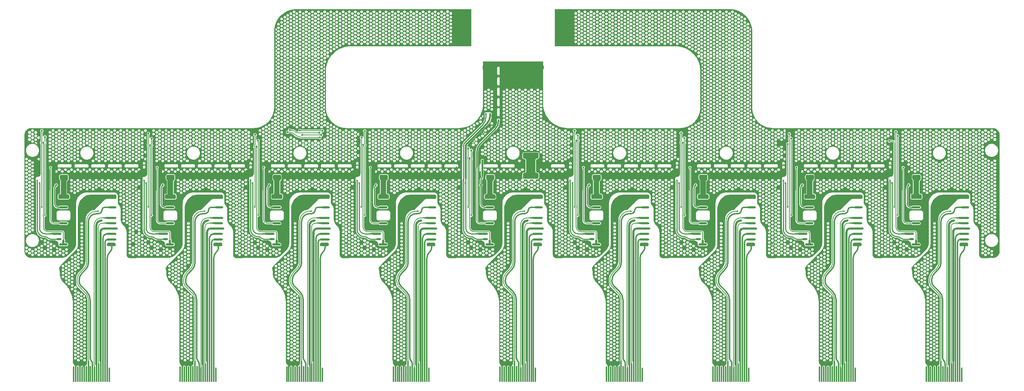
<source format=gbl>
G04*
G04 #@! TF.GenerationSoftware,Altium Limited,Altium Designer,25.0.2 (28)*
G04*
G04 Layer_Physical_Order=2*
G04 Layer_Color=16711680*
%FSLAX44Y44*%
%MOMM*%
G71*
G04*
G04 #@! TF.SameCoordinates,F5B53509-386E-4AF8-9846-D30C52800222*
G04*
G04*
G04 #@! TF.FilePolarity,Positive*
G04*
G01*
G75*
%ADD13C,0.2000*%
%ADD14C,0.2500*%
%ADD15C,0.4000*%
%ADD18C,0.3500*%
%ADD19C,0.3000*%
%ADD23C,0.4000*%
%ADD24C,0.4500*%
%ADD25C,0.3500*%
%ADD26C,0.5000*%
%ADD27C,0.6000*%
%ADD28C,0.5000*%
%ADD29R,0.3500X3.4000*%
G36*
X1815000Y971941D02*
X1898357D01*
X1898358Y971941D01*
X1901870Y971941D01*
X1908834Y971024D01*
X1915618Y969206D01*
X1922108Y966518D01*
X1928191Y963007D01*
X1933763Y958731D01*
X1938730Y953764D01*
X1943006Y948191D01*
X1946518Y942108D01*
X1949206Y935619D01*
X1951024Y928834D01*
X1951941Y921870D01*
X1951941Y918358D01*
X1951941Y736482D01*
X1951951Y736432D01*
X1951942Y736382D01*
X1952042Y733342D01*
X1952076Y733194D01*
X1952066Y733043D01*
X1952860Y727015D01*
X1952925Y726824D01*
X1952938Y726622D01*
X1954512Y720749D01*
X1954601Y720568D01*
X1954640Y720370D01*
X1956967Y714753D01*
X1957079Y714585D01*
X1957144Y714394D01*
X1960184Y709129D01*
X1960317Y708977D01*
X1960406Y708796D01*
X1964108Y703972D01*
X1964259Y703839D01*
X1964372Y703671D01*
X1968671Y699372D01*
X1968839Y699260D01*
X1968972Y699108D01*
X1973795Y695407D01*
X1973976Y695318D01*
X1974128Y695185D01*
X1979394Y692145D01*
X1979585Y692080D01*
X1979753Y691968D01*
X1985370Y689641D01*
X1985568Y689602D01*
X1985749Y689512D01*
X1991622Y687939D01*
X1991823Y687925D01*
X1992014Y687861D01*
X1998042Y687067D01*
X1998194Y687077D01*
X1998342Y687042D01*
X2001382Y686943D01*
X2001432Y686951D01*
X2001482Y686941D01*
X2527498D01*
X2527498Y686941D01*
X2529167Y686941D01*
X2532440Y686290D01*
X2535523Y685013D01*
X2538298Y683159D01*
X2540658Y680800D01*
X2542512Y678025D01*
X2543789Y674942D01*
X2544440Y671669D01*
X2544440Y670000D01*
X2544440Y392500D01*
Y390831D01*
X2543789Y387558D01*
X2542511Y384475D01*
X2540658Y381700D01*
X2538298Y379341D01*
X2535523Y377486D01*
X2532440Y376209D01*
X2529167Y375558D01*
X2527630D01*
X2527625Y375559D01*
X2527619Y375558D01*
X2527516D01*
X2527498Y375562D01*
X2522498D01*
X2522448Y375552D01*
X2522398Y375560D01*
X2520272Y375491D01*
X2520125Y375456D01*
X2519973Y375466D01*
X2516432Y375000D01*
X2504000Y375000D01*
X2503646Y375000D01*
X2502941Y375056D01*
X2502243Y375166D01*
X2501555Y375331D01*
X2500883Y375550D01*
X2500229Y375820D01*
X2499599Y376141D01*
X2498996Y376511D01*
X2498424Y376927D01*
X2497886Y377386D01*
X2497386Y377886D01*
X2496927Y378424D01*
X2496511Y378996D01*
X2496142Y379599D01*
X2495820Y380229D01*
X2495550Y380882D01*
X2495331Y381555D01*
X2495166Y382243D01*
X2495056Y382941D01*
X2495000Y383646D01*
X2495000Y384000D01*
Y390000D01*
X2495000Y437308D01*
X2494993Y437852D01*
X2494940Y438940D01*
X2494833Y440024D01*
X2494673Y441102D01*
X2494461Y442170D01*
X2494196Y443227D01*
X2493880Y444269D01*
X2493513Y445294D01*
X2493096Y446301D01*
X2492630Y447285D01*
X2492117Y448246D01*
X2491557Y449180D01*
X2490952Y450086D01*
X2490303Y450961D01*
X2489612Y451803D01*
X2488880Y452610D01*
X2488500Y453000D01*
X2488500Y453000D01*
X2486599Y454901D01*
X2485929Y455640D01*
X2485296Y456411D01*
X2484702Y457212D01*
X2484147Y458042D01*
X2483634Y458898D01*
X2483164Y459777D01*
X2482738Y460679D01*
X2482356Y461601D01*
X2482020Y462541D01*
X2481730Y463495D01*
X2481488Y464463D01*
X2481293Y465441D01*
X2481147Y466428D01*
X2481049Y467421D01*
X2481000Y468418D01*
X2481000Y468916D01*
X2481000Y492343D01*
X2480992Y492790D01*
X2480934Y493682D01*
X2480818Y494568D01*
X2480643Y495444D01*
X2480412Y496307D01*
X2480125Y497154D01*
X2479783Y497979D01*
X2479387Y498781D01*
X2478940Y499555D01*
X2478444Y500298D01*
X2477900Y501007D01*
X2477311Y501679D01*
X2477000Y502000D01*
X2477000Y502000D01*
X2476763Y502237D01*
X2476321Y502741D01*
X2475912Y503273D01*
X2475540Y503831D01*
X2475204Y504412D01*
X2474908Y505013D01*
X2474651Y505633D01*
X2474436Y506268D01*
X2474262Y506916D01*
X2474131Y507573D01*
X2474044Y508238D01*
X2474000Y508907D01*
X2474000Y509243D01*
X2474000Y524000D01*
X2473993Y524334D01*
X2473941Y524999D01*
X2473837Y525658D01*
X2473681Y526307D01*
X2473474Y526942D01*
X2473219Y527559D01*
X2472916Y528153D01*
X2472567Y528722D01*
X2472175Y529262D01*
X2471742Y529770D01*
X2471270Y530242D01*
X2470762Y530675D01*
X2470222Y531067D01*
X2469653Y531416D01*
X2469059Y531719D01*
X2468442Y531974D01*
X2467807Y532180D01*
X2467158Y532336D01*
X2466499Y532441D01*
X2465834Y532493D01*
X2465500Y532500D01*
Y532500D01*
X2463000Y532500D01*
X2399900Y532500D01*
X2399187Y532490D01*
X2397765Y532410D01*
X2396349Y532251D01*
X2394945Y532012D01*
X2393555Y531695D01*
X2392186Y531300D01*
X2390842Y530830D01*
X2389525Y530285D01*
X2388242Y529666D01*
X2386995Y528977D01*
X2385788Y528219D01*
X2384626Y527395D01*
X2383512Y526507D01*
X2382450Y525557D01*
X2381443Y524550D01*
X2380493Y523487D01*
X2379605Y522373D01*
X2378781Y521211D01*
X2378022Y520005D01*
X2377333Y518758D01*
X2376715Y517474D01*
X2376170Y516158D01*
X2375699Y514813D01*
X2375305Y513444D01*
X2374988Y512055D01*
X2374749Y510650D01*
X2374590Y509235D01*
X2374510Y507812D01*
X2374500Y507100D01*
X2374500D01*
X2374500Y507100D01*
X2374500Y411900D01*
X2374500Y411298D01*
X2374441Y410097D01*
X2374323Y408899D01*
X2374146Y407709D01*
X2373912Y406529D01*
X2373619Y405362D01*
X2373270Y404211D01*
X2372865Y403078D01*
X2372404Y401967D01*
X2371890Y400879D01*
X2371323Y399818D01*
X2370704Y398786D01*
X2370036Y397786D01*
X2369319Y396819D01*
X2368556Y395890D01*
X2368340Y395651D01*
X2367323Y394573D01*
X2367323D01*
X2367323Y394573D01*
X2355689Y382939D01*
X2355249Y382499D01*
X2354324Y381661D01*
X2353360Y380870D01*
X2352359Y380127D01*
X2351322Y379434D01*
X2350252Y378793D01*
X2349152Y378205D01*
X2348025Y377672D01*
X2346873Y377195D01*
X2345699Y376775D01*
X2344505Y376413D01*
X2343296Y376110D01*
X2342073Y375866D01*
X2340839Y375683D01*
X2339598Y375561D01*
X2338352Y375500D01*
X2337729Y375500D01*
X2301429D01*
X2299598Y375560D01*
X2299548Y375552D01*
X2299498Y375562D01*
X2267498Y375562D01*
X2267448Y375552D01*
X2267398Y375560D01*
X2265273Y375490D01*
X2265125Y375456D01*
X2264973Y375466D01*
X2261435Y375000D01*
X2249000D01*
X2248646Y375000D01*
X2247941Y375056D01*
X2247243Y375166D01*
X2246555Y375331D01*
X2245883Y375550D01*
X2245229Y375820D01*
X2244599Y376141D01*
X2243996Y376511D01*
X2243424Y376927D01*
X2242886Y377386D01*
X2242386Y377886D01*
X2241927Y378424D01*
X2241511Y378996D01*
X2241142Y379599D01*
X2240820Y380229D01*
X2240550Y380882D01*
X2240331Y381555D01*
X2240166Y382243D01*
X2240056Y382941D01*
X2240000Y383646D01*
X2240000Y384000D01*
Y390000D01*
X2240000Y437308D01*
X2239993Y437852D01*
X2239940Y438940D01*
X2239833Y440024D01*
X2239673Y441102D01*
X2239461Y442170D01*
X2239196Y443227D01*
X2238880Y444269D01*
X2238513Y445294D01*
X2238096Y446301D01*
X2237630Y447285D01*
X2237117Y448246D01*
X2236557Y449180D01*
X2235952Y450086D01*
X2235303Y450961D01*
X2234612Y451803D01*
X2233880Y452610D01*
X2233500Y453000D01*
X2233500Y453000D01*
X2231599Y454901D01*
X2230929Y455640D01*
X2230296Y456411D01*
X2229702Y457212D01*
X2229147Y458042D01*
X2228634Y458898D01*
X2228164Y459777D01*
X2227738Y460679D01*
X2227356Y461601D01*
X2227020Y462541D01*
X2226730Y463495D01*
X2226488Y464463D01*
X2226293Y465441D01*
X2226147Y466428D01*
X2226049Y467421D01*
X2226000Y468418D01*
X2226000Y468916D01*
X2226000Y492343D01*
X2225992Y492790D01*
X2225934Y493682D01*
X2225818Y494568D01*
X2225643Y495444D01*
X2225412Y496307D01*
X2225125Y497154D01*
X2224783Y497979D01*
X2224387Y498781D01*
X2223940Y499555D01*
X2223444Y500298D01*
X2222900Y501007D01*
X2222311Y501679D01*
X2222000Y502000D01*
X2222000Y502000D01*
X2221763Y502237D01*
X2221321Y502741D01*
X2220912Y503273D01*
X2220540Y503831D01*
X2220204Y504412D01*
X2219908Y505013D01*
X2219651Y505633D01*
X2219436Y506268D01*
X2219262Y506916D01*
X2219131Y507573D01*
X2219044Y508238D01*
X2219000Y508907D01*
X2219000Y509243D01*
X2219000Y524000D01*
X2218993Y524334D01*
X2218941Y524999D01*
X2218837Y525658D01*
X2218681Y526307D01*
X2218474Y526942D01*
X2218219Y527559D01*
X2217916Y528153D01*
X2217567Y528722D01*
X2217175Y529262D01*
X2216742Y529770D01*
X2216270Y530242D01*
X2215762Y530675D01*
X2215222Y531067D01*
X2214653Y531416D01*
X2214059Y531719D01*
X2213442Y531974D01*
X2212807Y532180D01*
X2212158Y532336D01*
X2211499Y532441D01*
X2210834Y532493D01*
X2210500Y532500D01*
Y532500D01*
X2208000Y532500D01*
X2144900Y532500D01*
X2144187Y532490D01*
X2142765Y532410D01*
X2141349Y532251D01*
X2139945Y532012D01*
X2138555Y531695D01*
X2137186Y531300D01*
X2135842Y530830D01*
X2134525Y530285D01*
X2133242Y529666D01*
X2131995Y528977D01*
X2130788Y528219D01*
X2129626Y527395D01*
X2128512Y526507D01*
X2127450Y525557D01*
X2126443Y524550D01*
X2125493Y523487D01*
X2124605Y522373D01*
X2123781Y521211D01*
X2123022Y520005D01*
X2122333Y518758D01*
X2121715Y517474D01*
X2121170Y516158D01*
X2120699Y514813D01*
X2120305Y513444D01*
X2119988Y512055D01*
X2119749Y510650D01*
X2119590Y509235D01*
X2119510Y507812D01*
X2119500Y507100D01*
X2119500D01*
X2119500Y507100D01*
X2119500Y411900D01*
X2119500Y411298D01*
X2119441Y410097D01*
X2119323Y408899D01*
X2119146Y407709D01*
X2118912Y406529D01*
X2118619Y405362D01*
X2118270Y404211D01*
X2117865Y403078D01*
X2117404Y401967D01*
X2116890Y400879D01*
X2116323Y399818D01*
X2115704Y398786D01*
X2115036Y397786D01*
X2114319Y396819D01*
X2113556Y395890D01*
X2113340Y395651D01*
X2112323Y394573D01*
X2112323D01*
X2112323Y394573D01*
X2100689Y382939D01*
X2100249Y382499D01*
X2099324Y381661D01*
X2098360Y380870D01*
X2097359Y380127D01*
X2096322Y379434D01*
X2095252Y378793D01*
X2094152Y378205D01*
X2093025Y377672D01*
X2091873Y377195D01*
X2090699Y376775D01*
X2089505Y376413D01*
X2088296Y376110D01*
X2087073Y375866D01*
X2085839Y375683D01*
X2084598Y375561D01*
X2083352Y375500D01*
X2082729Y375500D01*
X2046417D01*
X2044598Y375560D01*
X2044548Y375551D01*
X2044498Y375561D01*
X2012499Y375561D01*
X2012449Y375551D01*
X2012399Y375560D01*
X2010273Y375490D01*
X2010125Y375456D01*
X2009974Y375465D01*
X2006439Y375000D01*
X1994000D01*
X1993646Y375000D01*
X1992941Y375056D01*
X1992243Y375166D01*
X1991555Y375331D01*
X1990883Y375550D01*
X1990229Y375820D01*
X1989599Y376141D01*
X1988996Y376511D01*
X1988424Y376927D01*
X1987886Y377386D01*
X1987386Y377886D01*
X1986927Y378424D01*
X1986511Y378996D01*
X1986142Y379599D01*
X1985820Y380229D01*
X1985550Y380882D01*
X1985331Y381555D01*
X1985166Y382243D01*
X1985056Y382941D01*
X1985000Y383646D01*
X1985000Y384000D01*
Y390000D01*
X1985000Y437308D01*
X1984993Y437852D01*
X1984940Y438940D01*
X1984833Y440024D01*
X1984673Y441102D01*
X1984461Y442170D01*
X1984196Y443227D01*
X1983880Y444269D01*
X1983513Y445294D01*
X1983096Y446301D01*
X1982630Y447285D01*
X1982117Y448246D01*
X1981557Y449180D01*
X1980952Y450086D01*
X1980303Y450961D01*
X1979612Y451803D01*
X1978880Y452610D01*
X1978500Y453000D01*
X1978500Y453000D01*
X1976599Y454901D01*
X1975929Y455640D01*
X1975296Y456411D01*
X1974702Y457212D01*
X1974147Y458042D01*
X1973634Y458898D01*
X1973164Y459777D01*
X1972738Y460679D01*
X1972356Y461601D01*
X1972020Y462541D01*
X1971730Y463495D01*
X1971488Y464463D01*
X1971293Y465441D01*
X1971147Y466428D01*
X1971049Y467421D01*
X1971000Y468418D01*
X1971000Y468916D01*
X1971000Y492343D01*
X1970992Y492790D01*
X1970934Y493682D01*
X1970818Y494568D01*
X1970643Y495444D01*
X1970412Y496307D01*
X1970125Y497154D01*
X1969783Y497979D01*
X1969387Y498781D01*
X1968940Y499555D01*
X1968444Y500298D01*
X1967900Y501007D01*
X1967311Y501679D01*
X1967000Y502000D01*
X1967000Y502000D01*
X1966763Y502237D01*
X1966321Y502741D01*
X1965912Y503273D01*
X1965540Y503831D01*
X1965204Y504412D01*
X1964908Y505013D01*
X1964651Y505633D01*
X1964436Y506268D01*
X1964262Y506916D01*
X1964131Y507573D01*
X1964044Y508238D01*
X1964000Y508907D01*
X1964000Y509243D01*
X1964000Y524000D01*
X1963993Y524334D01*
X1963941Y524999D01*
X1963837Y525658D01*
X1963681Y526307D01*
X1963474Y526942D01*
X1963219Y527559D01*
X1962916Y528153D01*
X1962567Y528722D01*
X1962175Y529262D01*
X1961742Y529770D01*
X1961270Y530242D01*
X1960762Y530675D01*
X1960222Y531067D01*
X1959653Y531416D01*
X1959059Y531719D01*
X1958442Y531974D01*
X1957807Y532180D01*
X1957158Y532336D01*
X1956499Y532441D01*
X1955834Y532493D01*
X1955500Y532500D01*
Y532500D01*
X1953000Y532500D01*
X1889900Y532500D01*
X1889187Y532490D01*
X1887765Y532410D01*
X1886349Y532251D01*
X1884945Y532012D01*
X1883555Y531695D01*
X1882186Y531300D01*
X1880842Y530830D01*
X1879525Y530285D01*
X1878242Y529666D01*
X1876995Y528977D01*
X1875788Y528219D01*
X1874626Y527395D01*
X1873512Y526507D01*
X1872450Y525557D01*
X1871443Y524550D01*
X1870493Y523487D01*
X1869605Y522373D01*
X1868781Y521211D01*
X1868022Y520005D01*
X1867333Y518758D01*
X1866715Y517474D01*
X1866170Y516158D01*
X1865699Y514813D01*
X1865305Y513444D01*
X1864988Y512055D01*
X1864749Y510650D01*
X1864590Y509235D01*
X1864510Y507812D01*
X1864500Y507100D01*
X1864500D01*
X1864500Y507100D01*
X1864500Y411900D01*
X1864500Y411298D01*
X1864441Y410097D01*
X1864323Y408899D01*
X1864146Y407709D01*
X1863912Y406529D01*
X1863619Y405362D01*
X1863270Y404211D01*
X1862865Y403078D01*
X1862404Y401967D01*
X1861890Y400879D01*
X1861323Y399818D01*
X1860704Y398786D01*
X1860036Y397786D01*
X1859319Y396819D01*
X1858556Y395890D01*
X1858340Y395651D01*
X1857323Y394573D01*
X1857323D01*
X1857323Y394573D01*
X1845689Y382939D01*
X1845249Y382499D01*
X1844324Y381661D01*
X1843360Y380870D01*
X1842359Y380127D01*
X1841322Y379434D01*
X1840252Y378793D01*
X1839152Y378205D01*
X1838025Y377672D01*
X1836873Y377195D01*
X1835699Y376775D01*
X1834505Y376413D01*
X1833296Y376110D01*
X1832073Y375866D01*
X1830839Y375683D01*
X1829598Y375561D01*
X1828352Y375500D01*
X1827729Y375500D01*
X1791405D01*
X1789599Y375559D01*
X1789548Y375551D01*
X1789498Y375561D01*
X1757499Y375561D01*
X1757449Y375551D01*
X1757399Y375559D01*
X1755273Y375490D01*
X1755125Y375455D01*
X1754974Y375465D01*
X1751442Y375000D01*
X1739000D01*
X1738646Y375000D01*
X1737941Y375056D01*
X1737243Y375166D01*
X1736555Y375331D01*
X1735883Y375550D01*
X1735229Y375820D01*
X1734599Y376141D01*
X1733996Y376511D01*
X1733424Y376927D01*
X1732886Y377386D01*
X1732386Y377886D01*
X1731927Y378424D01*
X1731511Y378996D01*
X1731142Y379599D01*
X1730820Y380229D01*
X1730550Y380882D01*
X1730331Y381555D01*
X1730166Y382243D01*
X1730056Y382941D01*
X1730000Y383646D01*
X1730000Y384000D01*
Y390000D01*
X1730000Y437308D01*
X1729993Y437852D01*
X1729940Y438940D01*
X1729833Y440024D01*
X1729673Y441102D01*
X1729461Y442170D01*
X1729196Y443227D01*
X1728880Y444269D01*
X1728513Y445294D01*
X1728096Y446301D01*
X1727630Y447285D01*
X1727117Y448246D01*
X1726557Y449180D01*
X1725952Y450086D01*
X1725303Y450961D01*
X1724612Y451803D01*
X1723880Y452610D01*
X1723500Y453000D01*
X1723500Y453000D01*
X1721599Y454901D01*
X1720929Y455640D01*
X1720296Y456411D01*
X1719702Y457212D01*
X1719147Y458042D01*
X1718634Y458898D01*
X1718164Y459777D01*
X1717738Y460679D01*
X1717356Y461601D01*
X1717020Y462541D01*
X1716730Y463495D01*
X1716488Y464463D01*
X1716293Y465441D01*
X1716147Y466428D01*
X1716049Y467421D01*
X1716000Y468418D01*
X1716000Y468916D01*
X1716000Y492343D01*
X1715992Y492790D01*
X1715934Y493682D01*
X1715818Y494568D01*
X1715643Y495444D01*
X1715412Y496307D01*
X1715125Y497154D01*
X1714783Y497979D01*
X1714387Y498781D01*
X1713940Y499555D01*
X1713444Y500298D01*
X1712900Y501007D01*
X1712311Y501679D01*
X1712000Y502000D01*
X1712000Y502000D01*
X1711763Y502237D01*
X1711321Y502741D01*
X1710912Y503273D01*
X1710540Y503831D01*
X1710204Y504412D01*
X1709908Y505013D01*
X1709651Y505633D01*
X1709436Y506268D01*
X1709262Y506916D01*
X1709131Y507573D01*
X1709044Y508238D01*
X1709000Y508907D01*
X1709000Y509243D01*
X1709000Y524000D01*
X1708993Y524334D01*
X1708941Y524999D01*
X1708837Y525658D01*
X1708681Y526307D01*
X1708474Y526942D01*
X1708219Y527559D01*
X1707916Y528153D01*
X1707567Y528722D01*
X1707175Y529262D01*
X1706742Y529770D01*
X1706270Y530242D01*
X1705762Y530675D01*
X1705222Y531067D01*
X1704653Y531416D01*
X1704059Y531719D01*
X1703442Y531974D01*
X1702807Y532180D01*
X1702158Y532336D01*
X1701499Y532441D01*
X1700834Y532493D01*
X1700500Y532500D01*
Y532500D01*
X1698000Y532500D01*
X1634900Y532500D01*
X1634187Y532490D01*
X1632765Y532410D01*
X1631349Y532251D01*
X1629945Y532012D01*
X1628555Y531695D01*
X1627186Y531300D01*
X1625842Y530830D01*
X1624525Y530285D01*
X1623242Y529666D01*
X1621995Y528977D01*
X1620788Y528219D01*
X1619626Y527395D01*
X1618512Y526507D01*
X1617450Y525557D01*
X1616443Y524550D01*
X1615493Y523487D01*
X1614605Y522373D01*
X1613781Y521211D01*
X1613022Y520005D01*
X1612333Y518758D01*
X1611715Y517474D01*
X1611170Y516158D01*
X1610699Y514813D01*
X1610305Y513444D01*
X1609988Y512055D01*
X1609749Y510650D01*
X1609590Y509235D01*
X1609510Y507812D01*
X1609500Y507100D01*
X1609500D01*
X1609500Y507100D01*
X1609500Y411900D01*
X1609500Y411298D01*
X1609441Y410097D01*
X1609323Y408899D01*
X1609146Y407709D01*
X1608912Y406529D01*
X1608619Y405362D01*
X1608270Y404211D01*
X1607865Y403078D01*
X1607404Y401967D01*
X1606890Y400879D01*
X1606323Y399818D01*
X1605704Y398786D01*
X1605036Y397786D01*
X1604319Y396819D01*
X1603556Y395890D01*
X1603340Y395651D01*
X1602323Y394573D01*
X1602323D01*
X1602323Y394573D01*
X1590689Y382939D01*
X1590249Y382499D01*
X1589324Y381661D01*
X1588360Y380870D01*
X1587359Y380127D01*
X1586322Y379434D01*
X1585252Y378793D01*
X1584152Y378205D01*
X1583025Y377672D01*
X1581873Y377195D01*
X1580699Y376775D01*
X1579505Y376413D01*
X1578296Y376110D01*
X1577073Y375866D01*
X1575839Y375683D01*
X1574598Y375561D01*
X1573352Y375500D01*
X1572729Y375500D01*
X1536393D01*
X1534599Y375559D01*
X1534549Y375550D01*
X1534499Y375560D01*
X1502499Y375560D01*
X1502449Y375550D01*
X1502399Y375559D01*
X1500273Y375489D01*
X1500125Y375455D01*
X1499974Y375465D01*
X1496445Y375000D01*
X1484000D01*
X1483646Y375000D01*
X1482941Y375056D01*
X1482243Y375166D01*
X1481555Y375331D01*
X1480883Y375550D01*
X1480229Y375820D01*
X1479599Y376141D01*
X1478996Y376511D01*
X1478424Y376927D01*
X1477886Y377386D01*
X1477386Y377886D01*
X1476927Y378424D01*
X1476511Y378996D01*
X1476142Y379599D01*
X1475820Y380229D01*
X1475550Y380882D01*
X1475331Y381555D01*
X1475166Y382243D01*
X1475056Y382941D01*
X1475000Y383646D01*
X1475000Y384000D01*
Y390000D01*
X1475000Y437308D01*
X1474993Y437852D01*
X1474940Y438940D01*
X1474833Y440024D01*
X1474673Y441102D01*
X1474461Y442170D01*
X1474196Y443227D01*
X1473880Y444269D01*
X1473513Y445294D01*
X1473096Y446301D01*
X1472630Y447285D01*
X1472117Y448246D01*
X1471557Y449180D01*
X1470952Y450086D01*
X1470303Y450961D01*
X1469612Y451803D01*
X1468880Y452610D01*
X1468500Y453000D01*
X1468500Y453000D01*
X1466599Y454901D01*
X1465929Y455640D01*
X1465296Y456411D01*
X1464702Y457212D01*
X1464147Y458042D01*
X1463634Y458898D01*
X1463164Y459777D01*
X1462738Y460679D01*
X1462356Y461601D01*
X1462020Y462541D01*
X1461730Y463495D01*
X1461488Y464463D01*
X1461293Y465441D01*
X1461147Y466428D01*
X1461049Y467421D01*
X1461000Y468418D01*
X1461000Y468916D01*
X1461000Y492343D01*
X1460992Y492790D01*
X1460934Y493682D01*
X1460818Y494568D01*
X1460643Y495444D01*
X1460412Y496307D01*
X1460125Y497154D01*
X1459783Y497979D01*
X1459387Y498781D01*
X1458940Y499555D01*
X1458444Y500298D01*
X1457900Y501007D01*
X1457311Y501679D01*
X1457000Y502000D01*
X1457000Y502000D01*
X1456763Y502237D01*
X1456321Y502741D01*
X1455912Y503273D01*
X1455540Y503831D01*
X1455204Y504412D01*
X1454908Y505013D01*
X1454651Y505633D01*
X1454436Y506268D01*
X1454262Y506916D01*
X1454131Y507573D01*
X1454044Y508238D01*
X1454000Y508907D01*
X1454000Y509243D01*
X1454000Y524000D01*
X1453993Y524334D01*
X1453941Y524999D01*
X1453837Y525658D01*
X1453681Y526307D01*
X1453474Y526942D01*
X1453219Y527559D01*
X1452916Y528153D01*
X1452567Y528722D01*
X1452175Y529262D01*
X1451742Y529770D01*
X1451270Y530242D01*
X1450762Y530675D01*
X1450222Y531067D01*
X1449653Y531416D01*
X1449059Y531719D01*
X1448442Y531974D01*
X1447807Y532180D01*
X1447158Y532336D01*
X1446499Y532441D01*
X1445834Y532493D01*
X1445500Y532500D01*
Y532500D01*
X1443000Y532500D01*
X1379900Y532500D01*
X1379187Y532490D01*
X1377765Y532410D01*
X1376349Y532251D01*
X1374945Y532012D01*
X1373555Y531695D01*
X1372186Y531300D01*
X1370842Y530830D01*
X1369525Y530285D01*
X1368242Y529666D01*
X1366995Y528977D01*
X1365788Y528219D01*
X1364626Y527395D01*
X1363512Y526507D01*
X1362450Y525557D01*
X1361443Y524550D01*
X1360493Y523487D01*
X1359605Y522373D01*
X1358781Y521211D01*
X1358022Y520005D01*
X1357333Y518758D01*
X1356715Y517474D01*
X1356170Y516158D01*
X1355699Y514813D01*
X1355305Y513444D01*
X1354988Y512055D01*
X1354749Y510650D01*
X1354590Y509235D01*
X1354510Y507812D01*
X1354500Y507100D01*
X1354500D01*
X1354500Y507100D01*
X1354500Y411900D01*
X1354500Y411298D01*
X1354441Y410097D01*
X1354323Y408899D01*
X1354146Y407709D01*
X1353912Y406529D01*
X1353619Y405362D01*
X1353270Y404211D01*
X1352865Y403078D01*
X1352404Y401967D01*
X1351890Y400879D01*
X1351323Y399818D01*
X1350704Y398786D01*
X1350036Y397786D01*
X1349319Y396819D01*
X1348556Y395890D01*
X1348340Y395651D01*
X1347323Y394573D01*
X1347323D01*
X1347323Y394573D01*
X1335689Y382939D01*
X1335249Y382499D01*
X1334324Y381661D01*
X1333360Y380870D01*
X1332359Y380127D01*
X1331322Y379434D01*
X1330252Y378793D01*
X1329152Y378205D01*
X1328025Y377672D01*
X1326873Y377195D01*
X1325699Y376775D01*
X1324505Y376413D01*
X1323296Y376110D01*
X1322073Y375866D01*
X1320839Y375683D01*
X1319598Y375561D01*
X1318352Y375500D01*
X1317729Y375500D01*
X1281381D01*
X1279599Y375558D01*
X1279549Y375550D01*
X1279499Y375560D01*
X1247499Y375560D01*
X1247449Y375550D01*
X1247399Y375558D01*
X1245274Y375489D01*
X1245126Y375454D01*
X1244974Y375464D01*
X1241449Y375000D01*
X1229000D01*
X1228646Y375000D01*
X1227941Y375056D01*
X1227243Y375166D01*
X1226555Y375331D01*
X1225882Y375550D01*
X1225229Y375820D01*
X1224599Y376141D01*
X1223996Y376511D01*
X1223424Y376927D01*
X1222886Y377386D01*
X1222386Y377886D01*
X1221927Y378424D01*
X1221511Y378996D01*
X1221142Y379599D01*
X1220820Y380229D01*
X1220550Y380882D01*
X1220331Y381555D01*
X1220166Y382243D01*
X1220055Y382941D01*
X1220000Y383646D01*
X1220000Y384000D01*
Y390000D01*
X1220000Y437308D01*
X1219993Y437852D01*
X1219940Y438940D01*
X1219833Y440024D01*
X1219673Y441102D01*
X1219461Y442170D01*
X1219196Y443227D01*
X1218880Y444269D01*
X1218513Y445294D01*
X1218096Y446301D01*
X1217630Y447285D01*
X1217117Y448246D01*
X1216557Y449180D01*
X1215952Y450086D01*
X1215303Y450961D01*
X1214612Y451803D01*
X1213880Y452610D01*
X1213500Y453000D01*
X1213500Y453000D01*
X1211599Y454901D01*
X1210929Y455640D01*
X1210296Y456411D01*
X1209702Y457212D01*
X1209147Y458042D01*
X1208634Y458898D01*
X1208164Y459777D01*
X1207738Y460679D01*
X1207356Y461601D01*
X1207020Y462541D01*
X1206730Y463495D01*
X1206488Y464463D01*
X1206293Y465441D01*
X1206147Y466428D01*
X1206049Y467421D01*
X1206000Y468418D01*
X1206000Y468916D01*
X1206000Y492343D01*
X1205993Y492790D01*
X1205934Y493682D01*
X1205817Y494568D01*
X1205643Y495444D01*
X1205412Y496307D01*
X1205125Y497154D01*
X1204783Y497979D01*
X1204387Y498781D01*
X1203941Y499555D01*
X1203444Y500298D01*
X1202900Y501007D01*
X1202311Y501679D01*
X1202000Y502000D01*
X1202000Y502000D01*
X1201763Y502237D01*
X1201321Y502741D01*
X1200912Y503273D01*
X1200540Y503831D01*
X1200204Y504412D01*
X1199908Y505013D01*
X1199651Y505633D01*
X1199436Y506268D01*
X1199262Y506916D01*
X1199131Y507573D01*
X1199044Y508238D01*
X1199000Y508907D01*
X1199000Y509243D01*
X1199000Y524000D01*
X1198993Y524334D01*
X1198941Y524999D01*
X1198837Y525658D01*
X1198681Y526307D01*
X1198475Y526942D01*
X1198219Y527559D01*
X1197916Y528153D01*
X1197567Y528722D01*
X1197175Y529262D01*
X1196742Y529770D01*
X1196270Y530242D01*
X1195762Y530675D01*
X1195222Y531067D01*
X1194653Y531416D01*
X1194059Y531719D01*
X1193442Y531974D01*
X1192807Y532180D01*
X1192158Y532336D01*
X1191499Y532441D01*
X1190834Y532493D01*
X1190500Y532500D01*
Y532500D01*
X1188000Y532500D01*
X1124900Y532500D01*
X1124187Y532490D01*
X1122765Y532410D01*
X1121349Y532251D01*
X1119945Y532012D01*
X1118556Y531695D01*
X1117187Y531300D01*
X1115842Y530830D01*
X1114525Y530285D01*
X1113242Y529666D01*
X1111995Y528977D01*
X1110788Y528219D01*
X1109626Y527395D01*
X1108512Y526507D01*
X1107450Y525557D01*
X1106443Y524550D01*
X1105493Y523487D01*
X1104605Y522373D01*
X1103781Y521211D01*
X1103023Y520005D01*
X1102333Y518758D01*
X1101715Y517474D01*
X1101170Y516158D01*
X1100699Y514813D01*
X1100305Y513444D01*
X1099988Y512055D01*
X1099749Y510650D01*
X1099590Y509235D01*
X1099510Y507812D01*
X1099500Y507100D01*
X1099500D01*
X1099500Y507100D01*
X1099500Y411900D01*
X1099500Y411298D01*
X1099441Y410097D01*
X1099323Y408899D01*
X1099146Y407709D01*
X1098912Y406529D01*
X1098619Y405362D01*
X1098270Y404211D01*
X1097865Y403078D01*
X1097404Y401967D01*
X1096890Y400879D01*
X1096323Y399818D01*
X1095704Y398786D01*
X1095036Y397786D01*
X1094319Y396819D01*
X1093556Y395890D01*
X1093340Y395651D01*
X1092323Y394573D01*
X1092323D01*
X1092323Y394573D01*
X1080689Y382939D01*
X1080248Y382499D01*
X1079324Y381661D01*
X1078361Y380870D01*
X1077359Y380127D01*
X1076322Y379434D01*
X1075252Y378793D01*
X1074152Y378205D01*
X1073025Y377672D01*
X1071873Y377195D01*
X1070699Y376775D01*
X1069505Y376413D01*
X1068296Y376110D01*
X1067073Y375866D01*
X1065839Y375683D01*
X1064598Y375561D01*
X1063352Y375500D01*
X1062729Y375500D01*
X1026368D01*
X1024599Y375558D01*
X1024549Y375550D01*
X1024499Y375560D01*
X992499Y375560D01*
X992449Y375550D01*
X992399Y375558D01*
X990274Y375488D01*
X990126Y375454D01*
X989975Y375464D01*
X986452Y375000D01*
X974000D01*
X973646Y375000D01*
X972941Y375056D01*
X972243Y375166D01*
X971555Y375331D01*
X970882Y375550D01*
X970229Y375820D01*
X969599Y376141D01*
X968996Y376511D01*
X968424Y376927D01*
X967886Y377386D01*
X967386Y377886D01*
X966927Y378424D01*
X966511Y378996D01*
X966142Y379599D01*
X965820Y380229D01*
X965550Y380882D01*
X965331Y381555D01*
X965166Y382243D01*
X965055Y382941D01*
X965000Y383646D01*
X965000Y384000D01*
Y390000D01*
X965000Y437308D01*
X964993Y437852D01*
X964940Y438940D01*
X964833Y440024D01*
X964673Y441102D01*
X964461Y442170D01*
X964196Y443227D01*
X963880Y444269D01*
X963513Y445294D01*
X963096Y446301D01*
X962630Y447285D01*
X962117Y448246D01*
X961557Y449180D01*
X960952Y450086D01*
X960303Y450961D01*
X959612Y451803D01*
X958880Y452610D01*
X958500Y453000D01*
X958500Y453000D01*
X956599Y454901D01*
X955929Y455640D01*
X955296Y456411D01*
X954702Y457212D01*
X954147Y458042D01*
X953634Y458898D01*
X953164Y459777D01*
X952738Y460679D01*
X952356Y461601D01*
X952020Y462541D01*
X951730Y463495D01*
X951488Y464463D01*
X951293Y465441D01*
X951147Y466428D01*
X951049Y467421D01*
X951000Y468418D01*
X951000Y468916D01*
X951000Y492343D01*
X950993Y492790D01*
X950934Y493682D01*
X950817Y494568D01*
X950643Y495444D01*
X950412Y496307D01*
X950125Y497154D01*
X949783Y497979D01*
X949387Y498781D01*
X948941Y499555D01*
X948444Y500298D01*
X947900Y501007D01*
X947311Y501679D01*
X947000Y502000D01*
X947000Y502000D01*
X946763Y502237D01*
X946321Y502741D01*
X945912Y503273D01*
X945540Y503831D01*
X945204Y504412D01*
X944908Y505013D01*
X944651Y505633D01*
X944436Y506268D01*
X944262Y506916D01*
X944131Y507573D01*
X944044Y508238D01*
X944000Y508907D01*
X944000Y509243D01*
X944000Y524000D01*
X943993Y524334D01*
X943941Y524999D01*
X943837Y525658D01*
X943681Y526307D01*
X943475Y526942D01*
X943219Y527559D01*
X942916Y528153D01*
X942567Y528722D01*
X942175Y529262D01*
X941742Y529770D01*
X941270Y530242D01*
X940762Y530675D01*
X940222Y531067D01*
X939653Y531416D01*
X939059Y531719D01*
X938442Y531974D01*
X937807Y532180D01*
X937158Y532336D01*
X936499Y532441D01*
X935834Y532493D01*
X935500Y532500D01*
Y532500D01*
X933000Y532500D01*
X869900Y532500D01*
X869187Y532490D01*
X867765Y532410D01*
X866349Y532251D01*
X864945Y532012D01*
X863556Y531695D01*
X862187Y531300D01*
X860842Y530830D01*
X859525Y530285D01*
X858242Y529666D01*
X856995Y528977D01*
X855788Y528219D01*
X854626Y527395D01*
X853512Y526507D01*
X852450Y525557D01*
X851443Y524550D01*
X850493Y523487D01*
X849605Y522373D01*
X848781Y521211D01*
X848023Y520005D01*
X847333Y518758D01*
X846715Y517474D01*
X846170Y516158D01*
X845699Y514813D01*
X845305Y513444D01*
X844988Y512055D01*
X844749Y510650D01*
X844590Y509235D01*
X844510Y507812D01*
X844500Y507100D01*
X844500D01*
X844500Y507100D01*
X844500Y411900D01*
X844500Y411298D01*
X844441Y410097D01*
X844323Y408899D01*
X844146Y407709D01*
X843912Y406529D01*
X843619Y405362D01*
X843270Y404211D01*
X842865Y403078D01*
X842404Y401967D01*
X841890Y400879D01*
X841323Y399818D01*
X840704Y398786D01*
X840036Y397786D01*
X839319Y396819D01*
X838556Y395890D01*
X838340Y395651D01*
X837323Y394573D01*
X837323D01*
X837323Y394573D01*
X825689Y382939D01*
X825248Y382499D01*
X824324Y381661D01*
X823361Y380870D01*
X822359Y380127D01*
X821322Y379434D01*
X820252Y378793D01*
X819152Y378205D01*
X818025Y377672D01*
X816873Y377195D01*
X815699Y376775D01*
X814505Y376413D01*
X813296Y376110D01*
X812073Y375866D01*
X810839Y375683D01*
X809598Y375561D01*
X808352Y375500D01*
X807729Y375500D01*
X771356D01*
X769600Y375558D01*
X769549Y375549D01*
X769500Y375559D01*
X737500Y375559D01*
X737450Y375549D01*
X737400Y375558D01*
X735274Y375488D01*
X735126Y375453D01*
X734975Y375463D01*
X731455Y375000D01*
X719000D01*
X718646Y375000D01*
X717941Y375056D01*
X717243Y375166D01*
X716555Y375331D01*
X715882Y375550D01*
X715229Y375820D01*
X714599Y376141D01*
X713996Y376511D01*
X713424Y376927D01*
X712886Y377386D01*
X712386Y377886D01*
X711927Y378424D01*
X711511Y378996D01*
X711141Y379599D01*
X710820Y380229D01*
X710550Y380882D01*
X710331Y381555D01*
X710166Y382243D01*
X710055Y382941D01*
X710000Y383646D01*
X710000Y384000D01*
Y390000D01*
X710000Y437308D01*
X709993Y437852D01*
X709940Y438940D01*
X709833Y440024D01*
X709673Y441102D01*
X709461Y442170D01*
X709196Y443227D01*
X708880Y444269D01*
X708513Y445294D01*
X708096Y446301D01*
X707630Y447285D01*
X707117Y448246D01*
X706557Y449180D01*
X705952Y450086D01*
X705303Y450961D01*
X704612Y451803D01*
X703880Y452610D01*
X703500Y453000D01*
X703500Y453000D01*
X701599Y454901D01*
X700929Y455640D01*
X700296Y456411D01*
X699702Y457212D01*
X699147Y458042D01*
X698634Y458898D01*
X698164Y459777D01*
X697738Y460679D01*
X697356Y461601D01*
X697020Y462541D01*
X696730Y463495D01*
X696488Y464463D01*
X696293Y465441D01*
X696147Y466428D01*
X696049Y467421D01*
X696000Y468418D01*
X696000Y468916D01*
X696000Y492343D01*
X695993Y492790D01*
X695934Y493682D01*
X695817Y494568D01*
X695643Y495444D01*
X695412Y496307D01*
X695125Y497154D01*
X694783Y497979D01*
X694387Y498781D01*
X693941Y499555D01*
X693444Y500298D01*
X692900Y501007D01*
X692311Y501679D01*
X692000Y502000D01*
X691763Y502237D01*
X691321Y502741D01*
X690912Y503273D01*
X690540Y503831D01*
X690204Y504412D01*
X689908Y505013D01*
X689651Y505633D01*
X689436Y506268D01*
X689262Y506915D01*
X689131Y507573D01*
X689044Y508238D01*
X689000Y508907D01*
X689000Y509243D01*
X689000Y524000D01*
X688993Y524334D01*
X688941Y524999D01*
X688837Y525658D01*
X688681Y526307D01*
X688475Y526942D01*
X688219Y527559D01*
X687916Y528153D01*
X687567Y528722D01*
X687175Y529262D01*
X686742Y529770D01*
X686270Y530242D01*
X685762Y530675D01*
X685222Y531067D01*
X684653Y531416D01*
X684059Y531719D01*
X683442Y531974D01*
X682807Y532181D01*
X682158Y532336D01*
X681499Y532441D01*
X681498Y532441D01*
X680834Y532493D01*
X680501Y532500D01*
X680500Y532500D01*
X680500Y532500D01*
X680500Y532500D01*
X678000Y532500D01*
X614900Y532500D01*
X614188Y532490D01*
X612765Y532410D01*
X611349Y532251D01*
X609945Y532012D01*
X608555Y531695D01*
X607186Y531300D01*
X605842Y530830D01*
X604525Y530285D01*
X603242Y529666D01*
X601995Y528977D01*
X600788Y528219D01*
X599626Y527395D01*
X598512Y526507D01*
X597450Y525557D01*
X596443Y524550D01*
X595493Y523487D01*
X594605Y522373D01*
X593780Y521211D01*
X593022Y520005D01*
X592333Y518758D01*
X591715Y517474D01*
X591170Y516158D01*
X590699Y514813D01*
X590305Y513444D01*
X589988Y512055D01*
X589749Y510650D01*
X589590Y509235D01*
X589510Y507812D01*
X589500Y507100D01*
X589500D01*
X589500Y507100D01*
X589500Y411900D01*
X589500Y411298D01*
X589441Y410097D01*
X589323Y408899D01*
X589146Y407709D01*
X588912Y406529D01*
X588619Y405362D01*
X588270Y404211D01*
X587865Y403078D01*
X587405Y401967D01*
X586890Y400879D01*
X586323Y399818D01*
X585704Y398786D01*
X585036Y397786D01*
X584319Y396819D01*
X583556Y395890D01*
X583340Y395651D01*
X582323Y394573D01*
X582323D01*
X582323Y394573D01*
X570689Y382939D01*
X570248Y382499D01*
X569324Y381661D01*
X568360Y380870D01*
X567359Y380127D01*
X566322Y379434D01*
X565252Y378793D01*
X564152Y378205D01*
X563025Y377672D01*
X561873Y377195D01*
X560699Y376775D01*
X559505Y376413D01*
X558296Y376110D01*
X557073Y375866D01*
X555839Y375683D01*
X554598Y375561D01*
X553352Y375500D01*
X552729Y375500D01*
X514795D01*
X514500Y375559D01*
X482500Y375559D01*
X482450Y375549D01*
X482400Y375557D01*
X480274Y375488D01*
X480126Y375453D01*
X479975Y375463D01*
X476459Y375000D01*
X464000D01*
X463646Y375000D01*
X462941Y375056D01*
X462243Y375166D01*
X461555Y375331D01*
X460882Y375550D01*
X460229Y375820D01*
X459599Y376141D01*
X458996Y376511D01*
X458424Y376927D01*
X457886Y377386D01*
X457386Y377886D01*
X456927Y378424D01*
X456511Y378996D01*
X456142Y379599D01*
X455820Y380229D01*
X455550Y380882D01*
X455331Y381555D01*
X455166Y382243D01*
X455056Y382941D01*
X455000Y383646D01*
X455000Y384000D01*
Y390000D01*
X455000Y437308D01*
X454993Y437852D01*
X454940Y438940D01*
X454833Y440024D01*
X454673Y441102D01*
X454461Y442170D01*
X454196Y443227D01*
X453880Y444269D01*
X453513Y445294D01*
X453096Y446301D01*
X452630Y447285D01*
X452117Y448246D01*
X451557Y449180D01*
X450952Y450086D01*
X450303Y450961D01*
X449612Y451803D01*
X448880Y452610D01*
X448500Y453000D01*
X448500Y453000D01*
X446599Y454901D01*
X445929Y455640D01*
X445296Y456411D01*
X444702Y457212D01*
X444147Y458042D01*
X443634Y458898D01*
X443164Y459777D01*
X442738Y460679D01*
X442356Y461601D01*
X442020Y462541D01*
X441730Y463495D01*
X441488Y464463D01*
X441293Y465441D01*
X441147Y466428D01*
X441049Y467421D01*
X441000Y468418D01*
X441000Y468916D01*
X441000Y492343D01*
X440993Y492790D01*
X440934Y493682D01*
X440817Y494568D01*
X440643Y495444D01*
X440412Y496307D01*
X440125Y497154D01*
X439783Y497979D01*
X439387Y498781D01*
X438941Y499555D01*
X438444Y500298D01*
X437900Y501007D01*
X437311Y501679D01*
X437000Y502000D01*
X437000Y502000D01*
X436763Y502237D01*
X436321Y502741D01*
X435912Y503273D01*
X435540Y503831D01*
X435205Y504412D01*
X434908Y505013D01*
X434651Y505633D01*
X434436Y506268D01*
X434262Y506916D01*
X434131Y507573D01*
X434044Y508238D01*
X434000Y508907D01*
X434000Y509243D01*
X434000Y524000D01*
X433993Y524334D01*
X433941Y524999D01*
X433837Y525658D01*
X433681Y526307D01*
X433475Y526942D01*
X433219Y527559D01*
X432916Y528153D01*
X432567Y528722D01*
X432175Y529262D01*
X431742Y529770D01*
X431270Y530242D01*
X430762Y530675D01*
X430222Y531067D01*
X429653Y531416D01*
X429059Y531719D01*
X428442Y531974D01*
X427807Y532180D01*
X427158Y532336D01*
X426499Y532441D01*
X425834Y532493D01*
X425500Y532500D01*
Y532500D01*
X423000Y532500D01*
X359900Y532500D01*
X359188Y532490D01*
X357765Y532410D01*
X356349Y532251D01*
X354945Y532012D01*
X353555Y531695D01*
X352186Y531300D01*
X350842Y530830D01*
X349525Y530285D01*
X348242Y529666D01*
X346995Y528977D01*
X345788Y528219D01*
X344626Y527395D01*
X343512Y526507D01*
X342450Y525557D01*
X341443Y524550D01*
X340493Y523487D01*
X339605Y522373D01*
X338781Y521211D01*
X338022Y520005D01*
X337333Y518758D01*
X336715Y517474D01*
X336170Y516158D01*
X335699Y514813D01*
X335305Y513444D01*
X334988Y512055D01*
X334749Y510650D01*
X334590Y509235D01*
X334510Y507812D01*
X334500Y507100D01*
X334500D01*
X334500Y507100D01*
X334500Y411900D01*
X334500Y411298D01*
X334441Y410097D01*
X334323Y408899D01*
X334146Y407709D01*
X333912Y406529D01*
X333619Y405362D01*
X333270Y404211D01*
X332865Y403078D01*
X332404Y401967D01*
X331890Y400879D01*
X331323Y399818D01*
X330704Y398786D01*
X330036Y397786D01*
X329319Y396819D01*
X328556Y395890D01*
X328340Y395651D01*
X327323Y394573D01*
X327323D01*
X327323Y394573D01*
X315689Y382939D01*
X315248Y382499D01*
X314324Y381661D01*
X313360Y380870D01*
X312359Y380127D01*
X311322Y379434D01*
X310252Y378793D01*
X309152Y378205D01*
X308025Y377672D01*
X306873Y377195D01*
X305699Y376775D01*
X304505Y376413D01*
X303296Y376110D01*
X302073Y375866D01*
X300839Y375683D01*
X299598Y375561D01*
X299211Y375542D01*
X297729Y375500D01*
X264864Y375500D01*
X264687Y375322D01*
X264466Y375141D01*
X262025Y375463D01*
X261873Y375453D01*
X261726Y375487D01*
X259600Y375557D01*
X259550Y375548D01*
X259500Y375558D01*
X227500Y375558D01*
X225832D01*
X222559Y376209D01*
X219475Y377486D01*
X216701Y379341D01*
X214341Y381700D01*
X212487Y384475D01*
X211210Y387558D01*
X210559Y390831D01*
Y392500D01*
Y670000D01*
X210559Y671669D01*
X211210Y674942D01*
X212487Y678025D01*
X214341Y680800D01*
X216700Y683159D01*
X219475Y685013D01*
X222558Y686290D01*
X225831Y686941D01*
X227500Y686941D01*
X758518Y686941D01*
X758568Y686951D01*
X758618Y686943D01*
X761658Y687042D01*
X761806Y687077D01*
X761957Y687067D01*
X767985Y687860D01*
X768176Y687925D01*
X768378Y687939D01*
X774251Y689512D01*
X774432Y689601D01*
X774630Y689641D01*
D01*
X780247Y691967D01*
X780415Y692080D01*
X780606Y692144D01*
X785872Y695184D01*
X786023Y695318D01*
X786204Y695407D01*
X791028Y699108D01*
X791161Y699260D01*
X791329Y699372D01*
X795628Y703671D01*
X795740Y703839D01*
X795892Y703972D01*
X799593Y708796D01*
X799682Y708977D01*
X799815Y709128D01*
X802856Y714394D01*
X802920Y714585D01*
X803032Y714753D01*
X805359Y720370D01*
X805399Y720568D01*
X805488Y720749D01*
X807061Y726622D01*
X807075Y726823D01*
X807140Y727014D01*
X807933Y733043D01*
X807923Y733194D01*
X807958Y733342D01*
X808057Y736382D01*
X808049Y736432D01*
X808059Y736482D01*
X808059Y918358D01*
X808059Y921870D01*
X808976Y928834D01*
X810793Y935619D01*
X813481Y942108D01*
X816993Y948191D01*
X821269Y953764D01*
X826236Y958731D01*
X831809Y963007D01*
X837892Y966518D01*
X844381Y969206D01*
X851166Y971024D01*
X858130Y971941D01*
X861642Y971941D01*
X945000Y971941D01*
X1279941Y971941D01*
Y883059D01*
X991642Y883058D01*
X991592Y883049D01*
X991542Y883057D01*
X987837Y882936D01*
X987689Y882901D01*
X987538Y882911D01*
X980192Y881944D01*
X980001Y881879D01*
X979800Y881866D01*
X972643Y879948D01*
X972462Y879859D01*
X972264Y879820D01*
X965419Y876984D01*
X965251Y876872D01*
X965060Y876807D01*
X958644Y873103D01*
X958492Y872970D01*
X958311Y872881D01*
X952433Y868370D01*
X952300Y868219D01*
X952132Y868106D01*
X946893Y862867D01*
X946781Y862700D01*
X946630Y862567D01*
X942119Y856689D01*
X942030Y856507D01*
X941897Y856356D01*
X938192Y849939D01*
X938128Y849748D01*
X938015Y849581D01*
X935180Y842735D01*
X935141Y842538D01*
X935051Y842356D01*
X933134Y835200D01*
X933121Y834998D01*
X933056Y834807D01*
X932089Y827462D01*
X932099Y827310D01*
X932064Y827162D01*
X931943Y823458D01*
X931951Y823408D01*
X931941Y823358D01*
Y736482D01*
X931951Y736432D01*
X931943Y736382D01*
X932042Y733342D01*
X932077Y733194D01*
X932067Y733043D01*
X932860Y727014D01*
X932925Y726824D01*
X932939Y726622D01*
X934512Y720749D01*
X934601Y720568D01*
X934641Y720370D01*
X936968Y714753D01*
X937080Y714585D01*
X937144Y714394D01*
X940185Y709128D01*
X940318Y708977D01*
X940407Y708796D01*
X944108Y703972D01*
X944260Y703839D01*
X944372Y703671D01*
X948671Y699372D01*
X948839Y699260D01*
X948972Y699108D01*
X953796Y695407D01*
X953977Y695318D01*
X954128Y695185D01*
X959394Y692144D01*
X959585Y692080D01*
X959753Y691968D01*
X965370Y689641D01*
D01*
X965568Y689601D01*
X965749Y689512D01*
X971622Y687939D01*
X971824Y687925D01*
X972014Y687860D01*
X978043Y687067D01*
X978194Y687077D01*
X978342Y687042D01*
X981382Y686943D01*
X981432Y686951D01*
X981482Y686941D01*
X1250000D01*
X1250050Y686951D01*
X1250100Y686943D01*
X1253697Y687061D01*
X1253845Y687095D01*
X1253996Y687085D01*
X1261129Y688024D01*
X1261320Y688089D01*
X1261522Y688102D01*
X1268471Y689964D01*
X1268544Y690000D01*
X1269255D01*
X1269945Y690209D01*
X1275012Y692308D01*
X1279848Y694893D01*
X1284408Y697940D01*
X1288647Y701419D01*
X1292524Y705296D01*
X1296003Y709535D01*
X1297237Y711381D01*
X1298158Y712581D01*
X1298247Y712763D01*
X1298380Y712914D01*
X1301977Y719145D01*
X1302042Y719336D01*
X1302154Y719503D01*
X1304907Y726150D01*
X1304947Y726348D01*
X1305036Y726529D01*
X1306898Y733478D01*
X1306911Y733680D01*
X1306976Y733871D01*
X1307915Y741004D01*
X1307905Y741155D01*
X1307939Y741303D01*
X1308057Y744900D01*
X1308049Y744950D01*
X1308059Y745000D01*
X1308059Y826000D01*
X1308037Y826108D01*
X1308051Y826217D01*
X1308040Y826257D01*
X1308044Y826299D01*
X1308006Y826689D01*
X1307875Y827119D01*
X1307788Y827560D01*
X1307489Y828281D01*
X1307489Y828281D01*
X1307489Y828282D01*
X1307155Y828781D01*
X1307000Y829014D01*
Y835936D01*
X1307040Y835976D01*
X1307362Y836462D01*
X1307531Y836875D01*
X1307740Y837270D01*
X1307908Y837828D01*
X1307940Y838162D01*
X1308030Y838486D01*
X1308051Y838778D01*
X1308037Y838889D01*
X1308059Y839000D01*
X1308059Y846941D01*
X1451941Y846941D01*
X1451941Y839000D01*
X1451963Y838889D01*
X1451949Y838777D01*
X1451971Y838485D01*
X1452060Y838161D01*
X1452092Y837827D01*
X1452260Y837269D01*
X1452470Y836875D01*
X1452639Y836462D01*
X1452960Y835977D01*
X1453274Y835660D01*
X1453402Y835502D01*
Y829502D01*
X1453174Y829274D01*
X1452511Y828281D01*
X1452213Y827561D01*
X1452125Y827120D01*
X1451994Y826690D01*
X1451956Y826299D01*
X1451971Y826149D01*
X1451941Y826000D01*
Y745000D01*
X1451951Y744950D01*
X1451943Y744900D01*
X1452061Y741303D01*
X1452095Y741155D01*
X1452085Y741003D01*
X1453024Y733871D01*
X1453089Y733680D01*
X1453102Y733478D01*
X1454964Y726529D01*
X1455054Y726348D01*
X1455093Y726150D01*
X1457846Y719503D01*
X1457958Y719336D01*
X1458023Y719145D01*
X1461620Y712914D01*
X1461753Y712762D01*
X1461843Y712581D01*
X1466222Y706874D01*
X1466374Y706741D01*
X1466486Y706573D01*
X1471573Y701486D01*
X1471648Y701435D01*
X1471756Y701329D01*
X1471845Y701255D01*
X1471874Y701222D01*
X1472047Y701089D01*
X1475995Y697850D01*
X1480554Y694803D01*
X1485390Y692218D01*
X1490457Y690119D01*
X1490850Y690000D01*
X1491457D01*
X1491529Y689964D01*
X1498478Y688102D01*
X1498680Y688089D01*
X1498871Y688024D01*
X1506004Y687085D01*
X1506155Y687095D01*
X1506303Y687061D01*
X1509900Y686943D01*
X1509950Y686951D01*
X1510000Y686941D01*
X1778517D01*
X1778567Y686951D01*
X1778617Y686943D01*
X1781658Y687042D01*
X1781805Y687077D01*
X1781957Y687067D01*
X1787985Y687860D01*
X1788176Y687925D01*
X1788377Y687939D01*
X1794250Y689512D01*
X1794431Y689601D01*
X1794629Y689641D01*
X1795497Y690000D01*
D01*
X1800246Y691967D01*
X1800414Y692080D01*
X1800605Y692144D01*
X1805871Y695184D01*
X1806023Y695318D01*
X1806204Y695407D01*
X1811027Y699108D01*
X1811160Y699260D01*
X1811328Y699372D01*
X1815628Y703671D01*
X1815740Y703839D01*
X1815891Y703972D01*
X1819593Y708796D01*
X1819682Y708977D01*
X1819815Y709128D01*
X1822855Y714394D01*
X1822920Y714585D01*
X1823032Y714753D01*
X1825359Y720370D01*
X1825398Y720568D01*
X1825487Y720749D01*
X1827061Y726622D01*
X1827074Y726824D01*
X1827139Y727015D01*
X1827933Y733043D01*
X1827923Y733194D01*
X1827957Y733342D01*
X1828057Y736382D01*
X1828048Y736432D01*
X1828058Y736482D01*
X1828058Y823358D01*
X1828048Y823408D01*
X1828057Y823458D01*
X1827935Y827163D01*
X1827901Y827310D01*
X1827911Y827462D01*
X1826944Y834808D01*
X1826879Y834999D01*
X1826866Y835200D01*
X1824948Y842357D01*
X1824859Y842538D01*
X1824820Y842736D01*
X1821984Y849581D01*
X1821872Y849748D01*
X1821807Y849939D01*
X1818103Y856356D01*
X1817970Y856508D01*
X1817881Y856689D01*
X1813370Y862567D01*
X1813218Y862700D01*
X1813106Y862868D01*
X1807867Y868107D01*
X1807699Y868219D01*
X1807566Y868371D01*
X1801688Y872881D01*
X1801507Y872970D01*
X1801356Y873103D01*
X1794939Y876808D01*
X1794748Y876873D01*
X1794580Y876985D01*
X1787735Y879820D01*
X1787537Y879859D01*
X1787356Y879949D01*
X1780199Y881866D01*
X1779998Y881879D01*
X1779807Y881944D01*
X1772461Y882911D01*
X1772310Y882901D01*
X1772162Y882936D01*
X1768458Y883057D01*
X1768407Y883049D01*
X1768358Y883059D01*
X1480058Y883059D01*
Y971941D01*
X1815000Y971941D01*
D02*
G37*
G36*
X2469699Y526793D02*
X2470543Y525949D01*
X2471000Y524847D01*
Y519854D01*
X2470505Y518659D01*
X2469591Y517745D01*
X2468396Y517250D01*
X2449000Y517250D01*
X2447994Y517201D01*
X2446022Y516808D01*
X2444163Y516038D01*
X2442862Y515169D01*
X2442491Y514921D01*
X2441745Y514245D01*
X2441745Y514245D01*
Y514245D01*
X2420154Y492654D01*
X2419604Y492104D01*
X2418312Y491241D01*
X2416875Y490646D01*
X2415350Y490342D01*
X2414573Y490342D01*
X2412803Y489911D01*
X2409408Y488601D01*
X2406286Y486730D01*
X2403530Y484352D01*
X2401221Y481539D01*
X2399427Y478372D01*
X2398200Y474945D01*
X2397578Y471359D01*
X2397500Y469539D01*
X2397239Y468453D01*
X2396920Y464396D01*
X2396951D01*
Y366165D01*
X2396549Y364144D01*
X2395607Y361040D01*
X2394366Y358042D01*
X2392836Y355181D01*
X2391034Y352483D01*
X2388976Y349976D01*
X2381750Y342750D01*
X2380941Y341900D01*
X2379453Y340087D01*
X2378150Y338137D01*
X2377045Y336069D01*
X2376147Y333902D01*
X2375466Y331658D01*
X2375009Y329357D01*
X2374991Y329176D01*
X2374420Y326797D01*
X2374106Y322817D01*
X2374136D01*
Y319125D01*
X2374092D01*
X2374278Y317240D01*
X2374256Y317130D01*
X2374275Y316868D01*
X2374273Y316836D01*
X2374274Y316828D01*
X2374280Y316810D01*
X2374287Y316710D01*
X2374301Y316529D01*
X2374750Y314660D01*
Y314000D01*
X2374806Y312853D01*
X2375254Y310604D01*
X2376131Y308485D01*
X2377406Y306578D01*
X2378177Y305727D01*
X2378177D01*
X2397147Y286757D01*
X2398063Y285841D01*
X2398884Y284612D01*
X2400002Y281911D01*
X2400770Y278713D01*
X2400852Y277244D01*
X2400873Y277194D01*
X2400951Y275715D01*
Y129755D01*
X2400439Y128988D01*
X2400186Y127720D01*
Y122226D01*
X2399446Y120438D01*
X2397954Y118205D01*
X2397232Y118061D01*
X2396157Y117343D01*
X2395439Y116268D01*
X2395186Y115000D01*
Y114334D01*
X2395173Y112840D01*
X2395173Y112840D01*
X2395173Y111350D01*
X2395173Y111340D01*
X2395173Y111011D01*
X2395041Y110345D01*
X2394781Y109718D01*
X2394404Y109154D01*
X2393927Y108677D01*
X2392784Y108732D01*
X2391814Y110000D01*
X2391814Y110000D01*
Y114173D01*
X2391750Y114493D01*
Y114500D01*
X2391749D01*
X2391561Y115441D01*
X2390843Y116516D01*
X2390843D01*
X2389768Y117234D01*
X2388500Y117486D01*
X2387232Y117234D01*
X2386157Y116516D01*
X2385439Y115441D01*
X2385251Y114500D01*
X2385250D01*
X2385186Y114173D01*
X2385186Y114173D01*
X2385186Y113025D01*
Y110000D01*
X2385250Y109680D01*
Y108250D01*
X2381814D01*
Y114500D01*
X2381561Y115768D01*
X2380843Y116843D01*
X2379768Y117562D01*
X2378500Y117814D01*
X2377232Y117562D01*
X2376157Y116843D01*
X2375439Y115768D01*
X2375186Y114500D01*
Y108250D01*
X2372607D01*
X2371750Y109353D01*
Y109680D01*
X2371814Y110000D01*
X2371814Y110000D01*
Y114173D01*
X2371750Y114493D01*
Y114500D01*
X2371749D01*
X2371702Y114735D01*
X2371701Y114761D01*
X2371309Y116731D01*
X2370540Y118586D01*
X2369425Y120255D01*
X2368750Y121000D01*
Y121000D01*
X2368243Y121507D01*
X2367446Y122699D01*
X2366897Y124024D01*
X2366618Y125431D01*
X2366618Y130681D01*
X2366575Y131557D01*
X2366557Y131646D01*
Y267003D01*
X2366549Y267040D01*
X2366556Y267077D01*
X2366479Y270217D01*
X2366454Y270328D01*
X2366465Y270441D01*
X2365850Y276690D01*
X2365806Y276835D01*
Y276987D01*
X2364581Y283144D01*
X2364523Y283285D01*
X2364508Y283436D01*
X2362685Y289444D01*
X2362614Y289578D01*
X2362584Y289726D01*
X2360182Y295527D01*
X2360097Y295653D01*
X2360053Y295798D01*
X2357094Y301336D01*
X2356997Y301453D01*
X2356939Y301593D01*
X2353451Y306813D01*
X2353344Y306921D01*
X2353272Y307054D01*
X2349289Y311908D01*
X2349201Y311980D01*
X2349140Y312076D01*
X2346975Y314351D01*
X2346944Y314373D01*
X2346922Y314404D01*
X2344768Y316559D01*
X2344768Y316559D01*
X2344767Y316559D01*
X2343616Y317711D01*
X2341549Y320229D01*
X2339740Y322937D01*
X2338204Y325811D01*
X2336957Y328820D01*
X2336012Y331937D01*
X2335376Y335132D01*
X2335057Y338374D01*
X2335057Y340003D01*
X2335047Y340053D01*
X2335055Y340103D01*
X2334986Y342228D01*
X2334951Y342376D01*
X2334961Y342528D01*
X2334406Y346743D01*
X2334341Y346934D01*
X2334328Y347135D01*
X2333333Y350847D01*
X2334135Y352782D01*
X2335194Y354763D01*
X2336442Y356630D01*
X2337867Y358367D01*
X2338661Y359161D01*
X2372054Y392554D01*
X2372828Y393367D01*
X2374251Y395101D01*
X2375498Y396966D01*
X2376555Y398945D01*
X2377414Y401017D01*
X2378065Y403164D01*
X2378503Y405365D01*
X2378722Y407597D01*
X2378750Y408719D01*
X2378750Y408719D01*
X2378750Y491500D01*
X2378750Y493297D01*
X2378750Y495100D01*
X2379103Y498689D01*
X2379807Y502226D01*
X2380854Y505677D01*
X2382234Y509008D01*
X2383934Y512189D01*
X2385937Y515187D01*
X2388225Y517975D01*
X2390449Y520199D01*
X2392523Y521901D01*
X2394755Y523392D01*
X2397121Y524657D01*
X2399601Y525684D01*
X2402169Y526463D01*
X2404801Y526987D01*
X2407472Y527250D01*
X2408814Y527250D01*
X2408814Y527250D01*
X2468597D01*
X2469699Y526793D01*
D02*
G37*
G36*
X2214699D02*
X2215543Y525949D01*
X2216000Y524847D01*
Y519854D01*
X2215505Y518659D01*
X2214591Y517745D01*
X2213396Y517250D01*
X2194000Y517250D01*
X2192994Y517201D01*
X2191022Y516808D01*
X2189163Y516038D01*
X2187862Y515169D01*
X2187491Y514921D01*
X2186745Y514245D01*
X2186745Y514245D01*
Y514245D01*
X2165154Y492654D01*
X2164604Y492104D01*
X2163312Y491241D01*
X2161875Y490646D01*
X2160350Y490342D01*
X2159573Y490342D01*
X2157803Y489911D01*
X2154408Y488601D01*
X2151286Y486730D01*
X2148530Y484352D01*
X2146221Y481539D01*
X2144427Y478372D01*
X2143200Y474945D01*
X2142578Y471359D01*
X2142500Y469539D01*
X2142239Y468453D01*
X2141920Y464396D01*
X2141951D01*
Y366165D01*
X2141549Y364144D01*
X2140607Y361040D01*
X2139366Y358042D01*
X2137836Y355181D01*
X2136034Y352483D01*
X2133976Y349976D01*
X2126750Y342750D01*
X2125941Y341900D01*
X2124453Y340087D01*
X2123150Y338137D01*
X2122045Y336069D01*
X2121147Y333902D01*
X2120466Y331658D01*
X2120009Y329357D01*
X2119991Y329176D01*
X2119420Y326797D01*
X2119106Y322817D01*
X2119136D01*
Y319125D01*
X2119092D01*
X2119278Y317240D01*
X2119256Y317130D01*
X2119275Y316868D01*
X2119273Y316836D01*
X2119274Y316828D01*
X2119280Y316810D01*
X2119287Y316710D01*
X2119301Y316529D01*
X2119750Y314660D01*
Y314000D01*
X2119806Y312853D01*
X2120254Y310604D01*
X2121131Y308485D01*
X2122406Y306578D01*
X2123177Y305727D01*
X2123177D01*
X2142147Y286757D01*
X2143063Y285841D01*
X2143884Y284612D01*
X2145002Y281911D01*
X2145770Y278713D01*
X2145852Y277244D01*
X2145873Y277194D01*
X2145951Y275715D01*
Y129755D01*
X2145439Y128988D01*
X2145186Y127720D01*
Y122226D01*
X2144446Y120438D01*
X2142954Y118205D01*
X2142232Y118061D01*
X2141157Y117343D01*
X2140439Y116268D01*
X2140186Y115000D01*
Y114334D01*
X2140173Y112840D01*
X2140173Y112840D01*
X2140173Y111350D01*
X2140173Y111340D01*
X2140173Y111011D01*
X2140041Y110345D01*
X2139781Y109718D01*
X2139404Y109154D01*
X2138927Y108677D01*
X2137784Y108732D01*
X2136814Y110000D01*
X2136814Y110000D01*
Y114173D01*
X2136750Y114493D01*
Y114500D01*
X2136749D01*
X2136561Y115441D01*
X2135843Y116516D01*
X2135843D01*
X2134768Y117234D01*
X2133500Y117486D01*
X2132232Y117234D01*
X2131157Y116516D01*
X2130439Y115441D01*
X2130251Y114500D01*
X2130250D01*
X2130186Y114173D01*
X2130186Y114173D01*
X2130186Y113025D01*
Y110000D01*
X2130250Y109680D01*
Y108250D01*
X2126814D01*
Y114500D01*
X2126561Y115768D01*
X2125843Y116843D01*
X2124768Y117562D01*
X2123500Y117814D01*
X2122232Y117562D01*
X2121157Y116843D01*
X2120439Y115768D01*
X2120186Y114500D01*
Y108250D01*
X2117607D01*
X2116750Y109353D01*
Y109680D01*
X2116814Y110000D01*
X2116814Y110000D01*
Y114173D01*
X2116750Y114493D01*
Y114500D01*
X2116749D01*
X2116702Y114735D01*
X2116701Y114761D01*
X2116309Y116731D01*
X2115540Y118586D01*
X2114425Y120255D01*
X2113750Y121000D01*
Y121000D01*
X2113243Y121507D01*
X2112446Y122699D01*
X2111897Y124024D01*
X2111618Y125431D01*
X2111618Y130681D01*
X2111575Y131557D01*
X2111557Y131644D01*
Y267002D01*
X2111550Y267040D01*
X2111556Y267077D01*
X2111479Y270216D01*
X2111454Y270328D01*
X2111465Y270441D01*
X2110850Y276689D01*
X2110806Y276835D01*
Y276986D01*
X2109581Y283144D01*
X2109523Y283284D01*
X2109508Y283435D01*
X2107686Y289443D01*
X2107614Y289577D01*
X2107585Y289726D01*
X2105182Y295527D01*
X2105098Y295653D01*
X2105054Y295798D01*
X2102094Y301335D01*
X2101998Y301452D01*
X2101940Y301593D01*
X2098451Y306813D01*
X2098344Y306920D01*
X2098273Y307054D01*
X2094289Y311907D01*
X2094201Y311980D01*
X2094140Y312076D01*
X2091975Y314350D01*
X2091944Y314372D01*
X2091923Y314404D01*
X2089768Y316559D01*
X2089768Y316559D01*
X2089768Y316559D01*
X2088616Y317710D01*
X2086549Y320229D01*
X2084740Y322937D01*
X2083204Y325810D01*
X2081958Y328820D01*
X2081012Y331937D01*
X2080376Y335132D01*
X2080057Y338374D01*
X2080057Y340002D01*
X2080047Y340052D01*
X2080055Y340102D01*
X2079986Y342228D01*
X2079951Y342376D01*
X2079961Y342527D01*
X2079406Y346742D01*
X2079342Y346933D01*
X2079328Y347135D01*
X2078334Y350847D01*
X2079135Y352782D01*
X2080194Y354763D01*
X2081442Y356630D01*
X2082867Y358367D01*
X2083661Y359161D01*
X2117054Y392554D01*
X2117828Y393367D01*
X2119251Y395101D01*
X2120498Y396966D01*
X2121555Y398945D01*
X2122414Y401017D01*
X2123065Y403164D01*
X2123503Y405365D01*
X2123722Y407597D01*
X2123750Y408719D01*
X2123750Y408719D01*
X2123750Y491500D01*
X2123750Y493297D01*
X2123750Y495100D01*
X2124103Y498689D01*
X2124807Y502226D01*
X2125854Y505677D01*
X2127234Y509008D01*
X2128934Y512189D01*
X2130937Y515187D01*
X2133225Y517975D01*
X2135449Y520199D01*
X2137523Y521901D01*
X2139755Y523392D01*
X2142121Y524657D01*
X2144601Y525684D01*
X2147169Y526463D01*
X2149801Y526987D01*
X2152472Y527250D01*
X2153814Y527250D01*
X2153814Y527250D01*
X2213597D01*
X2214699Y526793D01*
D02*
G37*
G36*
X1959699D02*
X1960543Y525949D01*
X1961000Y524847D01*
Y519854D01*
X1960505Y518659D01*
X1959591Y517745D01*
X1958396Y517250D01*
X1939000Y517250D01*
X1937994Y517201D01*
X1936022Y516808D01*
X1934163Y516038D01*
X1932862Y515169D01*
X1932491Y514921D01*
X1931745Y514245D01*
X1931745Y514245D01*
Y514245D01*
X1910154Y492654D01*
X1909604Y492104D01*
X1908312Y491241D01*
X1906875Y490646D01*
X1905350Y490342D01*
X1904573Y490342D01*
X1902803Y489911D01*
X1899408Y488601D01*
X1896286Y486730D01*
X1893530Y484352D01*
X1891221Y481539D01*
X1889427Y478372D01*
X1888200Y474945D01*
X1887578Y471359D01*
X1887500Y469539D01*
X1887239Y468453D01*
X1886920Y464396D01*
X1886951D01*
Y366165D01*
X1886549Y364144D01*
X1885607Y361040D01*
X1884366Y358042D01*
X1882836Y355181D01*
X1881034Y352483D01*
X1878976Y349976D01*
X1871750Y342750D01*
X1870941Y341900D01*
X1869453Y340087D01*
X1868150Y338137D01*
X1867045Y336069D01*
X1866147Y333902D01*
X1865466Y331658D01*
X1865009Y329357D01*
X1864991Y329176D01*
X1864420Y326797D01*
X1864106Y322817D01*
X1864136D01*
Y319125D01*
X1864092D01*
X1864278Y317240D01*
X1864256Y317130D01*
X1864275Y316868D01*
X1864273Y316836D01*
X1864274Y316828D01*
X1864280Y316810D01*
X1864287Y316710D01*
X1864301Y316529D01*
X1864750Y314660D01*
Y314000D01*
X1864806Y312853D01*
X1865254Y310604D01*
X1866131Y308485D01*
X1867406Y306578D01*
X1868177Y305727D01*
X1868177D01*
X1887147Y286757D01*
X1888063Y285841D01*
X1888884Y284612D01*
X1890002Y281911D01*
X1890770Y278713D01*
X1890852Y277244D01*
X1890873Y277194D01*
X1890951Y275715D01*
Y129755D01*
X1890439Y128988D01*
X1890186Y127720D01*
Y122226D01*
X1889446Y120438D01*
X1887954Y118205D01*
X1887232Y118061D01*
X1886157Y117343D01*
X1885439Y116268D01*
X1885186Y115000D01*
Y114334D01*
X1885173Y112840D01*
X1885173Y112840D01*
X1885173Y111350D01*
X1885173Y111340D01*
X1885173Y111011D01*
X1885041Y110345D01*
X1884781Y109718D01*
X1884404Y109154D01*
X1883927Y108677D01*
X1882784Y108732D01*
X1881814Y110000D01*
X1881814Y110000D01*
Y114173D01*
X1881750Y114493D01*
Y114500D01*
X1881749D01*
X1881561Y115441D01*
X1880843Y116516D01*
X1880843D01*
X1879768Y117234D01*
X1878500Y117486D01*
X1877232Y117234D01*
X1876157Y116516D01*
X1875439Y115441D01*
X1875251Y114500D01*
X1875250D01*
X1875186Y114173D01*
X1875186Y114173D01*
X1875186Y113025D01*
Y110000D01*
X1875250Y109680D01*
Y108250D01*
X1871814D01*
Y114500D01*
X1871561Y115768D01*
X1870843Y116843D01*
X1869768Y117562D01*
X1868500Y117814D01*
X1867232Y117562D01*
X1866157Y116843D01*
X1865439Y115768D01*
X1865186Y114500D01*
Y108250D01*
X1862607D01*
X1861750Y109353D01*
Y109680D01*
X1861814Y110000D01*
X1861814Y110000D01*
Y114173D01*
X1861750Y114493D01*
Y114500D01*
X1861749D01*
X1861702Y114735D01*
X1861701Y114761D01*
X1861309Y116731D01*
X1860541Y118586D01*
X1859425Y120255D01*
X1858750Y121000D01*
Y121000D01*
X1858243Y121507D01*
X1857446Y122699D01*
X1856897Y124024D01*
X1856618Y125431D01*
X1856618Y130681D01*
X1856575Y131557D01*
X1856557Y131643D01*
Y267002D01*
X1856550Y267039D01*
X1856556Y267077D01*
X1856479Y270216D01*
X1856454Y270327D01*
X1856465Y270441D01*
X1855850Y276689D01*
X1855806Y276834D01*
Y276986D01*
X1854581Y283144D01*
X1854523Y283284D01*
X1854508Y283435D01*
X1852686Y289443D01*
X1852614Y289577D01*
X1852585Y289726D01*
X1850182Y295526D01*
X1850098Y295652D01*
X1850054Y295798D01*
X1847094Y301335D01*
X1846998Y301452D01*
X1846940Y301592D01*
X1843452Y306812D01*
X1843344Y306920D01*
X1843273Y307054D01*
X1839290Y311907D01*
X1839202Y311979D01*
X1839140Y312076D01*
X1836975Y314350D01*
X1836944Y314372D01*
X1836923Y314403D01*
X1834768Y316558D01*
X1834768Y316558D01*
X1834768Y316558D01*
X1833616Y317710D01*
X1831550Y320228D01*
X1829740Y322937D01*
X1828204Y325810D01*
X1826958Y328819D01*
X1826012Y331936D01*
X1825377Y335131D01*
X1825057Y338373D01*
X1825057Y340002D01*
X1825047Y340052D01*
X1825056Y340102D01*
X1824986Y342228D01*
X1824952Y342375D01*
X1824962Y342527D01*
X1824407Y346742D01*
X1824342Y346933D01*
X1824329Y347134D01*
X1823334Y350847D01*
X1824135Y352782D01*
X1825194Y354763D01*
X1826442Y356630D01*
X1827867Y358367D01*
X1828661Y359161D01*
X1862054Y392554D01*
X1862828Y393367D01*
X1864251Y395101D01*
X1865498Y396966D01*
X1866555Y398945D01*
X1867414Y401017D01*
X1868065Y403164D01*
X1868503Y405365D01*
X1868722Y407597D01*
X1868750Y408719D01*
X1868750Y408719D01*
X1868750Y491500D01*
X1868750Y493297D01*
X1868750Y495100D01*
X1869104Y498689D01*
X1869807Y502226D01*
X1870854Y505677D01*
X1872234Y509008D01*
X1873934Y512189D01*
X1875937Y515187D01*
X1878225Y517975D01*
X1880449Y520199D01*
X1882523Y521901D01*
X1884755Y523392D01*
X1887121Y524657D01*
X1889601Y525684D01*
X1892169Y526463D01*
X1894801Y526987D01*
X1897472Y527250D01*
X1898814Y527250D01*
X1898814Y527250D01*
X1958597D01*
X1959699Y526793D01*
D02*
G37*
G36*
X1704699D02*
X1705543Y525949D01*
X1706000Y524847D01*
Y519854D01*
X1705505Y518659D01*
X1704591Y517745D01*
X1703396Y517250D01*
X1684000Y517250D01*
X1682994Y517201D01*
X1681022Y516808D01*
X1679163Y516038D01*
X1677862Y515169D01*
X1677491Y514921D01*
X1676745Y514245D01*
X1676745Y514245D01*
Y514245D01*
X1655154Y492654D01*
X1654604Y492104D01*
X1653312Y491241D01*
X1651875Y490646D01*
X1650350Y490342D01*
X1649573Y490342D01*
X1647803Y489911D01*
X1644408Y488601D01*
X1641286Y486730D01*
X1638530Y484352D01*
X1636221Y481539D01*
X1634427Y478372D01*
X1633200Y474945D01*
X1632578Y471359D01*
X1632500Y469539D01*
X1632239Y468453D01*
X1631920Y464396D01*
X1631951D01*
Y366165D01*
X1631549Y364144D01*
X1630607Y361040D01*
X1629366Y358042D01*
X1627836Y355181D01*
X1626034Y352483D01*
X1623976Y349976D01*
X1616750Y342750D01*
X1615941Y341900D01*
X1614453Y340087D01*
X1613150Y338137D01*
X1612045Y336069D01*
X1611147Y333902D01*
X1610466Y331658D01*
X1610009Y329357D01*
X1609991Y329176D01*
X1609420Y326797D01*
X1609106Y322817D01*
X1609136D01*
Y319125D01*
X1609092D01*
X1609278Y317240D01*
X1609256Y317130D01*
X1609275Y316868D01*
X1609273Y316836D01*
X1609274Y316828D01*
X1609280Y316810D01*
X1609287Y316710D01*
X1609301Y316529D01*
X1609750Y314660D01*
Y314000D01*
X1609806Y312853D01*
X1610254Y310604D01*
X1611131Y308485D01*
X1612406Y306578D01*
X1613177Y305727D01*
X1613177D01*
X1632147Y286757D01*
X1633063Y285841D01*
X1633884Y284612D01*
X1635002Y281911D01*
X1635770Y278713D01*
X1635852Y277244D01*
X1635873Y277194D01*
X1635951Y275715D01*
Y129755D01*
X1635439Y128988D01*
X1635186Y127720D01*
Y122226D01*
X1634446Y120438D01*
X1632954Y118205D01*
X1632232Y118061D01*
X1631157Y117343D01*
X1630439Y116268D01*
X1630186Y115000D01*
Y114334D01*
X1630173Y112840D01*
X1630173Y112840D01*
X1630173Y111350D01*
X1630173Y111340D01*
X1630173Y111011D01*
X1630041Y110345D01*
X1629781Y109718D01*
X1629404Y109154D01*
X1628927Y108677D01*
X1627784Y108732D01*
X1626814Y110000D01*
X1626814Y110000D01*
Y114173D01*
X1626750Y114493D01*
Y114500D01*
X1626749D01*
X1626561Y115441D01*
X1625843Y116516D01*
X1625843D01*
X1624768Y117234D01*
X1623500Y117486D01*
X1622232Y117234D01*
X1621157Y116516D01*
X1620439Y115441D01*
X1620251Y114500D01*
X1620250D01*
X1620186Y114173D01*
X1620186Y114173D01*
X1620186Y113025D01*
Y110000D01*
X1620250Y109680D01*
Y108250D01*
X1616814D01*
Y114500D01*
X1616561Y115768D01*
X1615843Y116843D01*
X1614768Y117562D01*
X1613500Y117814D01*
X1612232Y117562D01*
X1611157Y116843D01*
X1610439Y115768D01*
X1610186Y114500D01*
Y108250D01*
X1607607D01*
X1606750Y109353D01*
Y109680D01*
X1606814Y110000D01*
X1606814Y110000D01*
Y114173D01*
X1606750Y114493D01*
Y114500D01*
X1606749D01*
X1606702Y114735D01*
X1606701Y114761D01*
X1606309Y116731D01*
X1605541Y118586D01*
X1604425Y120255D01*
X1603750Y121000D01*
Y121000D01*
X1603243Y121507D01*
X1602446Y122699D01*
X1601897Y124024D01*
X1601618Y125431D01*
X1601618Y130681D01*
X1601575Y131557D01*
X1601559Y131637D01*
X1601557Y267001D01*
X1601550Y267039D01*
X1601557Y267076D01*
X1601480Y270215D01*
X1601455Y270327D01*
X1601466Y270440D01*
X1600850Y276688D01*
X1600806Y276834D01*
Y276985D01*
X1599582Y283143D01*
X1599523Y283283D01*
X1599509Y283435D01*
X1597686Y289443D01*
X1597615Y289576D01*
X1597585Y289725D01*
X1595182Y295526D01*
X1595098Y295652D01*
X1595054Y295797D01*
X1592094Y301334D01*
X1591998Y301451D01*
X1591940Y301592D01*
X1588452Y306812D01*
X1588345Y306919D01*
X1588273Y307053D01*
X1584290Y311906D01*
X1584202Y311979D01*
X1584141Y312075D01*
X1581975Y314349D01*
X1581944Y314371D01*
X1581923Y314403D01*
X1579768Y316558D01*
X1579768Y316558D01*
X1579768Y316558D01*
X1578616Y317710D01*
X1576550Y320228D01*
X1574740Y322936D01*
X1573204Y325809D01*
X1571958Y328819D01*
X1571012Y331936D01*
X1570377Y335131D01*
X1570058Y338373D01*
X1570058Y340002D01*
X1570048Y340052D01*
X1570056Y340102D01*
X1569986Y342227D01*
X1569952Y342375D01*
X1569962Y342526D01*
X1569407Y346741D01*
X1569342Y346932D01*
X1569329Y347134D01*
X1568334Y350848D01*
X1569135Y352782D01*
X1570194Y354763D01*
X1571442Y356630D01*
X1572867Y358367D01*
X1573661Y359161D01*
X1607054Y392554D01*
X1607828Y393367D01*
X1609251Y395101D01*
X1610498Y396966D01*
X1611555Y398945D01*
X1612414Y401017D01*
X1613065Y403164D01*
X1613503Y405365D01*
X1613722Y407597D01*
X1613750Y408719D01*
X1613750Y408719D01*
X1613750Y491500D01*
X1613750Y493297D01*
X1613750Y495100D01*
X1614104Y498689D01*
X1614807Y502226D01*
X1615854Y505677D01*
X1617234Y509008D01*
X1618934Y512189D01*
X1620937Y515187D01*
X1623225Y517975D01*
X1625449Y520199D01*
X1627523Y521901D01*
X1629755Y523392D01*
X1632121Y524657D01*
X1634601Y525684D01*
X1637169Y526463D01*
X1639801Y526987D01*
X1642472Y527250D01*
X1643814Y527250D01*
X1643814Y527250D01*
X1703597D01*
X1704699Y526793D01*
D02*
G37*
G36*
X1449699D02*
X1450543Y525949D01*
X1451000Y524847D01*
Y519854D01*
X1450505Y518659D01*
X1449591Y517745D01*
X1448396Y517250D01*
X1429000Y517250D01*
X1427994Y517201D01*
X1426022Y516808D01*
X1424163Y516038D01*
X1422862Y515169D01*
X1422491Y514921D01*
X1421745Y514245D01*
X1421745Y514245D01*
Y514245D01*
X1400154Y492654D01*
X1399604Y492104D01*
X1398312Y491241D01*
X1396875Y490646D01*
X1395350Y490342D01*
X1394573Y490342D01*
X1392803Y489911D01*
X1389408Y488601D01*
X1386286Y486730D01*
X1383530Y484352D01*
X1381221Y481539D01*
X1379427Y478372D01*
X1378200Y474945D01*
X1377578Y471359D01*
X1377500Y469539D01*
X1377239Y468453D01*
X1376920Y464396D01*
X1376951D01*
Y366165D01*
X1376549Y364144D01*
X1375607Y361040D01*
X1374366Y358042D01*
X1372836Y355181D01*
X1371034Y352483D01*
X1368976Y349976D01*
X1361750Y342750D01*
X1360941Y341900D01*
X1359453Y340087D01*
X1358150Y338137D01*
X1357045Y336069D01*
X1356147Y333902D01*
X1355466Y331658D01*
X1355009Y329357D01*
X1354991Y329176D01*
X1354420Y326797D01*
X1354106Y322817D01*
X1354136D01*
Y319125D01*
X1354092D01*
X1354278Y317240D01*
X1354256Y317130D01*
X1354275Y316868D01*
X1354273Y316836D01*
X1354274Y316828D01*
X1354280Y316810D01*
X1354287Y316710D01*
X1354301Y316529D01*
X1354750Y314660D01*
Y314000D01*
X1354806Y312853D01*
X1355254Y310604D01*
X1356131Y308485D01*
X1357406Y306578D01*
X1358177Y305727D01*
X1358177D01*
X1377147Y286757D01*
X1378063Y285841D01*
X1378884Y284612D01*
X1380002Y281911D01*
X1380770Y278713D01*
X1380852Y277244D01*
X1380873Y277194D01*
X1380951Y275715D01*
Y129755D01*
X1380439Y128988D01*
X1380186Y127720D01*
Y122226D01*
X1379446Y120438D01*
X1377954Y118205D01*
X1377232Y118061D01*
X1376157Y117343D01*
X1375439Y116268D01*
X1375186Y115000D01*
Y114334D01*
X1375173Y112840D01*
X1375173Y112840D01*
X1375173Y111350D01*
X1375173Y111340D01*
X1375173Y111011D01*
X1375041Y110345D01*
X1374781Y109718D01*
X1374404Y109154D01*
X1373927Y108677D01*
X1372784Y108732D01*
X1371814Y110000D01*
X1371814Y110000D01*
Y114173D01*
X1371750Y114493D01*
Y114500D01*
X1371749D01*
X1371561Y115441D01*
X1370843Y116516D01*
X1370843D01*
X1369768Y117234D01*
X1368500Y117486D01*
X1367232Y117234D01*
X1366157Y116516D01*
X1365439Y115441D01*
X1365251Y114500D01*
X1365250D01*
X1365186Y114173D01*
X1365186Y114173D01*
X1365186Y113025D01*
Y110000D01*
X1365250Y109680D01*
Y108250D01*
X1361814D01*
Y114500D01*
X1361561Y115768D01*
X1360843Y116843D01*
X1359768Y117562D01*
X1358500Y117814D01*
X1357232Y117562D01*
X1356157Y116843D01*
X1355439Y115768D01*
X1355186Y114500D01*
Y108250D01*
X1352607D01*
X1351750Y109353D01*
Y109680D01*
X1351814Y110000D01*
X1351814Y110000D01*
Y114173D01*
X1351750Y114493D01*
Y114500D01*
X1351749D01*
X1351702Y114735D01*
X1351701Y114761D01*
X1351309Y116731D01*
X1350541Y118586D01*
X1349425Y120255D01*
X1348750Y121000D01*
Y121000D01*
X1348243Y121507D01*
X1347446Y122699D01*
X1346897Y124024D01*
X1346618Y125431D01*
X1346618Y130681D01*
X1346575Y131557D01*
X1346559Y131637D01*
X1346558Y267001D01*
X1346550Y267038D01*
X1346557Y267076D01*
X1346480Y270215D01*
X1346455Y270326D01*
X1346466Y270440D01*
X1345851Y276688D01*
X1345807Y276833D01*
Y276985D01*
X1344582Y283143D01*
X1344524Y283283D01*
X1344509Y283434D01*
X1342686Y289442D01*
X1342615Y289576D01*
X1342585Y289725D01*
X1340183Y295525D01*
X1340098Y295651D01*
X1340054Y295797D01*
X1337095Y301334D01*
X1336998Y301451D01*
X1336940Y301591D01*
X1333452Y306812D01*
X1333345Y306919D01*
X1333273Y307053D01*
X1329290Y311906D01*
X1329202Y311978D01*
X1329141Y312075D01*
X1326976Y314349D01*
X1326944Y314371D01*
X1326923Y314403D01*
X1324769Y316557D01*
X1324769Y316558D01*
X1324768Y316558D01*
X1323617Y317709D01*
X1321550Y320227D01*
X1319740Y322936D01*
X1318205Y325809D01*
X1316958Y328818D01*
X1316013Y331936D01*
X1315377Y335131D01*
X1315058Y338372D01*
X1315058Y340001D01*
X1315048Y340051D01*
X1315056Y340101D01*
X1314987Y342227D01*
X1314952Y342375D01*
X1314962Y342526D01*
X1314407Y346741D01*
X1314342Y346932D01*
X1314329Y347133D01*
X1313334Y350848D01*
X1314135Y352782D01*
X1315194Y354763D01*
X1316442Y356630D01*
X1317867Y358367D01*
X1318661Y359161D01*
X1352054Y392554D01*
X1352828Y393367D01*
X1354251Y395101D01*
X1355498Y396966D01*
X1356555Y398945D01*
X1357414Y401017D01*
X1358065Y403164D01*
X1358503Y405365D01*
X1358722Y407597D01*
X1358750Y408719D01*
X1358750Y408719D01*
X1358750Y491500D01*
X1358750Y493297D01*
X1358750Y495100D01*
X1359104Y498689D01*
X1359807Y502226D01*
X1360854Y505677D01*
X1362234Y509008D01*
X1363934Y512189D01*
X1365937Y515187D01*
X1368225Y517975D01*
X1370449Y520199D01*
X1372523Y521901D01*
X1374755Y523392D01*
X1377121Y524657D01*
X1379601Y525684D01*
X1382169Y526463D01*
X1384801Y526987D01*
X1387472Y527250D01*
X1388814Y527250D01*
X1388814Y527250D01*
X1448597D01*
X1449699Y526793D01*
D02*
G37*
G36*
X1194699D02*
X1195543Y525949D01*
X1196000Y524847D01*
Y519854D01*
X1195505Y518659D01*
X1194591Y517745D01*
X1193397Y517250D01*
X1174000Y517250D01*
X1172994Y517201D01*
X1171022Y516808D01*
X1169163Y516038D01*
X1167862Y515169D01*
X1167491Y514921D01*
X1166745Y514245D01*
X1166745Y514245D01*
Y514245D01*
X1145154Y492654D01*
X1144604Y492104D01*
X1143312Y491241D01*
X1141875Y490646D01*
X1140350Y490342D01*
X1139573Y490342D01*
X1137803Y489911D01*
X1134408Y488601D01*
X1131286Y486730D01*
X1128530Y484352D01*
X1126221Y481539D01*
X1124427Y478372D01*
X1123200Y474945D01*
X1122578Y471359D01*
X1122500Y469539D01*
X1122239Y468453D01*
X1121920Y464396D01*
X1121951D01*
Y366165D01*
X1121549Y364144D01*
X1120607Y361040D01*
X1119366Y358042D01*
X1117836Y355181D01*
X1116034Y352483D01*
X1113976Y349976D01*
X1106750Y342750D01*
X1105941Y341900D01*
X1104453Y340087D01*
X1103150Y338137D01*
X1102045Y336069D01*
X1101147Y333902D01*
X1100466Y331658D01*
X1100009Y329357D01*
X1099991Y329176D01*
X1099420Y326797D01*
X1099106Y322817D01*
X1099136D01*
Y319125D01*
X1099092D01*
X1099278Y317240D01*
X1099256Y317130D01*
X1099275Y316868D01*
X1099273Y316836D01*
X1099274Y316828D01*
X1099280Y316810D01*
X1099287Y316710D01*
X1099301Y316529D01*
X1099750Y314660D01*
Y314000D01*
X1099806Y312853D01*
X1100254Y310604D01*
X1101132Y308485D01*
X1102406Y306578D01*
X1103177Y305727D01*
X1103177D01*
X1122147Y286757D01*
X1123063Y285841D01*
X1123884Y284612D01*
X1125003Y281911D01*
X1125770Y278713D01*
X1125852Y277244D01*
X1125873Y277194D01*
X1125951Y275715D01*
Y129755D01*
X1125439Y128988D01*
X1125186Y127720D01*
Y122226D01*
X1124446Y120438D01*
X1122954Y118205D01*
X1122232Y118061D01*
X1121157Y117343D01*
X1120439Y116268D01*
X1120186Y115000D01*
Y114334D01*
X1120173Y112840D01*
X1120173Y112840D01*
X1120173Y111350D01*
X1120173Y111340D01*
X1120173Y111011D01*
X1120041Y110345D01*
X1119781Y109718D01*
X1119404Y109154D01*
X1118927Y108677D01*
X1117784Y108732D01*
X1116814Y110000D01*
X1116814Y110000D01*
Y114173D01*
X1116750Y114493D01*
Y114500D01*
X1116749D01*
X1116561Y115441D01*
X1115843Y116516D01*
X1115843D01*
X1114768Y117234D01*
X1113500Y117486D01*
X1112232Y117234D01*
X1111157Y116516D01*
X1110439Y115441D01*
X1110251Y114500D01*
X1110250D01*
X1110186Y114173D01*
X1110186Y114173D01*
X1110186Y113025D01*
Y110000D01*
X1110250Y109680D01*
Y108250D01*
X1106814D01*
Y114500D01*
X1106561Y115768D01*
X1105843Y116843D01*
X1104768Y117562D01*
X1103500Y117814D01*
X1102232Y117562D01*
X1101157Y116843D01*
X1100439Y115768D01*
X1100186Y114500D01*
Y108250D01*
X1097607D01*
X1096750Y109353D01*
Y109680D01*
X1096814Y110000D01*
X1096814Y110000D01*
Y114173D01*
X1096750Y114493D01*
Y114500D01*
X1096749D01*
X1096702Y114735D01*
X1096701Y114761D01*
X1096309Y116731D01*
X1095541Y118586D01*
X1094425Y120255D01*
X1093750Y121000D01*
Y121000D01*
X1093243Y121507D01*
X1092446Y122699D01*
X1091897Y124024D01*
X1091618Y125431D01*
X1091618Y130681D01*
X1091575Y131557D01*
X1091559Y131637D01*
X1091558Y267001D01*
X1091551Y267038D01*
X1091557Y267075D01*
X1091480Y270215D01*
X1091455Y270326D01*
X1091466Y270439D01*
X1090851Y276688D01*
X1090807Y276833D01*
Y276985D01*
X1089582Y283142D01*
X1089524Y283283D01*
X1089509Y283434D01*
X1087687Y289442D01*
X1087615Y289576D01*
X1087586Y289724D01*
X1085183Y295525D01*
X1085098Y295651D01*
X1085054Y295796D01*
X1082095Y301333D01*
X1081999Y301451D01*
X1081940Y301591D01*
X1078452Y306811D01*
X1078345Y306919D01*
X1078273Y307052D01*
X1074290Y311906D01*
X1074202Y311978D01*
X1074141Y312074D01*
X1071976Y314349D01*
X1071945Y314370D01*
X1071924Y314402D01*
X1069769Y316557D01*
X1069769Y316557D01*
X1069769Y316557D01*
X1068617Y317709D01*
X1066550Y320227D01*
X1064741Y322935D01*
X1063205Y325808D01*
X1061958Y328818D01*
X1061013Y331935D01*
X1060377Y335130D01*
X1060058Y338372D01*
X1060058Y340001D01*
X1060048Y340051D01*
X1060056Y340101D01*
X1059987Y342226D01*
X1059952Y342374D01*
X1059962Y342526D01*
X1059407Y346740D01*
X1059342Y346932D01*
X1059329Y347133D01*
X1058334Y350848D01*
X1059135Y352782D01*
X1060194Y354763D01*
X1061442Y356630D01*
X1062867Y358367D01*
X1063661Y359161D01*
X1097054Y392554D01*
X1097828Y393367D01*
X1099251Y395101D01*
X1100498Y396966D01*
X1101555Y398945D01*
X1102414Y401017D01*
X1103065Y403164D01*
X1103503Y405365D01*
X1103722Y407597D01*
X1103750Y408719D01*
X1103750Y408719D01*
X1103750Y491500D01*
X1103750Y493297D01*
X1103750Y495100D01*
X1104103Y498689D01*
X1104807Y502226D01*
X1105854Y505677D01*
X1107234Y509008D01*
X1108934Y512189D01*
X1110937Y515187D01*
X1113225Y517975D01*
X1115449Y520199D01*
X1117523Y521901D01*
X1119755Y523392D01*
X1122122Y524657D01*
X1124601Y525684D01*
X1127169Y526463D01*
X1129801Y526987D01*
X1132472Y527250D01*
X1133814Y527250D01*
X1133814Y527250D01*
X1193597D01*
X1194699Y526793D01*
D02*
G37*
G36*
X939699D02*
X940543Y525949D01*
X941000Y524847D01*
Y519854D01*
X940505Y518659D01*
X939591Y517745D01*
X938397Y517250D01*
X919000Y517250D01*
X917994Y517201D01*
X916022Y516808D01*
X914163Y516038D01*
X912862Y515169D01*
X912491Y514921D01*
X911745Y514245D01*
X911745Y514245D01*
Y514245D01*
X890154Y492654D01*
X889604Y492104D01*
X888312Y491241D01*
X886875Y490646D01*
X885350Y490342D01*
X884573Y490342D01*
X882803Y489911D01*
X879408Y488601D01*
X876286Y486730D01*
X873530Y484352D01*
X871221Y481539D01*
X869427Y478372D01*
X868200Y474945D01*
X867578Y471359D01*
X867500Y469539D01*
X867239Y468453D01*
X866920Y464396D01*
X866951D01*
Y366165D01*
X866549Y364144D01*
X865607Y361040D01*
X864366Y358042D01*
X862836Y355181D01*
X861034Y352483D01*
X858976Y349976D01*
X851750Y342750D01*
X850941Y341900D01*
X849453Y340087D01*
X848150Y338137D01*
X847045Y336069D01*
X846147Y333902D01*
X845466Y331658D01*
X845009Y329357D01*
X844991Y329176D01*
X844420Y326797D01*
X844106Y322817D01*
X844136D01*
Y319125D01*
X844092D01*
X844278Y317240D01*
X844256Y317130D01*
X844275Y316868D01*
X844273Y316836D01*
X844274Y316828D01*
X844280Y316810D01*
X844287Y316710D01*
X844301Y316529D01*
X844750Y314660D01*
Y314000D01*
X844806Y312853D01*
X845254Y310604D01*
X846132Y308485D01*
X847406Y306578D01*
X848177Y305727D01*
X848177D01*
X867147Y286757D01*
X868063Y285841D01*
X868884Y284612D01*
X870003Y281911D01*
X870770Y278713D01*
X870852Y277244D01*
X870873Y277194D01*
X870951Y275715D01*
Y129755D01*
X870439Y128988D01*
X870186Y127720D01*
Y122226D01*
X869446Y120438D01*
X867954Y118205D01*
X867232Y118061D01*
X866157Y117343D01*
X865439Y116268D01*
X865186Y115000D01*
Y114334D01*
X865173Y112840D01*
X865173Y112840D01*
X865173Y111350D01*
X865173Y111340D01*
X865173Y111011D01*
X865041Y110345D01*
X864781Y109718D01*
X864404Y109154D01*
X863927Y108677D01*
X862784Y108732D01*
X861814Y110000D01*
X861814Y110000D01*
Y114173D01*
X861750Y114493D01*
Y114500D01*
X861749D01*
X861561Y115441D01*
X860843Y116516D01*
X860843D01*
X859768Y117234D01*
X858500Y117486D01*
X857232Y117234D01*
X856157Y116516D01*
X855439Y115441D01*
X855251Y114500D01*
X855250D01*
X855186Y114173D01*
X855186Y114173D01*
X855186Y113025D01*
Y110000D01*
X855250Y109680D01*
Y108250D01*
X851814D01*
Y114500D01*
X851561Y115768D01*
X850843Y116843D01*
X849768Y117562D01*
X848500Y117814D01*
X847232Y117562D01*
X846157Y116843D01*
X845439Y115768D01*
X845186Y114500D01*
Y108250D01*
X842607D01*
X841750Y109353D01*
Y109680D01*
X841814Y110000D01*
X841814Y110000D01*
Y114173D01*
X841750Y114493D01*
Y114500D01*
X841749D01*
X841702Y114735D01*
X841701Y114761D01*
X841309Y116731D01*
X840541Y118586D01*
X839425Y120255D01*
X838750Y121000D01*
Y121000D01*
X838243Y121507D01*
X837446Y122699D01*
X836897Y124024D01*
X836618Y125431D01*
X836618Y130681D01*
X836575Y131557D01*
X836559Y131636D01*
X836558Y267000D01*
X836551Y267038D01*
X836557Y267075D01*
X836480Y270214D01*
X836455Y270326D01*
X836466Y270439D01*
X835851Y276687D01*
X835807Y276833D01*
Y276984D01*
X834582Y283142D01*
X834524Y283282D01*
X834509Y283433D01*
X832687Y289441D01*
X832615Y289575D01*
X832586Y289724D01*
X830183Y295525D01*
X830099Y295651D01*
X830055Y295796D01*
X827095Y301333D01*
X826999Y301450D01*
X826941Y301590D01*
X823453Y306811D01*
X823345Y306918D01*
X823274Y307052D01*
X819291Y311905D01*
X819202Y311978D01*
X819141Y312074D01*
X816976Y314348D01*
X816945Y314370D01*
X816924Y314402D01*
X814769Y316557D01*
X814769Y316557D01*
X814769Y316557D01*
X813617Y317708D01*
X811551Y320227D01*
X809741Y322935D01*
X808205Y325808D01*
X806959Y328817D01*
X806013Y331935D01*
X805378Y335130D01*
X805058Y338372D01*
X805058Y340000D01*
X805048Y340050D01*
X805057Y340100D01*
X804987Y342226D01*
X804952Y342374D01*
X804962Y342525D01*
X804408Y346740D01*
X804343Y346931D01*
X804330Y347132D01*
X803334Y350848D01*
X804135Y352782D01*
X805194Y354763D01*
X806442Y356630D01*
X807867Y358367D01*
X808661Y359161D01*
X842054Y392554D01*
X842828Y393367D01*
X844251Y395101D01*
X845498Y396966D01*
X846555Y398945D01*
X847414Y401017D01*
X848065Y403164D01*
X848503Y405365D01*
X848722Y407597D01*
X848750Y408719D01*
X848750Y408719D01*
X848750Y491500D01*
X848750Y493297D01*
X848750Y495100D01*
X849103Y498689D01*
X849807Y502226D01*
X850854Y505677D01*
X852234Y509008D01*
X853934Y512189D01*
X855937Y515187D01*
X858225Y517975D01*
X860449Y520199D01*
X862523Y521901D01*
X864755Y523392D01*
X867122Y524657D01*
X869601Y525684D01*
X872169Y526463D01*
X874801Y526987D01*
X877472Y527250D01*
X878814Y527250D01*
X878814Y527250D01*
X938597D01*
X939699Y526793D01*
D02*
G37*
G36*
X684699D02*
X685543Y525949D01*
X686000Y524847D01*
Y519854D01*
X685505Y518659D01*
X684591Y517745D01*
X683396Y517250D01*
X664000Y517250D01*
X662994Y517201D01*
X661021Y516808D01*
X659163Y516038D01*
X657862Y515169D01*
X657491Y514921D01*
X656745Y514245D01*
X656745Y514245D01*
Y514245D01*
X635154Y492654D01*
X634604Y492104D01*
X633312Y491241D01*
X631875Y490646D01*
X630350Y490342D01*
X629573Y490342D01*
X627803Y489911D01*
X624408Y488601D01*
X621286Y486730D01*
X618530Y484352D01*
X616221Y481539D01*
X614427Y478372D01*
X613200Y474945D01*
X612578Y471359D01*
X612500Y469539D01*
X612239Y468453D01*
X611920Y464396D01*
X611951D01*
Y366165D01*
X611549Y364144D01*
X610607Y361040D01*
X609366Y358042D01*
X607836Y355181D01*
X606034Y352483D01*
X603976Y349976D01*
X596750Y342750D01*
X595941Y341900D01*
X594453Y340087D01*
X593150Y338137D01*
X592045Y336069D01*
X591147Y333902D01*
X590466Y331658D01*
X590009Y329357D01*
X589991Y329176D01*
X589420Y326797D01*
X589106Y322817D01*
X589136D01*
Y319125D01*
X589092D01*
X589278Y317240D01*
X589256Y317130D01*
X589275Y316868D01*
X589273Y316836D01*
X589274Y316828D01*
X589280Y316810D01*
X589287Y316710D01*
X589301Y316529D01*
X589750Y314660D01*
Y314000D01*
X589806Y312853D01*
X590254Y310604D01*
X591132Y308485D01*
X592406Y306578D01*
X593177Y305727D01*
X593177D01*
X612147Y286757D01*
X613063Y285841D01*
X613884Y284612D01*
X615003Y281911D01*
X615770Y278713D01*
X615852Y277244D01*
X615873Y277194D01*
X615951Y275715D01*
Y129755D01*
X615438Y128988D01*
X615186Y127720D01*
Y122226D01*
X614446Y120438D01*
X612954Y118205D01*
X612232Y118061D01*
X611157Y117343D01*
X610438Y116268D01*
X610186Y115000D01*
Y114334D01*
X610173Y112840D01*
X610173Y112840D01*
X610173Y111350D01*
X610173Y111340D01*
X610173Y111011D01*
X610041Y110345D01*
X609781Y109718D01*
X609404Y109154D01*
X608927Y108677D01*
X607784Y108732D01*
X606814Y110000D01*
X606814Y110000D01*
Y114173D01*
X606750Y114493D01*
Y114500D01*
X606749D01*
X606561Y115441D01*
X605843Y116516D01*
X605843D01*
X604768Y117234D01*
X603500Y117486D01*
X602232Y117234D01*
X601157Y116516D01*
X600438Y115441D01*
X600251Y114500D01*
X600250D01*
X600186Y114173D01*
X600186Y114173D01*
X600186Y113025D01*
Y110000D01*
X600250Y109680D01*
Y108250D01*
X596814D01*
Y114500D01*
X596561Y115768D01*
X595843Y116843D01*
X594768Y117562D01*
X593500Y117814D01*
X592232Y117562D01*
X591157Y116843D01*
X590438Y115768D01*
X590186Y114500D01*
Y108250D01*
X587607D01*
X586750Y109353D01*
Y109680D01*
X586814Y110000D01*
X586814Y110000D01*
Y114173D01*
X586750Y114493D01*
Y114500D01*
X586749D01*
X586702Y114735D01*
X586701Y114761D01*
X586309Y116731D01*
X585541Y118586D01*
X584425Y120255D01*
X583750Y121000D01*
Y121000D01*
X583243Y121507D01*
X582446Y122699D01*
X581897Y124024D01*
X581618Y125431D01*
X581618Y130681D01*
X581575Y131557D01*
X581559Y131636D01*
X581558Y267000D01*
X581551Y267037D01*
X581558Y267075D01*
X581480Y270214D01*
X581455Y270325D01*
X581467Y270439D01*
X580851Y276687D01*
X580807Y276832D01*
Y276984D01*
X579582Y283142D01*
X579524Y283282D01*
X579510Y283433D01*
X577687Y289441D01*
X577616Y289575D01*
X577586Y289724D01*
X575183Y295524D01*
X575099Y295650D01*
X575055Y295795D01*
X572095Y301333D01*
X571999Y301450D01*
X571941Y301590D01*
X568453Y306810D01*
X568345Y306918D01*
X568274Y307052D01*
X564291Y311905D01*
X564203Y311977D01*
X564142Y312073D01*
X561976Y314348D01*
X561945Y314370D01*
X561924Y314401D01*
X559769Y316556D01*
X559769Y316556D01*
X559769Y316556D01*
X558617Y317708D01*
X556551Y320226D01*
X554741Y322934D01*
X553205Y325808D01*
X551959Y328817D01*
X551013Y331934D01*
X550378Y335129D01*
X550058Y338371D01*
X550059Y340000D01*
X550048Y340050D01*
X550057Y340100D01*
X549987Y342226D01*
X549953Y342373D01*
X549963Y342525D01*
X549408Y346740D01*
X549343Y346931D01*
X549330Y347132D01*
X548334Y350848D01*
X549135Y352782D01*
X550194Y354763D01*
X551442Y356630D01*
X552867Y358367D01*
X553661Y359161D01*
X587054Y392554D01*
X587828Y393367D01*
X589251Y395101D01*
X590498Y396966D01*
X591555Y398945D01*
X592414Y401017D01*
X593065Y403164D01*
X593503Y405365D01*
X593722Y407597D01*
X593750Y408719D01*
X593750Y408719D01*
X593750Y491500D01*
X593750Y493297D01*
X593750Y495100D01*
X594103Y498689D01*
X594807Y502226D01*
X595854Y505677D01*
X597234Y509008D01*
X598934Y512189D01*
X600937Y515187D01*
X603225Y517975D01*
X605449Y520199D01*
X607523Y521901D01*
X609755Y523392D01*
X612122Y524657D01*
X614601Y525684D01*
X617169Y526463D01*
X619801Y526987D01*
X622472Y527250D01*
X623814Y527250D01*
X623814Y527250D01*
X683597D01*
X684699Y526793D01*
D02*
G37*
G36*
X429699D02*
X430543Y525949D01*
X431000Y524847D01*
Y519854D01*
X430505Y518659D01*
X429591Y517745D01*
X428396Y517250D01*
X409000Y517250D01*
X407994Y517201D01*
X406021Y516808D01*
X404163Y516038D01*
X402862Y515169D01*
X402491Y514921D01*
X401745Y514245D01*
X401745Y514245D01*
Y514245D01*
X380154Y492654D01*
X379604Y492104D01*
X378312Y491241D01*
X376875Y490646D01*
X375350Y490342D01*
X374573Y490342D01*
X372803Y489911D01*
X369408Y488601D01*
X366286Y486730D01*
X363530Y484352D01*
X361221Y481539D01*
X359427Y478372D01*
X358200Y474945D01*
X357578Y471359D01*
X357500Y469539D01*
X357239Y468453D01*
X356920Y464396D01*
X356951D01*
Y366165D01*
X356549Y364144D01*
X355607Y361040D01*
X354366Y358042D01*
X352836Y355181D01*
X351034Y352483D01*
X348976Y349976D01*
X341750Y342750D01*
X340941Y341900D01*
X339453Y340087D01*
X338150Y338137D01*
X337045Y336069D01*
X336147Y333902D01*
X335466Y331658D01*
X335009Y329357D01*
X334991Y329176D01*
X334420Y326797D01*
X334106Y322817D01*
X334136D01*
Y319125D01*
X334092D01*
X334278Y317240D01*
X334256Y317130D01*
X334275Y316868D01*
X334273Y316836D01*
X334274Y316828D01*
X334280Y316810D01*
X334287Y316710D01*
X334301Y316529D01*
X334750Y314660D01*
Y314000D01*
X334806Y312853D01*
X335254Y310604D01*
X336132Y308485D01*
X337406Y306578D01*
X338177Y305727D01*
X338177D01*
X357147Y286757D01*
X358063Y285841D01*
X358884Y284612D01*
X360003Y281911D01*
X360770Y278713D01*
X360852Y277244D01*
X360873Y277194D01*
X360951Y275715D01*
Y129755D01*
X360438Y128988D01*
X360186Y127720D01*
Y122226D01*
X359446Y120438D01*
X357954Y118205D01*
X357232Y118061D01*
X356157Y117343D01*
X355438Y116268D01*
X355186Y115000D01*
Y114334D01*
X355173Y112840D01*
X355173Y112840D01*
X355173Y111350D01*
X355173Y111340D01*
X355173Y111011D01*
X355041Y110345D01*
X354781Y109718D01*
X354404Y109154D01*
X353927Y108677D01*
X352784Y108732D01*
X351814Y110000D01*
X351814Y110000D01*
Y114173D01*
X351750Y114493D01*
Y114500D01*
X351749D01*
X351561Y115441D01*
X350843Y116516D01*
X350843D01*
X349768Y117234D01*
X348500Y117486D01*
X347232Y117234D01*
X346157Y116516D01*
X345438Y115441D01*
X345251Y114500D01*
X345250D01*
X345186Y114173D01*
X345186Y114173D01*
X345186Y113025D01*
Y110000D01*
X345250Y109680D01*
Y108250D01*
X341814D01*
Y114500D01*
X341561Y115768D01*
X340843Y116843D01*
X339768Y117562D01*
X338500Y117814D01*
X337232Y117562D01*
X336157Y116843D01*
X335438Y115768D01*
X335186Y114500D01*
Y108250D01*
X332607D01*
X331750Y109353D01*
Y109680D01*
X331814Y110000D01*
X331814Y110000D01*
Y114173D01*
X331750Y114493D01*
Y114500D01*
X331749D01*
X331702Y114735D01*
X331701Y114761D01*
X331309Y116731D01*
X330541Y118586D01*
X329425Y120255D01*
X328750Y121000D01*
Y121000D01*
X328243Y121507D01*
X327446Y122699D01*
X326897Y124024D01*
X326618Y125431D01*
X326618Y130681D01*
X326575Y131557D01*
X326559Y131636D01*
Y266999D01*
X326551Y267037D01*
X326558Y267074D01*
X326481Y270213D01*
X326456Y270325D01*
X326467Y270438D01*
X325852Y276686D01*
X325808Y276832D01*
Y276983D01*
X324583Y283141D01*
X324525Y283281D01*
X324510Y283432D01*
X322687Y289440D01*
X322616Y289574D01*
X322586Y289723D01*
X320183Y295524D01*
X320099Y295650D01*
X320055Y295795D01*
X317096Y301332D01*
X316999Y301450D01*
X316941Y301590D01*
X313453Y306810D01*
X313346Y306917D01*
X313274Y307051D01*
X309291Y311904D01*
X309203Y311977D01*
X309142Y312073D01*
X306977Y314347D01*
X306945Y314369D01*
X306924Y314401D01*
X304769Y316556D01*
X304769Y316556D01*
X303618Y317708D01*
X301551Y320226D01*
X299741Y322934D01*
X298206Y325807D01*
X296959Y328817D01*
X296014Y331934D01*
X295378Y335129D01*
X295059Y338371D01*
X295059Y340000D01*
X295049Y340050D01*
X295057Y340100D01*
X294988Y342225D01*
X294953Y342373D01*
X294963Y342524D01*
X294408Y346739D01*
X294343Y346930D01*
X294330Y347132D01*
X293334Y350849D01*
X294135Y352782D01*
X295194Y354763D01*
X296442Y356630D01*
X297866Y358367D01*
X298661Y359161D01*
X332054Y392554D01*
X332828Y393367D01*
X334251Y395101D01*
X335498Y396966D01*
X336555Y398945D01*
X337414Y401017D01*
X338065Y403164D01*
X338503Y405365D01*
X338722Y407597D01*
X338750Y408719D01*
X338750Y408719D01*
X338750Y491500D01*
X338750Y493297D01*
X338750Y495100D01*
X339103Y498689D01*
X339807Y502226D01*
X340854Y505677D01*
X342234Y509008D01*
X343934Y512189D01*
X345937Y515187D01*
X348225Y517975D01*
X350449Y520199D01*
X352523Y521901D01*
X354755Y523392D01*
X357122Y524657D01*
X359601Y525684D01*
X362169Y526463D01*
X364801Y526987D01*
X367472Y527250D01*
X368814Y527250D01*
X368814Y527250D01*
X428597D01*
X429699Y526793D01*
D02*
G37*
G36*
X2425322Y486350D02*
X2425236Y486426D01*
X2425136Y486494D01*
X2425022Y486554D01*
X2424893Y486606D01*
X2424750Y486650D01*
X2424592Y486686D01*
X2424420Y486714D01*
X2424234Y486734D01*
X2423818Y486750D01*
Y488750D01*
X2424033Y488754D01*
X2424420Y488786D01*
X2424592Y488814D01*
X2424750Y488850D01*
X2424893Y488894D01*
X2425022Y488946D01*
X2425136Y489006D01*
X2425236Y489074D01*
X2425322Y489150D01*
Y486350D01*
D02*
G37*
G36*
X2170322D02*
X2170236Y486426D01*
X2170136Y486494D01*
X2170022Y486554D01*
X2169893Y486606D01*
X2169750Y486650D01*
X2169592Y486686D01*
X2169420Y486714D01*
X2169234Y486734D01*
X2168818Y486750D01*
Y488750D01*
X2169033Y488754D01*
X2169420Y488786D01*
X2169592Y488814D01*
X2169750Y488850D01*
X2169893Y488894D01*
X2170022Y488946D01*
X2170136Y489006D01*
X2170236Y489074D01*
X2170322Y489150D01*
Y486350D01*
D02*
G37*
G36*
X1915322D02*
X1915236Y486426D01*
X1915136Y486494D01*
X1915022Y486554D01*
X1914893Y486606D01*
X1914750Y486650D01*
X1914592Y486686D01*
X1914420Y486714D01*
X1914234Y486734D01*
X1913818Y486750D01*
Y488750D01*
X1914033Y488754D01*
X1914420Y488786D01*
X1914592Y488814D01*
X1914750Y488850D01*
X1914893Y488894D01*
X1915022Y488946D01*
X1915136Y489006D01*
X1915236Y489074D01*
X1915322Y489150D01*
Y486350D01*
D02*
G37*
G36*
X1660322D02*
X1660236Y486426D01*
X1660136Y486494D01*
X1660022Y486554D01*
X1659893Y486606D01*
X1659750Y486650D01*
X1659592Y486686D01*
X1659420Y486714D01*
X1659234Y486734D01*
X1658818Y486750D01*
Y488750D01*
X1659033Y488754D01*
X1659420Y488786D01*
X1659592Y488814D01*
X1659750Y488850D01*
X1659893Y488894D01*
X1660022Y488946D01*
X1660136Y489006D01*
X1660236Y489074D01*
X1660322Y489150D01*
Y486350D01*
D02*
G37*
G36*
X1405322D02*
X1405236Y486426D01*
X1405136Y486494D01*
X1405022Y486554D01*
X1404893Y486606D01*
X1404750Y486650D01*
X1404592Y486686D01*
X1404420Y486714D01*
X1404234Y486734D01*
X1403818Y486750D01*
Y488750D01*
X1404033Y488754D01*
X1404420Y488786D01*
X1404592Y488814D01*
X1404750Y488850D01*
X1404893Y488894D01*
X1405022Y488946D01*
X1405136Y489006D01*
X1405236Y489074D01*
X1405322Y489150D01*
Y486350D01*
D02*
G37*
G36*
X1150322D02*
X1150236Y486426D01*
X1150136Y486494D01*
X1150022Y486554D01*
X1149893Y486606D01*
X1149750Y486650D01*
X1149592Y486686D01*
X1149420Y486714D01*
X1149234Y486734D01*
X1148818Y486750D01*
Y488750D01*
X1149033Y488754D01*
X1149420Y488786D01*
X1149592Y488814D01*
X1149750Y488850D01*
X1149893Y488894D01*
X1150022Y488946D01*
X1150136Y489006D01*
X1150236Y489074D01*
X1150322Y489150D01*
Y486350D01*
D02*
G37*
G36*
X895322D02*
X895236Y486426D01*
X895136Y486494D01*
X895022Y486554D01*
X894893Y486606D01*
X894750Y486650D01*
X894592Y486686D01*
X894420Y486714D01*
X894234Y486734D01*
X893818Y486750D01*
Y488750D01*
X894033Y488754D01*
X894420Y488786D01*
X894592Y488814D01*
X894750Y488850D01*
X894893Y488894D01*
X895022Y488946D01*
X895136Y489006D01*
X895236Y489074D01*
X895322Y489150D01*
Y486350D01*
D02*
G37*
G36*
X640322D02*
X640236Y486426D01*
X640136Y486494D01*
X640022Y486554D01*
X639893Y486606D01*
X639750Y486650D01*
X639592Y486686D01*
X639420Y486714D01*
X639234Y486734D01*
X638818Y486750D01*
Y488750D01*
X639033Y488754D01*
X639420Y488786D01*
X639592Y488814D01*
X639750Y488850D01*
X639893Y488894D01*
X640022Y488946D01*
X640136Y489006D01*
X640236Y489074D01*
X640322Y489150D01*
Y486350D01*
D02*
G37*
G36*
X385322D02*
X385236Y486426D01*
X385136Y486494D01*
X385022Y486554D01*
X384893Y486606D01*
X384750Y486650D01*
X384592Y486686D01*
X384420Y486714D01*
X384234Y486734D01*
X383818Y486750D01*
Y488750D01*
X384033Y488754D01*
X384420Y488786D01*
X384592Y488814D01*
X384750Y488850D01*
X384893Y488894D01*
X385022Y488946D01*
X385136Y489006D01*
X385236Y489074D01*
X385322Y489150D01*
Y486350D01*
D02*
G37*
G36*
X2451250Y469263D02*
X2439209Y470750D01*
Y472750D01*
X2438833Y472765D01*
X2438808Y472809D01*
X2439134Y472884D01*
X2439811Y472988D01*
X2451250Y474238D01*
Y469263D01*
D02*
G37*
G36*
X2196250D02*
X2184209Y470750D01*
Y472750D01*
X2183833Y472765D01*
X2183808Y472809D01*
X2184134Y472884D01*
X2184811Y472988D01*
X2196250Y474238D01*
Y469263D01*
D02*
G37*
G36*
X1941250D02*
X1929209Y470750D01*
Y472750D01*
X1928833Y472765D01*
X1928808Y472809D01*
X1929134Y472884D01*
X1929811Y472988D01*
X1941250Y474238D01*
Y469263D01*
D02*
G37*
G36*
X1686250D02*
X1674209Y470750D01*
Y472750D01*
X1673833Y472765D01*
X1673808Y472809D01*
X1674134Y472884D01*
X1674811Y472988D01*
X1686250Y474238D01*
Y469263D01*
D02*
G37*
G36*
X1431250D02*
X1419209Y470750D01*
Y472750D01*
X1418833Y472765D01*
X1418808Y472809D01*
X1419134Y472884D01*
X1419811Y472988D01*
X1431250Y474238D01*
Y469263D01*
D02*
G37*
G36*
X1176250D02*
X1164209Y470750D01*
Y472750D01*
X1163833Y472765D01*
X1163808Y472809D01*
X1164134Y472884D01*
X1164811Y472988D01*
X1176250Y474238D01*
Y469263D01*
D02*
G37*
G36*
X921250D02*
X909209Y470750D01*
Y472750D01*
X908833Y472765D01*
X908808Y472809D01*
X909134Y472884D01*
X909811Y472988D01*
X921250Y474238D01*
Y469263D01*
D02*
G37*
G36*
X666250D02*
X654209Y470750D01*
Y472750D01*
X653833Y472765D01*
X653808Y472809D01*
X654134Y472884D01*
X654811Y472988D01*
X666250Y474238D01*
Y469263D01*
D02*
G37*
G36*
X411250D02*
X399209Y470750D01*
Y472750D01*
X398833Y472765D01*
X398808Y472809D01*
X399134Y472884D01*
X399811Y472988D01*
X411250Y474238D01*
Y469263D01*
D02*
G37*
G36*
X2451500Y456763D02*
X2439459Y458250D01*
Y460250D01*
X2439083Y460265D01*
X2439058Y460309D01*
X2439384Y460384D01*
X2440061Y460488D01*
X2451500Y461738D01*
Y456763D01*
D02*
G37*
G36*
X2196500D02*
X2184459Y458250D01*
Y460250D01*
X2184083Y460265D01*
X2184058Y460309D01*
X2184384Y460384D01*
X2185061Y460488D01*
X2196500Y461738D01*
Y456763D01*
D02*
G37*
G36*
X1941500D02*
X1929459Y458250D01*
Y460250D01*
X1929083Y460265D01*
X1929058Y460309D01*
X1929384Y460384D01*
X1930061Y460488D01*
X1941500Y461738D01*
Y456763D01*
D02*
G37*
G36*
X1686500D02*
X1674459Y458250D01*
Y460250D01*
X1674083Y460265D01*
X1674058Y460309D01*
X1674384Y460384D01*
X1675061Y460488D01*
X1686500Y461738D01*
Y456763D01*
D02*
G37*
G36*
X1431500D02*
X1419459Y458250D01*
Y460250D01*
X1419083Y460265D01*
X1419058Y460309D01*
X1419384Y460384D01*
X1420061Y460488D01*
X1431500Y461738D01*
Y456763D01*
D02*
G37*
G36*
X1176500D02*
X1164459Y458250D01*
Y460250D01*
X1164083Y460265D01*
X1164058Y460309D01*
X1164384Y460384D01*
X1165061Y460488D01*
X1176500Y461738D01*
Y456763D01*
D02*
G37*
G36*
X921500D02*
X909459Y458250D01*
Y460250D01*
X909083Y460265D01*
X909058Y460309D01*
X909384Y460384D01*
X910061Y460488D01*
X921500Y461738D01*
Y456763D01*
D02*
G37*
G36*
X666500D02*
X654459Y458250D01*
Y460250D01*
X654083Y460265D01*
X654058Y460309D01*
X654384Y460384D01*
X655061Y460488D01*
X666500Y461738D01*
Y456763D01*
D02*
G37*
G36*
X411500D02*
X399459Y458250D01*
Y460250D01*
X399083Y460265D01*
X399058Y460309D01*
X399384Y460384D01*
X400061Y460488D01*
X411500Y461738D01*
Y456763D01*
D02*
G37*
G36*
X2448170Y431169D02*
X2447778Y431306D01*
X2447366Y431377D01*
X2446935Y431382D01*
X2446485Y431320D01*
X2446016Y431192D01*
X2445527Y430998D01*
X2445019Y430738D01*
X2444492Y430411D01*
X2443945Y430019D01*
X2443379Y429560D01*
X2442879Y433486D01*
X2446968Y434607D01*
X2448170Y431169D01*
D02*
G37*
G36*
X2193170D02*
X2192778Y431306D01*
X2192366Y431377D01*
X2191935Y431382D01*
X2191485Y431320D01*
X2191016Y431192D01*
X2190527Y430998D01*
X2190019Y430738D01*
X2189492Y430411D01*
X2188945Y430019D01*
X2188379Y429560D01*
X2187879Y433486D01*
X2191968Y434607D01*
X2193170Y431169D01*
D02*
G37*
G36*
X1938170D02*
X1937778Y431306D01*
X1937366Y431377D01*
X1936935Y431382D01*
X1936485Y431320D01*
X1936016Y431192D01*
X1935527Y430998D01*
X1935019Y430738D01*
X1934492Y430411D01*
X1933945Y430019D01*
X1933379Y429560D01*
X1932879Y433486D01*
X1936968Y434607D01*
X1938170Y431169D01*
D02*
G37*
G36*
X1683170D02*
X1682778Y431306D01*
X1682366Y431377D01*
X1681935Y431382D01*
X1681485Y431320D01*
X1681016Y431192D01*
X1680527Y430998D01*
X1680019Y430738D01*
X1679492Y430411D01*
X1678945Y430019D01*
X1678379Y429560D01*
X1677879Y433486D01*
X1681968Y434607D01*
X1683170Y431169D01*
D02*
G37*
G36*
X1428170D02*
X1427778Y431306D01*
X1427366Y431377D01*
X1426936Y431382D01*
X1426485Y431320D01*
X1426016Y431192D01*
X1425527Y430998D01*
X1425019Y430738D01*
X1424492Y430411D01*
X1423945Y430019D01*
X1423379Y429560D01*
X1422879Y433486D01*
X1426968Y434607D01*
X1428170Y431169D01*
D02*
G37*
G36*
X1173170D02*
X1172778Y431306D01*
X1172366Y431377D01*
X1171936Y431382D01*
X1171485Y431320D01*
X1171016Y431192D01*
X1170527Y430998D01*
X1170019Y430738D01*
X1169492Y430411D01*
X1168945Y430019D01*
X1168379Y429560D01*
X1167879Y433486D01*
X1171968Y434607D01*
X1173170Y431169D01*
D02*
G37*
G36*
X918170D02*
X917778Y431306D01*
X917366Y431377D01*
X916936Y431382D01*
X916485Y431320D01*
X916016Y431192D01*
X915527Y430998D01*
X915019Y430738D01*
X914492Y430411D01*
X913945Y430019D01*
X913379Y429560D01*
X912879Y433486D01*
X916968Y434607D01*
X918170Y431169D01*
D02*
G37*
G36*
X663170D02*
X662778Y431306D01*
X662366Y431377D01*
X661936Y431382D01*
X661485Y431320D01*
X661016Y431192D01*
X660527Y430998D01*
X660019Y430738D01*
X659492Y430411D01*
X658945Y430019D01*
X658379Y429560D01*
X657879Y433486D01*
X661968Y434607D01*
X663170Y431169D01*
D02*
G37*
G36*
X408170D02*
X407778Y431306D01*
X407366Y431377D01*
X406936Y431382D01*
X406485Y431320D01*
X406016Y431192D01*
X405527Y430998D01*
X405019Y430738D01*
X404492Y430411D01*
X403945Y430019D01*
X403379Y429560D01*
X402879Y433486D01*
X406968Y434607D01*
X408170Y431169D01*
D02*
G37*
G36*
X2448904Y417753D02*
X2448806Y417797D01*
X2448710Y417833D01*
X2448617Y417861D01*
X2448526Y417880D01*
X2448437Y417891D01*
X2448351Y417894D01*
X2448267Y417888D01*
X2448185Y417874D01*
X2448105Y417852D01*
X2448028Y417822D01*
X2447522Y421369D01*
X2448014Y421519D01*
X2448904Y417753D01*
D02*
G37*
G36*
X2193904D02*
X2193806Y417797D01*
X2193710Y417833D01*
X2193617Y417861D01*
X2193526Y417880D01*
X2193437Y417891D01*
X2193351Y417894D01*
X2193267Y417888D01*
X2193185Y417874D01*
X2193105Y417852D01*
X2193028Y417822D01*
X2192522Y421369D01*
X2193014Y421519D01*
X2193904Y417753D01*
D02*
G37*
G36*
X1938904D02*
X1938806Y417797D01*
X1938710Y417833D01*
X1938617Y417861D01*
X1938526Y417880D01*
X1938437Y417891D01*
X1938351Y417894D01*
X1938267Y417888D01*
X1938185Y417874D01*
X1938105Y417852D01*
X1938028Y417822D01*
X1937522Y421369D01*
X1938014Y421519D01*
X1938904Y417753D01*
D02*
G37*
G36*
X1683904D02*
X1683806Y417797D01*
X1683710Y417833D01*
X1683617Y417861D01*
X1683526Y417880D01*
X1683437Y417891D01*
X1683351Y417894D01*
X1683267Y417888D01*
X1683185Y417874D01*
X1683105Y417852D01*
X1683028Y417822D01*
X1682522Y421369D01*
X1683014Y421519D01*
X1683904Y417753D01*
D02*
G37*
G36*
X1428904D02*
X1428806Y417797D01*
X1428710Y417833D01*
X1428617Y417861D01*
X1428526Y417880D01*
X1428437Y417891D01*
X1428351Y417894D01*
X1428267Y417888D01*
X1428185Y417874D01*
X1428106Y417852D01*
X1428028Y417822D01*
X1427522Y421369D01*
X1428014Y421519D01*
X1428904Y417753D01*
D02*
G37*
G36*
X1173904D02*
X1173806Y417797D01*
X1173710Y417833D01*
X1173617Y417861D01*
X1173526Y417880D01*
X1173437Y417891D01*
X1173351Y417894D01*
X1173267Y417888D01*
X1173185Y417874D01*
X1173106Y417852D01*
X1173028Y417822D01*
X1172522Y421369D01*
X1173014Y421519D01*
X1173904Y417753D01*
D02*
G37*
G36*
X918904D02*
X918806Y417797D01*
X918710Y417833D01*
X918617Y417861D01*
X918526Y417880D01*
X918437Y417891D01*
X918351Y417894D01*
X918267Y417888D01*
X918185Y417874D01*
X918106Y417852D01*
X918028Y417822D01*
X917522Y421369D01*
X918014Y421519D01*
X918904Y417753D01*
D02*
G37*
G36*
X663904D02*
X663806Y417797D01*
X663710Y417833D01*
X663617Y417861D01*
X663526Y417880D01*
X663437Y417891D01*
X663351Y417894D01*
X663267Y417888D01*
X663185Y417874D01*
X663105Y417852D01*
X663028Y417822D01*
X662522Y421369D01*
X663014Y421519D01*
X663904Y417753D01*
D02*
G37*
G36*
X408904D02*
X408806Y417797D01*
X408710Y417833D01*
X408617Y417861D01*
X408526Y417880D01*
X408437Y417891D01*
X408351Y417894D01*
X408267Y417888D01*
X408185Y417874D01*
X408106Y417852D01*
X408028Y417822D01*
X407522Y421369D01*
X408014Y421519D01*
X408904Y417753D01*
D02*
G37*
G36*
X2467699Y411543D02*
X2468543Y410699D01*
X2469000Y409597D01*
Y409000D01*
Y407000D01*
Y406403D01*
X2468543Y405301D01*
X2467699Y404457D01*
X2466597Y404000D01*
X2451000D01*
X2450403Y404000D01*
X2449301Y404457D01*
X2448457Y405301D01*
X2448000Y406403D01*
X2448000Y407000D01*
X2448000Y407000D01*
X2448000Y409000D01*
Y409597D01*
X2448457Y410699D01*
X2449301Y411543D01*
X2450403Y412000D01*
X2466597D01*
X2467699Y411543D01*
D02*
G37*
G36*
X2212699D02*
X2213543Y410699D01*
X2214000Y409597D01*
Y409000D01*
Y407000D01*
Y406403D01*
X2213543Y405301D01*
X2212699Y404457D01*
X2211597Y404000D01*
X2196000D01*
X2195403Y404000D01*
X2194301Y404457D01*
X2193457Y405301D01*
X2193000Y406403D01*
X2193000Y407000D01*
X2193000Y407000D01*
X2193000Y409000D01*
Y409597D01*
X2193457Y410699D01*
X2194301Y411543D01*
X2195403Y412000D01*
X2211597D01*
X2212699Y411543D01*
D02*
G37*
G36*
X1957699D02*
X1958543Y410699D01*
X1959000Y409597D01*
Y409000D01*
Y407000D01*
Y406403D01*
X1958543Y405301D01*
X1957699Y404457D01*
X1956597Y404000D01*
X1941000D01*
X1940403Y404000D01*
X1939301Y404457D01*
X1938457Y405301D01*
X1938000Y406403D01*
X1938000Y407000D01*
X1938000Y407000D01*
X1938000Y409000D01*
Y409597D01*
X1938457Y410699D01*
X1939301Y411543D01*
X1940403Y412000D01*
X1956597D01*
X1957699Y411543D01*
D02*
G37*
G36*
X1702699D02*
X1703543Y410699D01*
X1704000Y409597D01*
Y409000D01*
Y407000D01*
Y406403D01*
X1703543Y405301D01*
X1702699Y404457D01*
X1701597Y404000D01*
X1686000D01*
X1685403Y404000D01*
X1684301Y404457D01*
X1683457Y405301D01*
X1683000Y406403D01*
X1683000Y407000D01*
X1683000Y407000D01*
X1683000Y409000D01*
Y409597D01*
X1683457Y410699D01*
X1684301Y411543D01*
X1685403Y412000D01*
X1701597D01*
X1702699Y411543D01*
D02*
G37*
G36*
X1447699D02*
X1448543Y410699D01*
X1449000Y409597D01*
Y409000D01*
Y407000D01*
Y406403D01*
X1448543Y405301D01*
X1447699Y404457D01*
X1446597Y404000D01*
X1431000D01*
X1430403Y404000D01*
X1429301Y404457D01*
X1428457Y405301D01*
X1428000Y406403D01*
X1428000Y407000D01*
X1428000Y407000D01*
X1428000Y409000D01*
Y409597D01*
X1428457Y410699D01*
X1429301Y411543D01*
X1430403Y412000D01*
X1446597D01*
X1447699Y411543D01*
D02*
G37*
G36*
X1192699D02*
X1193543Y410699D01*
X1194000Y409597D01*
Y409000D01*
Y407000D01*
Y406403D01*
X1193543Y405301D01*
X1192699Y404457D01*
X1191597Y404000D01*
X1176000D01*
X1175403Y404000D01*
X1174301Y404457D01*
X1173457Y405301D01*
X1173000Y406403D01*
X1173000Y407000D01*
X1173000Y407000D01*
X1173000Y409000D01*
Y409597D01*
X1173457Y410699D01*
X1174301Y411543D01*
X1175403Y412000D01*
X1191597D01*
X1192699Y411543D01*
D02*
G37*
G36*
X937699D02*
X938543Y410699D01*
X939000Y409597D01*
Y409000D01*
Y407000D01*
Y406403D01*
X938543Y405301D01*
X937699Y404457D01*
X936597Y404000D01*
X921000D01*
X920403Y404000D01*
X919301Y404457D01*
X918457Y405301D01*
X918000Y406403D01*
X918000Y407000D01*
X918000Y407000D01*
X918000Y409000D01*
Y409597D01*
X918457Y410699D01*
X919301Y411543D01*
X920403Y412000D01*
X936597D01*
X937699Y411543D01*
D02*
G37*
G36*
X682699D02*
X683543Y410699D01*
X684000Y409597D01*
Y409000D01*
Y407000D01*
Y406403D01*
X683543Y405301D01*
X682699Y404457D01*
X681597Y404000D01*
X666000D01*
X665403Y404000D01*
X664301Y404457D01*
X663457Y405301D01*
X663000Y406403D01*
X663000Y407000D01*
X663000Y407000D01*
X663000Y409000D01*
Y409597D01*
X663457Y410699D01*
X664301Y411543D01*
X665403Y412000D01*
X681597D01*
X682699Y411543D01*
D02*
G37*
G36*
X427699D02*
X428543Y410699D01*
X429000Y409597D01*
Y409000D01*
Y407000D01*
Y406403D01*
X428543Y405301D01*
X427699Y404457D01*
X426597Y404000D01*
X411000D01*
X410403Y404000D01*
X409301Y404457D01*
X408457Y405301D01*
X408000Y406403D01*
X408000Y407000D01*
X408000Y407000D01*
X408000Y409000D01*
Y409597D01*
X408457Y410699D01*
X409301Y411543D01*
X410403Y412000D01*
X426597D01*
X427699Y411543D01*
D02*
G37*
G36*
X2419507Y114589D02*
X2419565Y113949D01*
X2419615Y113689D01*
X2419680Y113469D01*
X2419759Y113289D01*
X2419852Y113149D01*
X2419960Y113049D01*
X2420083Y112989D01*
X2420219Y112969D01*
X2416780D01*
X2416917Y112989D01*
X2417039Y113049D01*
X2417147Y113149D01*
X2417241Y113289D01*
X2417320Y113469D01*
X2417385Y113689D01*
X2417435Y113949D01*
X2417471Y114249D01*
X2417493Y114589D01*
X2417500Y114969D01*
X2419500D01*
X2419507Y114589D01*
D02*
G37*
G36*
X2164507D02*
X2164565Y113949D01*
X2164615Y113689D01*
X2164680Y113469D01*
X2164759Y113289D01*
X2164852Y113149D01*
X2164960Y113049D01*
X2165083Y112989D01*
X2165219Y112969D01*
X2161780D01*
X2161917Y112989D01*
X2162039Y113049D01*
X2162147Y113149D01*
X2162241Y113289D01*
X2162320Y113469D01*
X2162385Y113689D01*
X2162435Y113949D01*
X2162471Y114249D01*
X2162493Y114589D01*
X2162500Y114969D01*
X2164500D01*
X2164507Y114589D01*
D02*
G37*
G36*
X1909507D02*
X1909565Y113949D01*
X1909615Y113689D01*
X1909680Y113469D01*
X1909759Y113289D01*
X1909852Y113149D01*
X1909960Y113049D01*
X1910083Y112989D01*
X1910219Y112969D01*
X1906780D01*
X1906917Y112989D01*
X1907039Y113049D01*
X1907147Y113149D01*
X1907241Y113289D01*
X1907320Y113469D01*
X1907385Y113689D01*
X1907435Y113949D01*
X1907471Y114249D01*
X1907493Y114589D01*
X1907500Y114969D01*
X1909500D01*
X1909507Y114589D01*
D02*
G37*
G36*
X1654507D02*
X1654565Y113949D01*
X1654615Y113689D01*
X1654680Y113469D01*
X1654759Y113289D01*
X1654852Y113149D01*
X1654960Y113049D01*
X1655083Y112989D01*
X1655219Y112969D01*
X1651780D01*
X1651917Y112989D01*
X1652039Y113049D01*
X1652147Y113149D01*
X1652241Y113289D01*
X1652320Y113469D01*
X1652385Y113689D01*
X1652435Y113949D01*
X1652471Y114249D01*
X1652493Y114589D01*
X1652500Y114969D01*
X1654500D01*
X1654507Y114589D01*
D02*
G37*
G36*
X1399507D02*
X1399565Y113949D01*
X1399615Y113689D01*
X1399680Y113469D01*
X1399759Y113289D01*
X1399852Y113149D01*
X1399960Y113049D01*
X1400083Y112989D01*
X1400219Y112969D01*
X1396780D01*
X1396917Y112989D01*
X1397039Y113049D01*
X1397147Y113149D01*
X1397241Y113289D01*
X1397320Y113469D01*
X1397385Y113689D01*
X1397435Y113949D01*
X1397471Y114249D01*
X1397493Y114589D01*
X1397500Y114969D01*
X1399500D01*
X1399507Y114589D01*
D02*
G37*
G36*
X1144507D02*
X1144565Y113949D01*
X1144615Y113689D01*
X1144680Y113469D01*
X1144759Y113289D01*
X1144852Y113149D01*
X1144960Y113049D01*
X1145083Y112989D01*
X1145219Y112969D01*
X1141780D01*
X1141917Y112989D01*
X1142039Y113049D01*
X1142147Y113149D01*
X1142241Y113289D01*
X1142320Y113469D01*
X1142385Y113689D01*
X1142435Y113949D01*
X1142471Y114249D01*
X1142493Y114589D01*
X1142500Y114969D01*
X1144500D01*
X1144507Y114589D01*
D02*
G37*
G36*
X889507D02*
X889565Y113949D01*
X889615Y113689D01*
X889680Y113469D01*
X889759Y113289D01*
X889852Y113149D01*
X889960Y113049D01*
X890083Y112989D01*
X890219Y112969D01*
X886780D01*
X886917Y112989D01*
X887039Y113049D01*
X887147Y113149D01*
X887241Y113289D01*
X887320Y113469D01*
X887385Y113689D01*
X887435Y113949D01*
X887471Y114249D01*
X887493Y114589D01*
X887500Y114969D01*
X889500D01*
X889507Y114589D01*
D02*
G37*
G36*
X634507D02*
X634565Y113949D01*
X634615Y113689D01*
X634680Y113469D01*
X634759Y113289D01*
X634852Y113149D01*
X634960Y113049D01*
X635083Y112989D01*
X635219Y112969D01*
X631780D01*
X631917Y112989D01*
X632039Y113049D01*
X632147Y113149D01*
X632241Y113289D01*
X632320Y113469D01*
X632385Y113689D01*
X632435Y113949D01*
X632471Y114249D01*
X632493Y114589D01*
X632500Y114969D01*
X634500D01*
X634507Y114589D01*
D02*
G37*
G36*
X379507D02*
X379565Y113949D01*
X379615Y113689D01*
X379680Y113469D01*
X379759Y113289D01*
X379852Y113149D01*
X379960Y113049D01*
X380083Y112989D01*
X380219Y112969D01*
X376780D01*
X376917Y112989D01*
X377039Y113049D01*
X377147Y113149D01*
X377241Y113289D01*
X377320Y113469D01*
X377385Y113689D01*
X377435Y113949D01*
X377471Y114249D01*
X377493Y114589D01*
X377500Y114969D01*
X379500D01*
X379507Y114589D01*
D02*
G37*
%LPC*%
G36*
X1538872Y968965D02*
X1535409D01*
X1533677Y965966D01*
X1535409Y962967D01*
X1538872D01*
X1540604Y965966D01*
X1538872Y968965D01*
D02*
G37*
G36*
X1225030Y968960D02*
X1221567D01*
X1219836Y965960D01*
X1221567Y962961D01*
X1225030D01*
X1226762Y965960D01*
X1225030Y968960D01*
D02*
G37*
G36*
X1553584Y968940D02*
X1550121D01*
X1548389Y965941D01*
X1550121Y962942D01*
X1553584D01*
X1555315Y965941D01*
X1553584Y968940D01*
D02*
G37*
G36*
X1210319Y968935D02*
X1206855D01*
X1205124Y965936D01*
X1206855Y962936D01*
X1210319D01*
X1212050Y965936D01*
X1210319Y968935D01*
D02*
G37*
G36*
X1568295Y968922D02*
X1564832D01*
X1563100Y965923D01*
X1564832Y962924D01*
X1568295D01*
X1570027Y965923D01*
X1568295Y968922D01*
D02*
G37*
G36*
X1195607Y968917D02*
X1192144D01*
X1190412Y965917D01*
X1192144Y962918D01*
X1195607D01*
X1197339Y965917D01*
X1195607Y968917D01*
D02*
G37*
G36*
X1583007Y968897D02*
X1579544D01*
X1577812Y965898D01*
X1579544Y962899D01*
X1583007D01*
X1584739Y965898D01*
X1583007Y968897D01*
D02*
G37*
G36*
X1180895Y968892D02*
X1177432D01*
X1175701Y965893D01*
X1177432Y962893D01*
X1180895D01*
X1182627Y965892D01*
X1180895Y968892D01*
D02*
G37*
G36*
X1597719Y968872D02*
X1594255D01*
X1592524Y965873D01*
X1594255Y962874D01*
X1597719D01*
X1599450Y965873D01*
X1597719Y968872D01*
D02*
G37*
G36*
X1166184Y968867D02*
X1162721D01*
X1160989Y965868D01*
X1162721Y962868D01*
X1166184D01*
X1167915Y965868D01*
X1166184Y968867D01*
D02*
G37*
G36*
X1612430Y968848D02*
X1608967D01*
X1607235Y965848D01*
X1608967Y962849D01*
X1612430D01*
X1614162Y965848D01*
X1612430Y968848D01*
D02*
G37*
G36*
X1151472Y968842D02*
X1148009D01*
X1146277Y965843D01*
X1148009Y962844D01*
X1151472D01*
X1153204Y965843D01*
X1151472Y968842D01*
D02*
G37*
G36*
X1627142Y968823D02*
X1623679D01*
X1621947Y965823D01*
X1623679Y962824D01*
X1627142D01*
X1628873Y965823D01*
X1627142Y968823D01*
D02*
G37*
G36*
X1136760Y968817D02*
X1133297D01*
X1131566Y965818D01*
X1133297Y962819D01*
X1136760D01*
X1138492Y965818D01*
X1136760Y968817D01*
D02*
G37*
G36*
X1641853Y968798D02*
X1638390D01*
X1636659Y965798D01*
X1638390Y962799D01*
X1641853D01*
X1643585Y965799D01*
X1641853Y968798D01*
D02*
G37*
G36*
X1122049Y968792D02*
X1118586D01*
X1116854Y965793D01*
X1118586Y962794D01*
X1122049D01*
X1123781Y965793D01*
X1122049Y968792D01*
D02*
G37*
G36*
X1656565Y968773D02*
X1653102D01*
X1651370Y965774D01*
X1653102Y962775D01*
X1656565D01*
X1658297Y965774D01*
X1656565Y968773D01*
D02*
G37*
G36*
X1107337Y968768D02*
X1103874D01*
X1102142Y965768D01*
X1103874Y962769D01*
X1107337D01*
X1109069Y965768D01*
X1107337Y968768D01*
D02*
G37*
G36*
X1671277Y968748D02*
X1667814D01*
X1666082Y965749D01*
X1667814Y962750D01*
X1671277D01*
X1673008Y965749D01*
X1671277Y968748D01*
D02*
G37*
G36*
X1092626Y968743D02*
X1089162D01*
X1087431Y965744D01*
X1089162Y962744D01*
X1092626D01*
X1094357Y965743D01*
X1092626Y968743D01*
D02*
G37*
G36*
X1685988Y968723D02*
X1682525D01*
X1680793Y965724D01*
X1682525Y962725D01*
X1685988D01*
X1687720Y965724D01*
X1685988Y968723D01*
D02*
G37*
G36*
X1077914Y968718D02*
X1074451D01*
X1072719Y965719D01*
X1074451Y962719D01*
X1077914D01*
X1079646Y965719D01*
X1077914Y968718D01*
D02*
G37*
G36*
X1700700Y968698D02*
X1697237D01*
X1695505Y965699D01*
X1697237Y962700D01*
X1700700D01*
X1702432Y965699D01*
X1700700Y968698D01*
D02*
G37*
G36*
X1063202Y968693D02*
X1059739D01*
X1058008Y965694D01*
X1059739Y962695D01*
X1063202D01*
X1064934Y965694D01*
X1063202Y968693D01*
D02*
G37*
G36*
X1715412Y968674D02*
X1711948D01*
X1710217Y965674D01*
X1711948Y962675D01*
X1715412D01*
X1717143Y965674D01*
X1715412Y968674D01*
D02*
G37*
G36*
X1048491Y968668D02*
X1045027D01*
X1043296Y965669D01*
X1045027Y962670D01*
X1048491D01*
X1050222Y965669D01*
X1048491Y968668D01*
D02*
G37*
G36*
X1730123Y968649D02*
X1726660D01*
X1724928Y965649D01*
X1726660Y962650D01*
X1730123D01*
X1731855Y965649D01*
X1730123Y968649D01*
D02*
G37*
G36*
X1033779Y968643D02*
X1030316D01*
X1028584Y965644D01*
X1030316Y962645D01*
X1033779D01*
X1035511Y965644D01*
X1033779Y968643D01*
D02*
G37*
G36*
X1744835Y968624D02*
X1741372D01*
X1739640Y965625D01*
X1741372Y962625D01*
X1744835D01*
X1746566Y965625D01*
X1744835Y968624D01*
D02*
G37*
G36*
X1019068Y968619D02*
X1015604D01*
X1013873Y965619D01*
X1015604Y962620D01*
X1019068D01*
X1020799Y965619D01*
X1019068Y968619D01*
D02*
G37*
G36*
X1759547Y968599D02*
X1756083D01*
X1754352Y965600D01*
X1756083Y962601D01*
X1759547D01*
X1761278Y965600D01*
X1759547Y968599D01*
D02*
G37*
G36*
X1004356Y968594D02*
X1000893D01*
X999161Y965594D01*
X1000893Y962595D01*
X1004356D01*
X1006087Y965594D01*
X1004356Y968594D01*
D02*
G37*
G36*
X1774258Y968574D02*
X1770795D01*
X1769063Y965575D01*
X1770795Y962576D01*
X1774258D01*
X1775990Y965575D01*
X1774258Y968574D01*
D02*
G37*
G36*
X989644Y968569D02*
X986181D01*
X984449Y965570D01*
X986181Y962570D01*
X989644D01*
X991376Y965570D01*
X989644Y968569D01*
D02*
G37*
G36*
X1788970Y968549D02*
X1785507D01*
X1783775Y965550D01*
X1785507Y962551D01*
X1788970D01*
X1790701Y965550D01*
X1788970Y968549D01*
D02*
G37*
G36*
X974933Y968544D02*
X971469D01*
X969738Y965545D01*
X971469Y962546D01*
X974933D01*
X976664Y965545D01*
X974933Y968544D01*
D02*
G37*
G36*
X1833105Y968526D02*
X1829642D01*
X1827910Y965527D01*
X1829642Y962528D01*
X1833105D01*
X1834836Y965527D01*
X1833105Y968526D01*
D02*
G37*
G36*
X1818393Y968525D02*
X1814930D01*
X1813198Y965526D01*
X1814930Y962527D01*
X1818393D01*
X1820125Y965526D01*
X1818393Y968525D01*
D02*
G37*
G36*
X1803681Y968524D02*
X1800218D01*
X1798487Y965525D01*
X1800218Y962526D01*
X1803681D01*
X1805413Y965525D01*
X1803681Y968524D01*
D02*
G37*
G36*
X1877240Y968524D02*
X1873776D01*
X1872045Y965525D01*
X1873776Y962525D01*
X1877240D01*
X1878971Y965525D01*
X1877240Y968524D01*
D02*
G37*
G36*
X1862528Y968523D02*
X1859065D01*
X1857333Y965524D01*
X1859065Y962524D01*
X1862528D01*
X1864259Y965524D01*
X1862528Y968523D01*
D02*
G37*
G36*
X1847816Y968527D02*
X1844353D01*
X1842621Y965527D01*
X1842623Y965525D01*
X1842621Y965523D01*
X1844353Y962524D01*
X1847816D01*
X1849548Y965523D01*
X1849547Y965525D01*
X1849548Y965528D01*
X1847816Y968527D01*
D02*
G37*
G36*
X1906663Y968521D02*
X1903200D01*
X1901468Y965521D01*
X1903200Y962522D01*
X1906663D01*
X1908394Y965521D01*
X1906663Y968521D01*
D02*
G37*
G36*
X930798D02*
X927335D01*
X925603Y965521D01*
X927335Y962522D01*
X930798D01*
X932529Y965521D01*
X930798Y968521D01*
D02*
G37*
G36*
X1891951Y968524D02*
X1888488D01*
X1886756Y965525D01*
X1886758Y965523D01*
X1886756Y965521D01*
X1888488Y962522D01*
X1891951D01*
X1893683Y965521D01*
X1893681Y965523D01*
X1893683Y965525D01*
X1891951Y968524D01*
D02*
G37*
G36*
X945509Y968520D02*
X942046D01*
X940314Y965521D01*
X942046Y962522D01*
X945509D01*
X947241Y965521D01*
X945509Y968520D01*
D02*
G37*
G36*
X960221Y968519D02*
X956758D01*
X955026Y965520D01*
X956758Y962521D01*
X960221D01*
X961953Y965520D01*
X960221Y968519D01*
D02*
G37*
G36*
X886663Y968518D02*
X883200D01*
X881468Y965519D01*
X883200Y962520D01*
X886663D01*
X888394Y965519D01*
X886663Y968518D01*
D02*
G37*
G36*
X901374Y968518D02*
X897911D01*
X896180Y965518D01*
X897911Y962519D01*
X901374D01*
X903106Y965518D01*
X901374Y968518D01*
D02*
G37*
G36*
X916086Y968521D02*
X912623D01*
X910891Y965522D01*
X910893Y965520D01*
X910891Y965518D01*
X912623Y962518D01*
X916086D01*
X917818Y965518D01*
X917816Y965520D01*
X917818Y965522D01*
X916086Y968521D01*
D02*
G37*
G36*
X857240Y968515D02*
X853776D01*
X852045Y965516D01*
X853776Y962517D01*
X857240D01*
X858971Y965516D01*
X857240Y968515D01*
D02*
G37*
G36*
X871951Y968519D02*
X868488D01*
X866756Y965520D01*
X866758Y965518D01*
X866756Y965515D01*
X868488Y962516D01*
X871951D01*
X873683Y965515D01*
X873681Y965518D01*
X873683Y965520D01*
X871951Y968519D01*
D02*
G37*
G36*
X1531516Y964740D02*
X1528053D01*
X1526321Y961741D01*
X1528053Y958742D01*
X1531516D01*
X1533248Y961741D01*
X1531516Y964740D01*
D02*
G37*
G36*
X1232386Y964735D02*
X1228923D01*
X1227191Y961736D01*
X1228923Y958736D01*
X1232386D01*
X1234118Y961736D01*
X1232386Y964735D01*
D02*
G37*
G36*
X1546228Y964715D02*
X1542765D01*
X1541033Y961716D01*
X1542765Y958717D01*
X1546228D01*
X1547959Y961716D01*
X1546228Y964715D01*
D02*
G37*
G36*
X1217674Y964710D02*
X1214211D01*
X1212480Y961711D01*
X1214211Y958711D01*
X1217674D01*
X1219406Y961711D01*
X1217674Y964710D01*
D02*
G37*
G36*
X1560939Y964690D02*
X1557476D01*
X1555745Y961691D01*
X1557476Y958692D01*
X1560939D01*
X1562671Y961691D01*
X1560939Y964690D01*
D02*
G37*
G36*
X1202963Y964685D02*
X1199500D01*
X1197768Y961686D01*
X1199500Y958687D01*
X1202963D01*
X1204694Y961686D01*
X1202963Y964685D01*
D02*
G37*
G36*
X1575651Y964672D02*
X1572188D01*
X1570456Y961673D01*
X1572188Y958674D01*
X1575651D01*
X1577383Y961673D01*
X1575651Y964672D01*
D02*
G37*
G36*
X1188251Y964667D02*
X1184788D01*
X1183056Y961668D01*
X1184788Y958669D01*
X1188251D01*
X1189983Y961668D01*
X1188251Y964667D01*
D02*
G37*
G36*
X1590363Y964648D02*
X1586900D01*
X1585168Y961648D01*
X1586900Y958649D01*
X1590363D01*
X1592094Y961648D01*
X1590363Y964648D01*
D02*
G37*
G36*
X1173540Y964642D02*
X1170076D01*
X1168345Y961643D01*
X1170076Y958644D01*
X1173540D01*
X1175271Y961643D01*
X1173540Y964642D01*
D02*
G37*
G36*
X1605074Y964623D02*
X1601611D01*
X1599880Y961623D01*
X1601611Y958624D01*
X1605074D01*
X1606806Y961624D01*
X1605074Y964623D01*
D02*
G37*
G36*
X1158828Y964617D02*
X1155365D01*
X1153633Y961618D01*
X1155365Y958619D01*
X1158828D01*
X1160560Y961618D01*
X1158828Y964617D01*
D02*
G37*
G36*
X1619786Y964598D02*
X1616323D01*
X1614591Y961599D01*
X1616323Y958599D01*
X1619786D01*
X1621518Y961599D01*
X1619786Y964598D01*
D02*
G37*
G36*
X1144116Y964593D02*
X1140653D01*
X1138922Y961593D01*
X1140653Y958594D01*
X1144116D01*
X1145848Y961593D01*
X1144116Y964593D01*
D02*
G37*
G36*
X1634498Y964573D02*
X1631035D01*
X1629303Y961574D01*
X1631035Y958575D01*
X1634498D01*
X1636229Y961574D01*
X1634498Y964573D01*
D02*
G37*
G36*
X1129405Y964568D02*
X1125941D01*
X1124210Y961568D01*
X1125941Y958569D01*
X1129405D01*
X1131136Y961568D01*
X1129405Y964568D01*
D02*
G37*
G36*
X1649209Y964548D02*
X1645746D01*
X1644014Y961549D01*
X1645746Y958550D01*
X1649209D01*
X1650941Y961549D01*
X1649209Y964548D01*
D02*
G37*
G36*
X1114693Y964543D02*
X1111230D01*
X1109498Y961544D01*
X1111230Y958544D01*
X1114693D01*
X1116425Y961544D01*
X1114693Y964543D01*
D02*
G37*
G36*
X1663921Y964523D02*
X1660458D01*
X1658726Y961524D01*
X1660458Y958525D01*
X1663921D01*
X1665652Y961524D01*
X1663921Y964523D01*
D02*
G37*
G36*
X1099981Y964518D02*
X1096518D01*
X1094787Y961519D01*
X1096518Y958520D01*
X1099981D01*
X1101713Y961519D01*
X1099981Y964518D01*
D02*
G37*
G36*
X1678633Y964499D02*
X1675169D01*
X1673438Y961499D01*
X1675169Y958500D01*
X1678633D01*
X1680364Y961499D01*
X1678633Y964499D01*
D02*
G37*
G36*
X1085270Y964493D02*
X1081807D01*
X1080075Y961494D01*
X1081807Y958495D01*
X1085270D01*
X1087001Y961494D01*
X1085270Y964493D01*
D02*
G37*
G36*
X1693344Y964474D02*
X1689881D01*
X1688149Y961474D01*
X1689881Y958475D01*
X1693344D01*
X1695076Y961474D01*
X1693344Y964474D01*
D02*
G37*
G36*
X1070558Y964468D02*
X1067095D01*
X1065363Y961469D01*
X1067095Y958470D01*
X1070558D01*
X1072290Y961469D01*
X1070558Y964468D01*
D02*
G37*
G36*
X1708056Y964449D02*
X1704593D01*
X1702861Y961450D01*
X1704593Y958450D01*
X1708056D01*
X1709787Y961450D01*
X1708056Y964449D01*
D02*
G37*
G36*
X1055846Y964443D02*
X1052383D01*
X1050652Y961444D01*
X1052383Y958445D01*
X1055846D01*
X1057578Y961444D01*
X1055846Y964443D01*
D02*
G37*
G36*
X1722767Y964424D02*
X1719304D01*
X1717573Y961425D01*
X1719304Y958426D01*
X1722767D01*
X1724499Y961425D01*
X1722767Y964424D01*
D02*
G37*
G36*
X1041135Y964419D02*
X1037672D01*
X1035940Y961419D01*
X1037672Y958420D01*
X1041135D01*
X1042867Y961419D01*
X1041135Y964419D01*
D02*
G37*
G36*
X1737479Y964399D02*
X1734016D01*
X1732284Y961400D01*
X1734016Y958401D01*
X1737479D01*
X1739211Y961400D01*
X1737479Y964399D01*
D02*
G37*
G36*
X1026423Y964394D02*
X1022960D01*
X1021228Y961395D01*
X1022960Y958395D01*
X1026423D01*
X1028155Y961395D01*
X1026423Y964394D01*
D02*
G37*
G36*
X1752191Y964374D02*
X1748728D01*
X1746996Y961375D01*
X1748728Y958376D01*
X1752191D01*
X1753922Y961375D01*
X1752191Y964374D01*
D02*
G37*
G36*
X1011712Y964369D02*
X1008249D01*
X1006517Y961370D01*
X1008249Y958370D01*
X1011712D01*
X1013443Y961370D01*
X1011712Y964369D01*
D02*
G37*
G36*
X1766902Y964349D02*
X1763439D01*
X1761707Y961350D01*
X1763439Y958351D01*
X1766902D01*
X1768634Y961350D01*
X1766902Y964349D01*
D02*
G37*
G36*
X997000Y964344D02*
X993537D01*
X991805Y961345D01*
X993537Y958346D01*
X997000D01*
X998732Y961345D01*
X997000Y964344D01*
D02*
G37*
G36*
X1781614Y964325D02*
X1778151D01*
X1776419Y961325D01*
X1778151Y958326D01*
X1781614D01*
X1783346Y961325D01*
X1781614Y964325D01*
D02*
G37*
G36*
X982288Y964319D02*
X978825D01*
X977094Y961320D01*
X978825Y958321D01*
X982288D01*
X984020Y961320D01*
X982288Y964319D01*
D02*
G37*
G36*
X1796326Y964300D02*
X1792862D01*
X1791131Y961300D01*
X1792862Y958301D01*
X1796326D01*
X1798057Y961301D01*
X1796326Y964300D01*
D02*
G37*
G36*
X967577Y964294D02*
X964114D01*
X962382Y961295D01*
X964114Y958296D01*
X967577D01*
X969308Y961295D01*
X967577Y964294D01*
D02*
G37*
G36*
X1825749Y964276D02*
X1822286D01*
X1820554Y961276D01*
X1822286Y958277D01*
X1825749D01*
X1827480Y961276D01*
X1825749Y964276D01*
D02*
G37*
G36*
X1811037Y964275D02*
X1807574D01*
X1805842Y961276D01*
X1807574Y958276D01*
X1811037D01*
X1812769Y961276D01*
X1811037Y964275D01*
D02*
G37*
G36*
X1869884Y964273D02*
X1866420D01*
X1864689Y961274D01*
X1866420Y958275D01*
X1869884D01*
X1871615Y961274D01*
X1869884Y964273D01*
D02*
G37*
G36*
X1855172Y964273D02*
X1851709D01*
X1849977Y961273D01*
X1851709Y958274D01*
X1855172D01*
X1856904Y961273D01*
X1855172Y964273D01*
D02*
G37*
G36*
X1840461Y964272D02*
X1836997D01*
X1835266Y961273D01*
X1836997Y958273D01*
X1840461D01*
X1842192Y961273D01*
X1840461Y964272D01*
D02*
G37*
G36*
X1914019Y964271D02*
X1910555D01*
X1908824Y961272D01*
X1910555Y958273D01*
X1914019D01*
X1915750Y961272D01*
X1914019Y964271D01*
D02*
G37*
G36*
X1899307Y964270D02*
X1895844D01*
X1894112Y961271D01*
X1895844Y958272D01*
X1899307D01*
X1901039Y961271D01*
X1899307Y964270D01*
D02*
G37*
G36*
X938154D02*
X934690D01*
X932959Y961271D01*
X934690Y958272D01*
X938154D01*
X939885Y961271D01*
X938154Y964270D01*
D02*
G37*
G36*
X1884595Y964269D02*
X1881132D01*
X1879400Y961270D01*
X1881132Y958271D01*
X1884595D01*
X1886327Y961270D01*
X1884595Y964269D01*
D02*
G37*
G36*
X952865D02*
X949402D01*
X947670Y961270D01*
X949402Y958271D01*
X952865D01*
X954597Y961270D01*
X952865Y964269D01*
D02*
G37*
G36*
X894019Y964268D02*
X890555D01*
X888824Y961269D01*
X890555Y958270D01*
X894019D01*
X895750Y961269D01*
X894019Y964268D01*
D02*
G37*
G36*
X908730Y964267D02*
X905267D01*
X903535Y961268D01*
X905267Y958269D01*
X908730D01*
X910462Y961268D01*
X908730Y964267D01*
D02*
G37*
G36*
X923442Y964267D02*
X919979D01*
X918247Y961267D01*
X919979Y958268D01*
X923442D01*
X925173Y961267D01*
X923442Y964267D01*
D02*
G37*
G36*
X849884Y964266D02*
X846421D01*
X844689Y961266D01*
X846421Y958267D01*
X849884D01*
X851615Y961266D01*
X849884Y964266D01*
D02*
G37*
G36*
X864595Y964265D02*
X861132D01*
X859400Y961266D01*
X861132Y958267D01*
X864595D01*
X866327Y961266D01*
X864595Y964265D01*
D02*
G37*
G36*
X879307Y964264D02*
X875844D01*
X874112Y961265D01*
X875844Y958266D01*
X879307D01*
X881039Y961265D01*
X879307Y964264D01*
D02*
G37*
G36*
X1538872Y960490D02*
X1535409D01*
X1533677Y957491D01*
X1535409Y954492D01*
X1538872D01*
X1540604Y957491D01*
X1538872Y960490D01*
D02*
G37*
G36*
X1225030Y960485D02*
X1221567D01*
X1219836Y957486D01*
X1221567Y954487D01*
X1225030D01*
X1226762Y957486D01*
X1225030Y960485D01*
D02*
G37*
G36*
X1553584Y960466D02*
X1550121D01*
X1548389Y957466D01*
X1550121Y954467D01*
X1553584D01*
X1555315Y957466D01*
X1553584Y960466D01*
D02*
G37*
G36*
X1210319Y960460D02*
X1206855D01*
X1205124Y957461D01*
X1206855Y954462D01*
X1210319D01*
X1212050Y957461D01*
X1210319Y960460D01*
D02*
G37*
G36*
X1568295Y960426D02*
X1564832D01*
X1563100Y957427D01*
X1564832Y954427D01*
X1568295D01*
X1570027Y957426D01*
X1568295Y960426D01*
D02*
G37*
G36*
X1195607Y960420D02*
X1192144D01*
X1190412Y957421D01*
X1192144Y954422D01*
X1195607D01*
X1197339Y957421D01*
X1195607Y960420D01*
D02*
G37*
G36*
X1583007Y960401D02*
X1579544D01*
X1577812Y957402D01*
X1579544Y954402D01*
X1583007D01*
X1584739Y957402D01*
X1583007Y960401D01*
D02*
G37*
G36*
X1180895Y960396D02*
X1177432D01*
X1175701Y957396D01*
X1177432Y954397D01*
X1180895D01*
X1182627Y957396D01*
X1180895Y960396D01*
D02*
G37*
G36*
X1597719Y960376D02*
X1594255D01*
X1592524Y957377D01*
X1594255Y954378D01*
X1597719D01*
X1599450Y957377D01*
X1597719Y960376D01*
D02*
G37*
G36*
X1166184Y960371D02*
X1162721D01*
X1160989Y957371D01*
X1162721Y954372D01*
X1166184D01*
X1167915Y957372D01*
X1166184Y960371D01*
D02*
G37*
G36*
X1612430Y960351D02*
X1608967D01*
X1607235Y957352D01*
X1608967Y954353D01*
X1612430D01*
X1614162Y957352D01*
X1612430Y960351D01*
D02*
G37*
G36*
X1151472Y960346D02*
X1148009D01*
X1146277Y957347D01*
X1148009Y954347D01*
X1151472D01*
X1153204Y957347D01*
X1151472Y960346D01*
D02*
G37*
G36*
X1627142Y960326D02*
X1623679D01*
X1621947Y957327D01*
X1623679Y954328D01*
X1627142D01*
X1628873Y957327D01*
X1627142Y960326D01*
D02*
G37*
G36*
X1136760Y960321D02*
X1133297D01*
X1131566Y957322D01*
X1133297Y954323D01*
X1136760D01*
X1138492Y957322D01*
X1136760Y960321D01*
D02*
G37*
G36*
X1641853Y960302D02*
X1638390D01*
X1636659Y957302D01*
X1638390Y954303D01*
X1641853D01*
X1643585Y957302D01*
X1641853Y960302D01*
D02*
G37*
G36*
X1122049Y960296D02*
X1118586D01*
X1116854Y957297D01*
X1118586Y954298D01*
X1122049D01*
X1123781Y957297D01*
X1122049Y960296D01*
D02*
G37*
G36*
X1656565Y960277D02*
X1653102D01*
X1651370Y957278D01*
X1653102Y954278D01*
X1656565D01*
X1658297Y957277D01*
X1656565Y960277D01*
D02*
G37*
G36*
X1107337Y960271D02*
X1103874D01*
X1102142Y957272D01*
X1103874Y954273D01*
X1107337D01*
X1109069Y957272D01*
X1107337Y960271D01*
D02*
G37*
G36*
X1671277Y960252D02*
X1667814D01*
X1666082Y957253D01*
X1667814Y954253D01*
X1671277D01*
X1673008Y957253D01*
X1671277Y960252D01*
D02*
G37*
G36*
X1092626Y960247D02*
X1089162D01*
X1087431Y957247D01*
X1089162Y954248D01*
X1092626D01*
X1094357Y957247D01*
X1092626Y960247D01*
D02*
G37*
G36*
X1685988Y960227D02*
X1682525D01*
X1680793Y957228D01*
X1682525Y954229D01*
X1685988D01*
X1687720Y957228D01*
X1685988Y960227D01*
D02*
G37*
G36*
X1077914Y960222D02*
X1074451D01*
X1072719Y957222D01*
X1074451Y954223D01*
X1077914D01*
X1079646Y957222D01*
X1077914Y960222D01*
D02*
G37*
G36*
X1700700Y960202D02*
X1697237D01*
X1695505Y957203D01*
X1697237Y954204D01*
X1700700D01*
X1702432Y957203D01*
X1700700Y960202D01*
D02*
G37*
G36*
X1063202Y960197D02*
X1059739D01*
X1058008Y957197D01*
X1059739Y954198D01*
X1063202D01*
X1064934Y957198D01*
X1063202Y960197D01*
D02*
G37*
G36*
X1715412Y960177D02*
X1711948D01*
X1710217Y957178D01*
X1711948Y954179D01*
X1715412D01*
X1717143Y957178D01*
X1715412Y960177D01*
D02*
G37*
G36*
X1048491Y960172D02*
X1045027D01*
X1043296Y957173D01*
X1045027Y954174D01*
X1048491D01*
X1050222Y957173D01*
X1048491Y960172D01*
D02*
G37*
G36*
X1730123Y960153D02*
X1726660D01*
X1724928Y957153D01*
X1726660Y954154D01*
X1730123D01*
X1731855Y957153D01*
X1730123Y960153D01*
D02*
G37*
G36*
X1033779Y960147D02*
X1030316D01*
X1028584Y957148D01*
X1030316Y954149D01*
X1033779D01*
X1035511Y957148D01*
X1033779Y960147D01*
D02*
G37*
G36*
X1744835Y960128D02*
X1741372D01*
X1739640Y957128D01*
X1741372Y954129D01*
X1744835D01*
X1746566Y957128D01*
X1744835Y960128D01*
D02*
G37*
G36*
X1019068Y960122D02*
X1015604D01*
X1013873Y957123D01*
X1015604Y954124D01*
X1019068D01*
X1020799Y957123D01*
X1019068Y960122D01*
D02*
G37*
G36*
X1759547Y960103D02*
X1756083D01*
X1754352Y957104D01*
X1756083Y954104D01*
X1759547D01*
X1761278Y957104D01*
X1759547Y960103D01*
D02*
G37*
G36*
X1004356Y960097D02*
X1000893D01*
X999161Y957098D01*
X1000893Y954099D01*
X1004356D01*
X1006087Y957098D01*
X1004356Y960097D01*
D02*
G37*
G36*
X1774258Y960078D02*
X1770795D01*
X1769063Y957079D01*
X1770795Y954080D01*
X1774258D01*
X1775990Y957079D01*
X1774258Y960078D01*
D02*
G37*
G36*
X989644Y960073D02*
X986181D01*
X984449Y957073D01*
X986181Y954074D01*
X989644D01*
X991376Y957073D01*
X989644Y960073D01*
D02*
G37*
G36*
X1788970Y960053D02*
X1785507D01*
X1783775Y957054D01*
X1785507Y954055D01*
X1788970D01*
X1790701Y957054D01*
X1788970Y960053D01*
D02*
G37*
G36*
X974933Y960048D02*
X971469D01*
X969738Y957048D01*
X971469Y954049D01*
X974933D01*
X976664Y957049D01*
X974933Y960048D01*
D02*
G37*
G36*
X1803681Y960028D02*
X1800218D01*
X1798487Y957029D01*
X1800218Y954030D01*
X1803681D01*
X1805413Y957029D01*
X1803681Y960028D01*
D02*
G37*
G36*
X1818393Y960028D02*
X1814930D01*
X1813198Y957029D01*
X1814930Y954030D01*
X1818393D01*
X1820125Y957029D01*
X1818393Y960028D01*
D02*
G37*
G36*
X1833105Y960027D02*
X1829642D01*
X1827910Y957028D01*
X1829642Y954029D01*
X1833105D01*
X1834836Y957028D01*
X1833105Y960027D01*
D02*
G37*
G36*
X1847816Y960027D02*
X1844353D01*
X1842621Y957028D01*
X1844353Y954028D01*
X1847816D01*
X1849548Y957027D01*
X1847816Y960027D01*
D02*
G37*
G36*
X1862528Y960026D02*
X1859065D01*
X1857333Y957027D01*
X1859065Y954027D01*
X1862528D01*
X1864259Y957027D01*
X1862528Y960026D01*
D02*
G37*
G36*
X1877240Y960025D02*
X1873776D01*
X1872045Y957026D01*
X1873776Y954027D01*
X1877240D01*
X1878971Y957026D01*
X1877240Y960025D01*
D02*
G37*
G36*
X1891951Y960024D02*
X1888488D01*
X1886756Y957025D01*
X1888488Y954026D01*
X1891951D01*
X1893683Y957025D01*
X1891951Y960024D01*
D02*
G37*
G36*
X1906663Y960024D02*
X1903200D01*
X1901468Y957025D01*
X1903200Y954025D01*
X1906663D01*
X1908394Y957024D01*
X1906663Y960024D01*
D02*
G37*
G36*
X960221Y960023D02*
X956758D01*
X955026Y957024D01*
X956758Y954025D01*
X960221D01*
X961953Y957024D01*
X960221Y960023D01*
D02*
G37*
G36*
X1921374Y960023D02*
X1917911D01*
X1916180Y957024D01*
X1917911Y954024D01*
X1921374D01*
X1923106Y957024D01*
X1921374Y960023D01*
D02*
G37*
G36*
X945509D02*
X942046D01*
X940314Y957024D01*
X942046Y954024D01*
X945509D01*
X947241Y957024D01*
X945509Y960023D01*
D02*
G37*
G36*
X930798Y960022D02*
X927335D01*
X925603Y957023D01*
X927335Y954024D01*
X930798D01*
X932529Y957023D01*
X930798Y960022D01*
D02*
G37*
G36*
X916086Y960021D02*
X912623D01*
X910891Y957022D01*
X912623Y954023D01*
X916086D01*
X917818Y957022D01*
X916086Y960021D01*
D02*
G37*
G36*
X901374Y960021D02*
X897911D01*
X896180Y957021D01*
X897911Y954022D01*
X901374D01*
X903106Y957021D01*
X901374Y960021D01*
D02*
G37*
G36*
X886663Y960020D02*
X883200D01*
X881468Y957021D01*
X883200Y954021D01*
X886663D01*
X888394Y957021D01*
X886663Y960020D01*
D02*
G37*
G36*
X871951Y960019D02*
X868488D01*
X866756Y957020D01*
X868488Y954021D01*
X871951D01*
X873683Y957020D01*
X871951Y960019D01*
D02*
G37*
G36*
X857240Y960018D02*
X853776D01*
X852045Y957019D01*
X853776Y954020D01*
X857240D01*
X858971Y957019D01*
X857240Y960018D01*
D02*
G37*
G36*
X842528Y960018D02*
X839065D01*
X837333Y957018D01*
X839065Y954019D01*
X842528D01*
X844259Y957018D01*
X842528Y960018D01*
D02*
G37*
G36*
X1531516Y956244D02*
X1528053D01*
X1526321Y953245D01*
X1528053Y950245D01*
X1531516D01*
X1533248Y953245D01*
X1531516Y956244D01*
D02*
G37*
G36*
X1232386Y956238D02*
X1228923D01*
X1227191Y953239D01*
X1228923Y950240D01*
X1232386D01*
X1234118Y953239D01*
X1232386Y956238D01*
D02*
G37*
G36*
X1546228Y956219D02*
X1542765D01*
X1541033Y953220D01*
X1542765Y950220D01*
X1546228D01*
X1547959Y953220D01*
X1546228Y956219D01*
D02*
G37*
G36*
X1217674Y956214D02*
X1214211D01*
X1212480Y953214D01*
X1214211Y950215D01*
X1217674D01*
X1219406Y953214D01*
X1217674Y956214D01*
D02*
G37*
G36*
X1560939Y956194D02*
X1557476D01*
X1555745Y953195D01*
X1557476Y950196D01*
X1560939D01*
X1562671Y953195D01*
X1560939Y956194D01*
D02*
G37*
G36*
X1202963Y956189D02*
X1199500D01*
X1197768Y953189D01*
X1199500Y950190D01*
X1202963D01*
X1204694Y953190D01*
X1202963Y956189D01*
D02*
G37*
G36*
X1575651Y956176D02*
X1572188D01*
X1570456Y953177D01*
X1572188Y950178D01*
X1575651D01*
X1577383Y953177D01*
X1575651Y956176D01*
D02*
G37*
G36*
X1188251Y956171D02*
X1184788D01*
X1183056Y953171D01*
X1184788Y950172D01*
X1188251D01*
X1189983Y953171D01*
X1188251Y956171D01*
D02*
G37*
G36*
X1590363Y956151D02*
X1586900D01*
X1585168Y953152D01*
X1586900Y950153D01*
X1590363D01*
X1592094Y953152D01*
X1590363Y956151D01*
D02*
G37*
G36*
X1173540Y956146D02*
X1170076D01*
X1168345Y953147D01*
X1170076Y950147D01*
X1173540D01*
X1175271Y953147D01*
X1173540Y956146D01*
D02*
G37*
G36*
X1605074Y956126D02*
X1601611D01*
X1599880Y953127D01*
X1601611Y950128D01*
X1605074D01*
X1606806Y953127D01*
X1605074Y956126D01*
D02*
G37*
G36*
X1158828Y956121D02*
X1155365D01*
X1153633Y953122D01*
X1155365Y950123D01*
X1158828D01*
X1160560Y953122D01*
X1158828Y956121D01*
D02*
G37*
G36*
X1619786Y956102D02*
X1616323D01*
X1614591Y953102D01*
X1616323Y950103D01*
X1619786D01*
X1621518Y953102D01*
X1619786Y956102D01*
D02*
G37*
G36*
X1144116Y956096D02*
X1140653D01*
X1138922Y953097D01*
X1140653Y950098D01*
X1144116D01*
X1145848Y953097D01*
X1144116Y956096D01*
D02*
G37*
G36*
X1634498Y956077D02*
X1631035D01*
X1629303Y953077D01*
X1631035Y950078D01*
X1634498D01*
X1636229Y953077D01*
X1634498Y956077D01*
D02*
G37*
G36*
X1129405Y956071D02*
X1125941D01*
X1124210Y953072D01*
X1125941Y950073D01*
X1129405D01*
X1131136Y953072D01*
X1129405Y956071D01*
D02*
G37*
G36*
X1649209Y956052D02*
X1645746D01*
X1644014Y953053D01*
X1645746Y950053D01*
X1649209D01*
X1650941Y953053D01*
X1649209Y956052D01*
D02*
G37*
G36*
X1114693Y956047D02*
X1111230D01*
X1109498Y953047D01*
X1111230Y950048D01*
X1114693D01*
X1116425Y953047D01*
X1114693Y956047D01*
D02*
G37*
G36*
X1663921Y956027D02*
X1660458D01*
X1658726Y953028D01*
X1660458Y950029D01*
X1663921D01*
X1665652Y953028D01*
X1663921Y956027D01*
D02*
G37*
G36*
X1099981Y956022D02*
X1096518D01*
X1094787Y953022D01*
X1096518Y950023D01*
X1099981D01*
X1101713Y953023D01*
X1099981Y956022D01*
D02*
G37*
G36*
X1678633Y956002D02*
X1675169D01*
X1673438Y953003D01*
X1675169Y950004D01*
X1678633D01*
X1680364Y953003D01*
X1678633Y956002D01*
D02*
G37*
G36*
X1085270Y955997D02*
X1081807D01*
X1080075Y952998D01*
X1081807Y949998D01*
X1085270D01*
X1087001Y952998D01*
X1085270Y955997D01*
D02*
G37*
G36*
X1693344Y955977D02*
X1689881D01*
X1688149Y952978D01*
X1689881Y949979D01*
X1693344D01*
X1695076Y952978D01*
X1693344Y955977D01*
D02*
G37*
G36*
X1070558Y955972D02*
X1067095D01*
X1065363Y952973D01*
X1067095Y949974D01*
X1070558D01*
X1072290Y952973D01*
X1070558Y955972D01*
D02*
G37*
G36*
X1708056Y955953D02*
X1704593D01*
X1702861Y952953D01*
X1704593Y949954D01*
X1708056D01*
X1709787Y952953D01*
X1708056Y955953D01*
D02*
G37*
G36*
X1055846Y955947D02*
X1052383D01*
X1050652Y952948D01*
X1052383Y949949D01*
X1055846D01*
X1057578Y952948D01*
X1055846Y955947D01*
D02*
G37*
G36*
X1722767Y955928D02*
X1719304D01*
X1717573Y952928D01*
X1719304Y949929D01*
X1722767D01*
X1724499Y952928D01*
X1722767Y955928D01*
D02*
G37*
G36*
X1041135Y955922D02*
X1037672D01*
X1035940Y952923D01*
X1037672Y949924D01*
X1041135D01*
X1042867Y952923D01*
X1041135Y955922D01*
D02*
G37*
G36*
X1737479Y955903D02*
X1734016D01*
X1732284Y952904D01*
X1734016Y949904D01*
X1737479D01*
X1739211Y952904D01*
X1737479Y955903D01*
D02*
G37*
G36*
X1026423Y955898D02*
X1022960D01*
X1021228Y952898D01*
X1022960Y949899D01*
X1026423D01*
X1028155Y952898D01*
X1026423Y955898D01*
D02*
G37*
G36*
X1752191Y955878D02*
X1748728D01*
X1746996Y952879D01*
X1748728Y949880D01*
X1752191D01*
X1753922Y952879D01*
X1752191Y955878D01*
D02*
G37*
G36*
X1011712Y955873D02*
X1008249D01*
X1006517Y952873D01*
X1008249Y949874D01*
X1011712D01*
X1013443Y952873D01*
X1011712Y955873D01*
D02*
G37*
G36*
X1766902Y955853D02*
X1763439D01*
X1761707Y952854D01*
X1763439Y949855D01*
X1766902D01*
X1768634Y952854D01*
X1766902Y955853D01*
D02*
G37*
G36*
X997000Y955848D02*
X993537D01*
X991805Y952849D01*
X993537Y949849D01*
X997000D01*
X998732Y952849D01*
X997000Y955848D01*
D02*
G37*
G36*
X1781614Y955828D02*
X1778151D01*
X1776419Y952829D01*
X1778151Y949830D01*
X1781614D01*
X1783346Y952829D01*
X1781614Y955828D01*
D02*
G37*
G36*
X982288Y955823D02*
X978825D01*
X977094Y952824D01*
X978825Y949825D01*
X982288D01*
X984020Y952824D01*
X982288Y955823D01*
D02*
G37*
G36*
X1796326Y955803D02*
X1792862D01*
X1791131Y952804D01*
X1792862Y949805D01*
X1796326D01*
X1798057Y952804D01*
X1796326Y955803D01*
D02*
G37*
G36*
X967577Y955798D02*
X964114D01*
X962382Y952799D01*
X964114Y949800D01*
X967577D01*
X969308Y952799D01*
X967577Y955798D01*
D02*
G37*
G36*
X1811037Y955779D02*
X1807574D01*
X1805842Y952779D01*
X1807574Y949780D01*
X1811037D01*
X1812769Y952779D01*
X1811037Y955779D01*
D02*
G37*
G36*
X1825749Y955778D02*
X1822286D01*
X1820554Y952779D01*
X1822286Y949779D01*
X1825749D01*
X1827480Y952779D01*
X1825749Y955778D01*
D02*
G37*
G36*
X1840461Y955777D02*
X1836997D01*
X1835266Y952778D01*
X1836997Y949779D01*
X1840461D01*
X1842192Y952778D01*
X1840461Y955777D01*
D02*
G37*
G36*
X1855172Y955776D02*
X1851709D01*
X1849977Y952777D01*
X1851709Y949778D01*
X1855172D01*
X1856904Y952777D01*
X1855172Y955776D01*
D02*
G37*
G36*
X1869884Y955776D02*
X1866420D01*
X1864689Y952776D01*
X1866420Y949777D01*
X1869884D01*
X1871615Y952776D01*
X1869884Y955776D01*
D02*
G37*
G36*
X1884595Y955775D02*
X1881132D01*
X1879400Y952776D01*
X1881132Y949776D01*
X1884595D01*
X1886327Y952775D01*
X1884595Y955775D01*
D02*
G37*
G36*
X1899307Y955774D02*
X1895844D01*
X1894112Y952775D01*
X1895844Y949776D01*
X1899307D01*
X1901039Y952775D01*
X1899307Y955774D01*
D02*
G37*
G36*
X1914019Y955773D02*
X1910555D01*
X1908824Y952774D01*
X1910555Y949775D01*
X1914019D01*
X1915750Y952774D01*
X1914019Y955773D01*
D02*
G37*
G36*
X952865D02*
X949402D01*
X947670Y952774D01*
X949402Y949775D01*
X952865D01*
X954597Y952774D01*
X952865Y955773D01*
D02*
G37*
G36*
X1928730Y955772D02*
X1925267D01*
X1923535Y952773D01*
X1925267Y949774D01*
X1928730D01*
X1930462Y952773D01*
X1928730Y955772D01*
D02*
G37*
G36*
X938154D02*
X934690D01*
X932959Y952773D01*
X934690Y949774D01*
X938154D01*
X939885Y952773D01*
X938154Y955772D01*
D02*
G37*
G36*
X923442Y955772D02*
X919979D01*
X918247Y952773D01*
X919979Y949773D01*
X923442D01*
X925173Y952773D01*
X923442Y955772D01*
D02*
G37*
G36*
X908730Y955771D02*
X905267D01*
X903535Y952772D01*
X905267Y949772D01*
X908730D01*
X910462Y952772D01*
X908730Y955771D01*
D02*
G37*
G36*
X894019Y955770D02*
X890555D01*
X888824Y952771D01*
X890555Y949772D01*
X894019D01*
X895750Y952771D01*
X894019Y955770D01*
D02*
G37*
G36*
X879307Y955770D02*
X875844D01*
X874112Y952770D01*
X875844Y949771D01*
X879307D01*
X881039Y952770D01*
X879307Y955770D01*
D02*
G37*
G36*
X864595Y955769D02*
X861132D01*
X859400Y952769D01*
X861132Y949770D01*
X864595D01*
X866327Y952769D01*
X864595Y955769D01*
D02*
G37*
G36*
X849884Y955768D02*
X846421D01*
X844689Y952769D01*
X846421Y949770D01*
X849884D01*
X851615Y952769D01*
X849884Y955768D01*
D02*
G37*
G36*
X835172Y955767D02*
X831709D01*
X829977Y952768D01*
X831709Y949769D01*
X835172D01*
X836904Y952768D01*
X835172Y955767D01*
D02*
G37*
G36*
X1538872Y951994D02*
X1535409D01*
X1533677Y948995D01*
X1535409Y945996D01*
X1538872D01*
X1540604Y948995D01*
X1538872Y951994D01*
D02*
G37*
G36*
X1225030Y951989D02*
X1221567D01*
X1219836Y948990D01*
X1221567Y945990D01*
X1225030D01*
X1226762Y948990D01*
X1225030Y951989D01*
D02*
G37*
G36*
X1553584Y951969D02*
X1550121D01*
X1548389Y948970D01*
X1550121Y945971D01*
X1553584D01*
X1555315Y948970D01*
X1553584Y951969D01*
D02*
G37*
G36*
X1210319Y951964D02*
X1206855D01*
X1205124Y948965D01*
X1206855Y945965D01*
X1210319D01*
X1212050Y948965D01*
X1210319Y951964D01*
D02*
G37*
G36*
X1568295Y951920D02*
X1564832D01*
X1563100Y948921D01*
X1564832Y945921D01*
X1568295D01*
X1570027Y948920D01*
X1568295Y951920D01*
D02*
G37*
G36*
X1195607Y951914D02*
X1192144D01*
X1190412Y948915D01*
X1192144Y945916D01*
X1195607D01*
X1197339Y948915D01*
X1195607Y951914D01*
D02*
G37*
G36*
X1583007Y951895D02*
X1579544D01*
X1577812Y948896D01*
X1579544Y945896D01*
X1583007D01*
X1584739Y948896D01*
X1583007Y951895D01*
D02*
G37*
G36*
X1180895Y951889D02*
X1177432D01*
X1175701Y948890D01*
X1177432Y945891D01*
X1180895D01*
X1182627Y948890D01*
X1180895Y951889D01*
D02*
G37*
G36*
X1597719Y951870D02*
X1594255D01*
X1592524Y948871D01*
X1594255Y945872D01*
X1597719D01*
X1599450Y948871D01*
X1597719Y951870D01*
D02*
G37*
G36*
X1166184Y951865D02*
X1162721D01*
X1160989Y948865D01*
X1162721Y945866D01*
X1166184D01*
X1167915Y948866D01*
X1166184Y951865D01*
D02*
G37*
G36*
X1612430Y951845D02*
X1608967D01*
X1607235Y948846D01*
X1608967Y945847D01*
X1612430D01*
X1614162Y948846D01*
X1612430Y951845D01*
D02*
G37*
G36*
X1151472Y951840D02*
X1148009D01*
X1146277Y948840D01*
X1148009Y945841D01*
X1151472D01*
X1153204Y948841D01*
X1151472Y951840D01*
D02*
G37*
G36*
X1627142Y951820D02*
X1623679D01*
X1621947Y948821D01*
X1623679Y945822D01*
X1627142D01*
X1628873Y948821D01*
X1627142Y951820D01*
D02*
G37*
G36*
X1136760Y951815D02*
X1133297D01*
X1131566Y948816D01*
X1133297Y945816D01*
X1136760D01*
X1138492Y948816D01*
X1136760Y951815D01*
D02*
G37*
G36*
X1641853Y951796D02*
X1638390D01*
X1636659Y948796D01*
X1638390Y945797D01*
X1641853D01*
X1643585Y948796D01*
X1641853Y951796D01*
D02*
G37*
G36*
X1122049Y951790D02*
X1118586D01*
X1116854Y948791D01*
X1118586Y945792D01*
X1122049D01*
X1123781Y948791D01*
X1122049Y951790D01*
D02*
G37*
G36*
X1656565Y951771D02*
X1653102D01*
X1651370Y948771D01*
X1653102Y945772D01*
X1656565D01*
X1658297Y948771D01*
X1656565Y951771D01*
D02*
G37*
G36*
X1107337Y951765D02*
X1103874D01*
X1102142Y948766D01*
X1103874Y945767D01*
X1107337D01*
X1109069Y948766D01*
X1107337Y951765D01*
D02*
G37*
G36*
X1671277Y951746D02*
X1667814D01*
X1666082Y948747D01*
X1667814Y945747D01*
X1671277D01*
X1673008Y948746D01*
X1671277Y951746D01*
D02*
G37*
G36*
X1092626Y951740D02*
X1089162D01*
X1087431Y948741D01*
X1089162Y945742D01*
X1092626D01*
X1094357Y948741D01*
X1092626Y951740D01*
D02*
G37*
G36*
X1685988Y951721D02*
X1682525D01*
X1680793Y948722D01*
X1682525Y945723D01*
X1685988D01*
X1687720Y948722D01*
X1685988Y951721D01*
D02*
G37*
G36*
X1077914Y951716D02*
X1074451D01*
X1072719Y948716D01*
X1074451Y945717D01*
X1077914D01*
X1079646Y948716D01*
X1077914Y951716D01*
D02*
G37*
G36*
X1700700Y951696D02*
X1697237D01*
X1695505Y948697D01*
X1697237Y945698D01*
X1700700D01*
X1702432Y948697D01*
X1700700Y951696D01*
D02*
G37*
G36*
X1063202Y951691D02*
X1059739D01*
X1058008Y948691D01*
X1059739Y945692D01*
X1063202D01*
X1064934Y948692D01*
X1063202Y951691D01*
D02*
G37*
G36*
X1715412Y951671D02*
X1711948D01*
X1710217Y948672D01*
X1711948Y945673D01*
X1715412D01*
X1717143Y948672D01*
X1715412Y951671D01*
D02*
G37*
G36*
X1048491Y951666D02*
X1045027D01*
X1043296Y948667D01*
X1045027Y945667D01*
X1048491D01*
X1050222Y948667D01*
X1048491Y951666D01*
D02*
G37*
G36*
X1730123Y951646D02*
X1726660D01*
X1724928Y948647D01*
X1726660Y945648D01*
X1730123D01*
X1731855Y948647D01*
X1730123Y951646D01*
D02*
G37*
G36*
X1033779Y951641D02*
X1030316D01*
X1028584Y948642D01*
X1030316Y945643D01*
X1033779D01*
X1035511Y948642D01*
X1033779Y951641D01*
D02*
G37*
G36*
X1744835Y951622D02*
X1741372D01*
X1739640Y948622D01*
X1741372Y945623D01*
X1744835D01*
X1746566Y948622D01*
X1744835Y951622D01*
D02*
G37*
G36*
X1019068Y951616D02*
X1015604D01*
X1013873Y948617D01*
X1015604Y945618D01*
X1019068D01*
X1020799Y948617D01*
X1019068Y951616D01*
D02*
G37*
G36*
X1759547Y951597D02*
X1756083D01*
X1754352Y948597D01*
X1756083Y945598D01*
X1759547D01*
X1761278Y948597D01*
X1759547Y951597D01*
D02*
G37*
G36*
X1004356Y951591D02*
X1000893D01*
X999161Y948592D01*
X1000893Y945593D01*
X1004356D01*
X1006087Y948592D01*
X1004356Y951591D01*
D02*
G37*
G36*
X1774258Y951572D02*
X1770795D01*
X1769063Y948573D01*
X1770795Y945573D01*
X1774258D01*
X1775990Y948573D01*
X1774258Y951572D01*
D02*
G37*
G36*
X989644Y951566D02*
X986181D01*
X984449Y948567D01*
X986181Y945568D01*
X989644D01*
X991376Y948567D01*
X989644Y951566D01*
D02*
G37*
G36*
X1788970Y951547D02*
X1785507D01*
X1783775Y948548D01*
X1785507Y945549D01*
X1788970D01*
X1790701Y948548D01*
X1788970Y951547D01*
D02*
G37*
G36*
X974933Y951542D02*
X971469D01*
X969738Y948542D01*
X971469Y945543D01*
X974933D01*
X976664Y948542D01*
X974933Y951542D01*
D02*
G37*
G36*
X1936086Y951541D02*
X1932623D01*
X1930891Y948542D01*
X1932623Y945543D01*
X1936086D01*
X1937818Y948542D01*
X1936086Y951541D01*
D02*
G37*
G36*
X827816Y951536D02*
X824353D01*
X822622Y948536D01*
X824353Y945537D01*
X827816D01*
X829548Y948536D01*
X827816Y951536D01*
D02*
G37*
G36*
X1803681Y951522D02*
X1800218D01*
X1798487Y948523D01*
X1800218Y945524D01*
X1803681D01*
X1805413Y948523D01*
X1803681Y951522D01*
D02*
G37*
G36*
X1818393Y951522D02*
X1814930D01*
X1813198Y948523D01*
X1814930Y945524D01*
X1818393D01*
X1820125Y948523D01*
X1818393Y951522D01*
D02*
G37*
G36*
X1833105Y951521D02*
X1829642D01*
X1827910Y948522D01*
X1829642Y945523D01*
X1833105D01*
X1834836Y948522D01*
X1833105Y951521D01*
D02*
G37*
G36*
X1847816Y951521D02*
X1844353D01*
X1842621Y948521D01*
X1844353Y945522D01*
X1847816D01*
X1849548Y948521D01*
X1847816Y951521D01*
D02*
G37*
G36*
X1862528Y951520D02*
X1859065D01*
X1857333Y948521D01*
X1859065Y945521D01*
X1862528D01*
X1864259Y948521D01*
X1862528Y951520D01*
D02*
G37*
G36*
X1877240Y951519D02*
X1873776D01*
X1872045Y948520D01*
X1873776Y945521D01*
X1877240D01*
X1878971Y948520D01*
X1877240Y951519D01*
D02*
G37*
G36*
X1891951Y951518D02*
X1888488D01*
X1886756Y948519D01*
X1888488Y945520D01*
X1891951D01*
X1893683Y948519D01*
X1891951Y951518D01*
D02*
G37*
G36*
X1906663Y951518D02*
X1903200D01*
X1901468Y948518D01*
X1903200Y945519D01*
X1906663D01*
X1908394Y948518D01*
X1906663Y951518D01*
D02*
G37*
G36*
X960221Y951517D02*
X956758D01*
X955026Y948518D01*
X956758Y945518D01*
X960221D01*
X961953Y948518D01*
X960221Y951517D01*
D02*
G37*
G36*
X1921374Y951517D02*
X1917911D01*
X1916180Y948518D01*
X1917911Y945518D01*
X1921374D01*
X1923106Y948518D01*
X1921374Y951517D01*
D02*
G37*
G36*
X945509D02*
X942046D01*
X940314Y948518D01*
X942046Y945518D01*
X945509D01*
X947241Y948518D01*
X945509Y951517D01*
D02*
G37*
G36*
X930798Y951516D02*
X927335D01*
X925603Y948517D01*
X927335Y945518D01*
X930798D01*
X932529Y948517D01*
X930798Y951516D01*
D02*
G37*
G36*
X916086Y951515D02*
X912623D01*
X910891Y948516D01*
X912623Y945517D01*
X916086D01*
X917818Y948516D01*
X916086Y951515D01*
D02*
G37*
G36*
X901374Y951515D02*
X897911D01*
X896180Y948515D01*
X897911Y945516D01*
X901374D01*
X903106Y948515D01*
X901374Y951515D01*
D02*
G37*
G36*
X886663Y951514D02*
X883200D01*
X881468Y948514D01*
X883200Y945515D01*
X886663D01*
X888394Y948515D01*
X886663Y951514D01*
D02*
G37*
G36*
X871951Y951513D02*
X868488D01*
X866756Y948514D01*
X868488Y945515D01*
X871951D01*
X873683Y948514D01*
X871951Y951513D01*
D02*
G37*
G36*
X857240Y951512D02*
X853776D01*
X852045Y948513D01*
X853776Y945514D01*
X857240D01*
X858971Y948513D01*
X857240Y951512D01*
D02*
G37*
G36*
X842528Y951512D02*
X839065D01*
X837333Y948512D01*
X839065Y945513D01*
X842528D01*
X844259Y948512D01*
X842528Y951512D01*
D02*
G37*
G36*
X1531516Y947738D02*
X1528053D01*
X1526321Y944739D01*
X1528053Y941739D01*
X1531516D01*
X1533248Y944738D01*
X1531516Y947738D01*
D02*
G37*
G36*
X1232386Y947732D02*
X1228923D01*
X1227191Y944733D01*
X1228923Y941734D01*
X1232386D01*
X1234118Y944733D01*
X1232386Y947732D01*
D02*
G37*
G36*
X1546228Y947713D02*
X1542765D01*
X1541033Y944714D01*
X1542765Y941714D01*
X1546228D01*
X1547959Y944714D01*
X1546228Y947713D01*
D02*
G37*
G36*
X1217674Y947708D02*
X1214211D01*
X1212480Y944708D01*
X1214211Y941709D01*
X1217674D01*
X1219406Y944708D01*
X1217674Y947708D01*
D02*
G37*
G36*
X1560939Y947688D02*
X1557476D01*
X1555745Y944689D01*
X1557476Y941690D01*
X1560939D01*
X1562671Y944689D01*
X1560939Y947688D01*
D02*
G37*
G36*
X1202963Y947683D02*
X1199500D01*
X1197768Y944684D01*
X1199500Y941684D01*
X1202963D01*
X1204694Y944684D01*
X1202963Y947683D01*
D02*
G37*
G36*
X1575651Y947670D02*
X1572188D01*
X1570456Y944671D01*
X1572188Y941672D01*
X1575651D01*
X1577383Y944671D01*
X1575651Y947670D01*
D02*
G37*
G36*
X1188251Y947665D02*
X1184788D01*
X1183056Y944665D01*
X1184788Y941666D01*
X1188251D01*
X1189983Y944666D01*
X1188251Y947665D01*
D02*
G37*
G36*
X1590363Y947645D02*
X1586900D01*
X1585168Y944646D01*
X1586900Y941647D01*
X1590363D01*
X1592094Y944646D01*
X1590363Y947645D01*
D02*
G37*
G36*
X1173540Y947640D02*
X1170076D01*
X1168345Y944641D01*
X1170076Y941641D01*
X1173540D01*
X1175271Y944641D01*
X1173540Y947640D01*
D02*
G37*
G36*
X1605074Y947620D02*
X1601611D01*
X1599880Y944621D01*
X1601611Y941622D01*
X1605074D01*
X1606806Y944621D01*
X1605074Y947620D01*
D02*
G37*
G36*
X1158828Y947615D02*
X1155365D01*
X1153633Y944616D01*
X1155365Y941617D01*
X1158828D01*
X1160560Y944616D01*
X1158828Y947615D01*
D02*
G37*
G36*
X1619786Y947596D02*
X1616323D01*
X1614591Y944596D01*
X1616323Y941597D01*
X1619786D01*
X1621518Y944596D01*
X1619786Y947596D01*
D02*
G37*
G36*
X1144116Y947590D02*
X1140653D01*
X1138922Y944591D01*
X1140653Y941592D01*
X1144116D01*
X1145848Y944591D01*
X1144116Y947590D01*
D02*
G37*
G36*
X1634498Y947571D02*
X1631035D01*
X1629303Y944572D01*
X1631035Y941572D01*
X1634498D01*
X1636229Y944571D01*
X1634498Y947571D01*
D02*
G37*
G36*
X1129405Y947565D02*
X1125941D01*
X1124210Y944566D01*
X1125941Y941567D01*
X1129405D01*
X1131136Y944566D01*
X1129405Y947565D01*
D02*
G37*
G36*
X1649209Y947546D02*
X1645746D01*
X1644014Y944547D01*
X1645746Y941547D01*
X1649209D01*
X1650941Y944547D01*
X1649209Y947546D01*
D02*
G37*
G36*
X1114693Y947541D02*
X1111230D01*
X1109498Y944541D01*
X1111230Y941542D01*
X1114693D01*
X1116425Y944541D01*
X1114693Y947541D01*
D02*
G37*
G36*
X1663921Y947521D02*
X1660458D01*
X1658726Y944522D01*
X1660458Y941523D01*
X1663921D01*
X1665652Y944522D01*
X1663921Y947521D01*
D02*
G37*
G36*
X1099981Y947516D02*
X1096518D01*
X1094787Y944516D01*
X1096518Y941517D01*
X1099981D01*
X1101713Y944516D01*
X1099981Y947516D01*
D02*
G37*
G36*
X1678633Y947496D02*
X1675169D01*
X1673438Y944497D01*
X1675169Y941498D01*
X1678633D01*
X1680364Y944497D01*
X1678633Y947496D01*
D02*
G37*
G36*
X1085270Y947491D02*
X1081807D01*
X1080075Y944492D01*
X1081807Y941492D01*
X1085270D01*
X1087001Y944492D01*
X1085270Y947491D01*
D02*
G37*
G36*
X1693344Y947471D02*
X1689881D01*
X1688149Y944472D01*
X1689881Y941473D01*
X1693344D01*
X1695076Y944472D01*
X1693344Y947471D01*
D02*
G37*
G36*
X1070558Y947466D02*
X1067095D01*
X1065363Y944467D01*
X1067095Y941468D01*
X1070558D01*
X1072290Y944467D01*
X1070558Y947466D01*
D02*
G37*
G36*
X1708056Y947446D02*
X1704593D01*
X1702861Y944447D01*
X1704593Y941448D01*
X1708056D01*
X1709787Y944447D01*
X1708056Y947446D01*
D02*
G37*
G36*
X1055846Y947441D02*
X1052383D01*
X1050652Y944442D01*
X1052383Y941443D01*
X1055846D01*
X1057578Y944442D01*
X1055846Y947441D01*
D02*
G37*
G36*
X1722767Y947422D02*
X1719304D01*
X1717573Y944422D01*
X1719304Y941423D01*
X1722767D01*
X1724499Y944422D01*
X1722767Y947422D01*
D02*
G37*
G36*
X1041135Y947416D02*
X1037672D01*
X1035940Y944417D01*
X1037672Y941418D01*
X1041135D01*
X1042867Y944417D01*
X1041135Y947416D01*
D02*
G37*
G36*
X1737479Y947397D02*
X1734016D01*
X1732284Y944398D01*
X1734016Y941398D01*
X1737479D01*
X1739211Y944398D01*
X1737479Y947397D01*
D02*
G37*
G36*
X1026423Y947391D02*
X1022960D01*
X1021228Y944392D01*
X1022960Y941393D01*
X1026423D01*
X1028155Y944392D01*
X1026423Y947391D01*
D02*
G37*
G36*
X1752191Y947372D02*
X1748728D01*
X1746996Y944373D01*
X1748728Y941374D01*
X1752191D01*
X1753922Y944373D01*
X1752191Y947372D01*
D02*
G37*
G36*
X1011712Y947367D02*
X1008249D01*
X1006517Y944367D01*
X1008249Y941368D01*
X1011712D01*
X1013443Y944367D01*
X1011712Y947367D01*
D02*
G37*
G36*
X1766902Y947347D02*
X1763439D01*
X1761707Y944348D01*
X1763439Y941349D01*
X1766902D01*
X1768634Y944348D01*
X1766902Y947347D01*
D02*
G37*
G36*
X997000Y947342D02*
X993537D01*
X991805Y944342D01*
X993537Y941343D01*
X997000D01*
X998732Y944343D01*
X997000Y947342D01*
D02*
G37*
G36*
X1781614Y947322D02*
X1778151D01*
X1776419Y944323D01*
X1778151Y941324D01*
X1781614D01*
X1783346Y944323D01*
X1781614Y947322D01*
D02*
G37*
G36*
X982288Y947317D02*
X978825D01*
X977094Y944318D01*
X978825Y941318D01*
X982288D01*
X984020Y944318D01*
X982288Y947317D01*
D02*
G37*
G36*
X1796326Y947297D02*
X1792862D01*
X1791131Y944298D01*
X1792862Y941299D01*
X1796326D01*
X1798057Y944298D01*
X1796326Y947297D01*
D02*
G37*
G36*
X967577Y947292D02*
X964114D01*
X962382Y944293D01*
X964114Y941294D01*
X967577D01*
X969308Y944293D01*
X967577Y947292D01*
D02*
G37*
G36*
X1811037Y947273D02*
X1807574D01*
X1805842Y944273D01*
X1807574Y941274D01*
X1811037D01*
X1812769Y944273D01*
X1811037Y947273D01*
D02*
G37*
G36*
X1825749Y947272D02*
X1822286D01*
X1820554Y944273D01*
X1822286Y941273D01*
X1825749D01*
X1827480Y944273D01*
X1825749Y947272D01*
D02*
G37*
G36*
X1840461Y947271D02*
X1836997D01*
X1835266Y944272D01*
X1836997Y941273D01*
X1840461D01*
X1842192Y944272D01*
X1840461Y947271D01*
D02*
G37*
G36*
X1855172Y947270D02*
X1851709D01*
X1849977Y944271D01*
X1851709Y941272D01*
X1855172D01*
X1856904Y944271D01*
X1855172Y947270D01*
D02*
G37*
G36*
X1869884Y947270D02*
X1866420D01*
X1864689Y944270D01*
X1866420Y941271D01*
X1869884D01*
X1871615Y944270D01*
X1869884Y947270D01*
D02*
G37*
G36*
X1884595Y947269D02*
X1881132D01*
X1879400Y944270D01*
X1881132Y941270D01*
X1884595D01*
X1886327Y944269D01*
X1884595Y947269D01*
D02*
G37*
G36*
X1899307Y947268D02*
X1895844D01*
X1894112Y944269D01*
X1895844Y941270D01*
X1899307D01*
X1901039Y944269D01*
X1899307Y947268D01*
D02*
G37*
G36*
X1914019Y947267D02*
X1910555D01*
X1908824Y944268D01*
X1910555Y941269D01*
X1914019D01*
X1915750Y944268D01*
X1914019Y947267D01*
D02*
G37*
G36*
X952865D02*
X949402D01*
X947670Y944268D01*
X949402Y941269D01*
X952865D01*
X954597Y944268D01*
X952865Y947267D01*
D02*
G37*
G36*
X1928730Y947266D02*
X1925267D01*
X1923535Y944267D01*
X1925267Y941268D01*
X1928730D01*
X1930462Y944267D01*
X1928730Y947266D01*
D02*
G37*
G36*
X938154D02*
X934690D01*
X932959Y944267D01*
X934690Y941268D01*
X938154D01*
X939885Y944267D01*
X938154Y947266D01*
D02*
G37*
G36*
X923442Y947266D02*
X919979D01*
X918247Y944266D01*
X919979Y941267D01*
X923442D01*
X925173Y944267D01*
X923442Y947266D01*
D02*
G37*
G36*
X908730Y947265D02*
X905267D01*
X903535Y944266D01*
X905267Y941266D01*
X908730D01*
X910462Y944266D01*
X908730Y947265D01*
D02*
G37*
G36*
X894019Y947264D02*
X890555D01*
X888824Y944265D01*
X890555Y941266D01*
X894019D01*
X895750Y944265D01*
X894019Y947264D01*
D02*
G37*
G36*
X879307Y947263D02*
X875844D01*
X874112Y944264D01*
X875844Y941265D01*
X879307D01*
X881039Y944264D01*
X879307Y947263D01*
D02*
G37*
G36*
X864595Y947263D02*
X861132D01*
X859400Y944263D01*
X861132Y941264D01*
X864595D01*
X866327Y944264D01*
X864595Y947263D01*
D02*
G37*
G36*
X849884Y947262D02*
X846421D01*
X844689Y944263D01*
X846421Y941263D01*
X849884D01*
X851615Y944263D01*
X849884Y947262D01*
D02*
G37*
G36*
X835172Y947261D02*
X831709D01*
X829977Y944262D01*
X831709Y941263D01*
X835172D01*
X836904Y944262D01*
X835172Y947261D01*
D02*
G37*
G36*
X1538872Y943488D02*
X1535409D01*
X1533677Y940489D01*
X1535409Y937490D01*
X1538872D01*
X1540604Y940489D01*
X1538872Y943488D01*
D02*
G37*
G36*
X1225030Y943483D02*
X1221567D01*
X1219836Y940483D01*
X1221567Y937484D01*
X1225030D01*
X1226762Y940484D01*
X1225030Y943483D01*
D02*
G37*
G36*
X1553584Y943463D02*
X1550121D01*
X1548389Y940464D01*
X1550121Y937465D01*
X1553584D01*
X1555315Y940464D01*
X1553584Y943463D01*
D02*
G37*
G36*
X1210319Y943458D02*
X1206855D01*
X1205124Y940459D01*
X1206855Y937459D01*
X1210319D01*
X1212050Y940459D01*
X1210319Y943458D01*
D02*
G37*
G36*
X1568295Y943454D02*
X1564832D01*
X1563100Y940455D01*
X1564832Y937456D01*
X1568295D01*
X1570027Y940455D01*
X1568295Y943454D01*
D02*
G37*
G36*
X1195607Y943449D02*
X1192144D01*
X1190412Y940450D01*
X1192144Y937450D01*
X1195607D01*
X1197339Y940450D01*
X1195607Y943449D01*
D02*
G37*
G36*
X1583007Y943429D02*
X1579544D01*
X1577812Y940430D01*
X1579544Y937431D01*
X1583007D01*
X1584739Y940430D01*
X1583007Y943429D01*
D02*
G37*
G36*
X1180895Y943424D02*
X1177432D01*
X1175701Y940425D01*
X1177432Y937426D01*
X1180895D01*
X1182627Y940425D01*
X1180895Y943424D01*
D02*
G37*
G36*
X1597719Y943405D02*
X1594255D01*
X1592524Y940405D01*
X1594255Y937406D01*
X1597719D01*
X1599450Y940405D01*
X1597719Y943405D01*
D02*
G37*
G36*
X1166184Y943399D02*
X1162721D01*
X1160989Y940400D01*
X1162721Y937401D01*
X1166184D01*
X1167915Y940400D01*
X1166184Y943399D01*
D02*
G37*
G36*
X1612430Y943380D02*
X1608967D01*
X1607235Y940380D01*
X1608967Y937381D01*
X1612430D01*
X1614162Y940380D01*
X1612430Y943380D01*
D02*
G37*
G36*
X1151472Y943374D02*
X1148009D01*
X1146277Y940375D01*
X1148009Y937376D01*
X1151472D01*
X1153204Y940375D01*
X1151472Y943374D01*
D02*
G37*
G36*
X1627142Y943355D02*
X1623679D01*
X1621947Y940356D01*
X1623679Y937356D01*
X1627142D01*
X1628873Y940356D01*
X1627142Y943355D01*
D02*
G37*
G36*
X1136760Y943350D02*
X1133297D01*
X1131566Y940350D01*
X1133297Y937351D01*
X1136760D01*
X1138492Y940350D01*
X1136760Y943350D01*
D02*
G37*
G36*
X1641853Y943330D02*
X1638390D01*
X1636659Y940331D01*
X1638390Y937332D01*
X1641853D01*
X1643585Y940331D01*
X1641853Y943330D01*
D02*
G37*
G36*
X1122049Y943325D02*
X1118586D01*
X1116854Y940325D01*
X1118586Y937326D01*
X1122049D01*
X1123781Y940325D01*
X1122049Y943325D01*
D02*
G37*
G36*
X1656565Y943305D02*
X1653102D01*
X1651370Y940306D01*
X1653102Y937307D01*
X1656565D01*
X1658297Y940306D01*
X1656565Y943305D01*
D02*
G37*
G36*
X1107337Y943300D02*
X1103874D01*
X1102142Y940301D01*
X1103874Y937301D01*
X1107337D01*
X1109069Y940301D01*
X1107337Y943300D01*
D02*
G37*
G36*
X1671277Y943280D02*
X1667814D01*
X1666082Y940281D01*
X1667814Y937282D01*
X1671277D01*
X1673008Y940281D01*
X1671277Y943280D01*
D02*
G37*
G36*
X1092626Y943275D02*
X1089162D01*
X1087431Y940276D01*
X1089162Y937277D01*
X1092626D01*
X1094357Y940276D01*
X1092626Y943275D01*
D02*
G37*
G36*
X1685988Y943255D02*
X1682525D01*
X1680793Y940256D01*
X1682525Y937257D01*
X1685988D01*
X1687720Y940256D01*
X1685988Y943255D01*
D02*
G37*
G36*
X1077914Y943250D02*
X1074451D01*
X1072719Y940251D01*
X1074451Y937252D01*
X1077914D01*
X1079646Y940251D01*
X1077914Y943250D01*
D02*
G37*
G36*
X1700700Y943231D02*
X1697237D01*
X1695505Y940231D01*
X1697237Y937232D01*
X1700700D01*
X1702432Y940231D01*
X1700700Y943231D01*
D02*
G37*
G36*
X1063202Y943225D02*
X1059739D01*
X1058008Y940226D01*
X1059739Y937227D01*
X1063202D01*
X1064934Y940226D01*
X1063202Y943225D01*
D02*
G37*
G36*
X1715412Y943206D02*
X1711948D01*
X1710217Y940207D01*
X1711948Y937207D01*
X1715412D01*
X1717143Y940207D01*
X1715412Y943206D01*
D02*
G37*
G36*
X1048491Y943201D02*
X1045027D01*
X1043296Y940201D01*
X1045027Y937202D01*
X1048491D01*
X1050222Y940201D01*
X1048491Y943201D01*
D02*
G37*
G36*
X1730123Y943181D02*
X1726660D01*
X1724928Y940182D01*
X1726660Y937183D01*
X1730123D01*
X1731855Y940182D01*
X1730123Y943181D01*
D02*
G37*
G36*
X1033779Y943176D02*
X1030316D01*
X1028584Y940176D01*
X1030316Y937177D01*
X1033779D01*
X1035511Y940176D01*
X1033779Y943176D01*
D02*
G37*
G36*
X1744835Y943156D02*
X1741372D01*
X1739640Y940157D01*
X1741372Y937158D01*
X1744835D01*
X1746566Y940157D01*
X1744835Y943156D01*
D02*
G37*
G36*
X1019068Y943151D02*
X1015604D01*
X1013873Y940152D01*
X1015604Y937152D01*
X1019068D01*
X1020799Y940152D01*
X1019068Y943151D01*
D02*
G37*
G36*
X1759547Y943131D02*
X1756083D01*
X1754352Y940132D01*
X1756083Y937133D01*
X1759547D01*
X1761278Y940132D01*
X1759547Y943131D01*
D02*
G37*
G36*
X1004356Y943126D02*
X1000893D01*
X999161Y940127D01*
X1000893Y937128D01*
X1004356D01*
X1006087Y940127D01*
X1004356Y943126D01*
D02*
G37*
G36*
X1774258Y943107D02*
X1770795D01*
X1769063Y940107D01*
X1770795Y937108D01*
X1774258D01*
X1775990Y940107D01*
X1774258Y943107D01*
D02*
G37*
G36*
X989644Y943101D02*
X986181D01*
X984449Y940102D01*
X986181Y937103D01*
X989644D01*
X991376Y940102D01*
X989644Y943101D01*
D02*
G37*
G36*
X1788970Y943082D02*
X1785507D01*
X1783775Y940082D01*
X1785507Y937083D01*
X1788970D01*
X1790701Y940082D01*
X1788970Y943082D01*
D02*
G37*
G36*
X974933Y943076D02*
X971469D01*
X969738Y940077D01*
X971469Y937078D01*
X974933D01*
X976664Y940077D01*
X974933Y943076D01*
D02*
G37*
G36*
X1803681Y943057D02*
X1800218D01*
X1798487Y940058D01*
X1800218Y937058D01*
X1803681D01*
X1805413Y940058D01*
X1803681Y943057D01*
D02*
G37*
G36*
X960221Y943052D02*
X956758D01*
X955026Y940052D01*
X956758Y937053D01*
X960221D01*
X961953Y940052D01*
X960221Y943052D01*
D02*
G37*
G36*
X1818393Y943039D02*
X1814930D01*
X1813198Y940040D01*
X1814930Y937040D01*
X1818393D01*
X1820125Y940039D01*
X1818393Y943039D01*
D02*
G37*
G36*
X1833105Y943038D02*
X1829642D01*
X1827910Y940039D01*
X1829642Y937039D01*
X1833105D01*
X1834836Y940039D01*
X1833105Y943038D01*
D02*
G37*
G36*
X1847816Y943037D02*
X1844353D01*
X1842621Y940038D01*
X1844353Y937039D01*
X1847816D01*
X1849548Y940038D01*
X1847816Y943037D01*
D02*
G37*
G36*
X1862528Y943036D02*
X1859065D01*
X1857333Y940037D01*
X1859065Y937038D01*
X1862528D01*
X1864259Y940037D01*
X1862528Y943036D01*
D02*
G37*
G36*
X1877240Y943036D02*
X1873776D01*
X1872045Y940036D01*
X1873776Y937037D01*
X1877240D01*
X1878971Y940036D01*
X1877240Y943036D01*
D02*
G37*
G36*
X1891951Y943035D02*
X1888488D01*
X1886756Y940036D01*
X1888488Y937037D01*
X1891951D01*
X1893683Y940036D01*
X1891951Y943035D01*
D02*
G37*
G36*
X1906663Y943034D02*
X1903200D01*
X1901468Y940035D01*
X1903200Y937036D01*
X1906663D01*
X1908394Y940035D01*
X1906663Y943034D01*
D02*
G37*
G36*
X1921374Y943033D02*
X1917911D01*
X1916180Y940034D01*
X1917911Y937035D01*
X1921374D01*
X1923106Y940034D01*
X1921374Y943033D01*
D02*
G37*
G36*
X945509D02*
X942046D01*
X940314Y940034D01*
X942046Y937035D01*
X945509D01*
X947241Y940034D01*
X945509Y943033D01*
D02*
G37*
G36*
X1936086Y943033D02*
X1932623D01*
X1930891Y940033D01*
X1932623Y937034D01*
X1936086D01*
X1937818Y940033D01*
X1936086Y943033D01*
D02*
G37*
G36*
X930798D02*
X927335D01*
X925603Y940033D01*
X927335Y937034D01*
X930798D01*
X932529Y940033D01*
X930798Y943033D01*
D02*
G37*
G36*
X916086Y943032D02*
X912623D01*
X910891Y940033D01*
X912623Y937033D01*
X916086D01*
X917818Y940033D01*
X916086Y943032D01*
D02*
G37*
G36*
X901374Y943031D02*
X897911D01*
X896180Y940032D01*
X897911Y937033D01*
X901374D01*
X903106Y940032D01*
X901374Y943031D01*
D02*
G37*
G36*
X886663Y943030D02*
X883200D01*
X881468Y940031D01*
X883200Y937032D01*
X886663D01*
X888394Y940031D01*
X886663Y943030D01*
D02*
G37*
G36*
X871951Y943030D02*
X868488D01*
X866756Y940030D01*
X868488Y937031D01*
X871951D01*
X873683Y940030D01*
X871951Y943030D01*
D02*
G37*
G36*
X857240Y943029D02*
X853776D01*
X852045Y940030D01*
X853776Y937030D01*
X857240D01*
X858971Y940030D01*
X857240Y943029D01*
D02*
G37*
G36*
X842528Y943028D02*
X839065D01*
X837333Y940029D01*
X839065Y937030D01*
X842528D01*
X844259Y940029D01*
X842528Y943028D01*
D02*
G37*
G36*
X827816Y943027D02*
X824353D01*
X822622Y940028D01*
X824353Y937029D01*
X827816D01*
X829548Y940028D01*
X827816Y943027D01*
D02*
G37*
G36*
X1531516Y939272D02*
X1528053D01*
X1526321Y936273D01*
X1528053Y933274D01*
X1531516D01*
X1533248Y936273D01*
X1531516Y939272D01*
D02*
G37*
G36*
X1232386Y939267D02*
X1228923D01*
X1227191Y936268D01*
X1228923Y933269D01*
X1232386D01*
X1234118Y936268D01*
X1232386Y939267D01*
D02*
G37*
G36*
X1546228Y939248D02*
X1542765D01*
X1541033Y936248D01*
X1542765Y933249D01*
X1546228D01*
X1547959Y936248D01*
X1546228Y939248D01*
D02*
G37*
G36*
X1217674Y939242D02*
X1214211D01*
X1212480Y936243D01*
X1214211Y933244D01*
X1217674D01*
X1219406Y936243D01*
X1217674Y939242D01*
D02*
G37*
G36*
X1560939Y939223D02*
X1557476D01*
X1555745Y936224D01*
X1557476Y933224D01*
X1560939D01*
X1562671Y936223D01*
X1560939Y939223D01*
D02*
G37*
G36*
X1202963Y939217D02*
X1199500D01*
X1197768Y936218D01*
X1199500Y933219D01*
X1202963D01*
X1204694Y936218D01*
X1202963Y939217D01*
D02*
G37*
G36*
X1575651Y939205D02*
X1572188D01*
X1570456Y936205D01*
X1572188Y933206D01*
X1575651D01*
X1577383Y936205D01*
X1575651Y939205D01*
D02*
G37*
G36*
X1188251Y939199D02*
X1184788D01*
X1183056Y936200D01*
X1184788Y933201D01*
X1188251D01*
X1189983Y936200D01*
X1188251Y939199D01*
D02*
G37*
G36*
X1590363Y939180D02*
X1586900D01*
X1585168Y936181D01*
X1586900Y933181D01*
X1590363D01*
X1592094Y936180D01*
X1590363Y939180D01*
D02*
G37*
G36*
X1173540Y939174D02*
X1170076D01*
X1168345Y936175D01*
X1170076Y933176D01*
X1173540D01*
X1175271Y936175D01*
X1173540Y939174D01*
D02*
G37*
G36*
X1605074Y939155D02*
X1601611D01*
X1599880Y936156D01*
X1601611Y933157D01*
X1605074D01*
X1606806Y936156D01*
X1605074Y939155D01*
D02*
G37*
G36*
X1158828Y939150D02*
X1155365D01*
X1153633Y936150D01*
X1155365Y933151D01*
X1158828D01*
X1160560Y936150D01*
X1158828Y939150D01*
D02*
G37*
G36*
X1619786Y939130D02*
X1616323D01*
X1614591Y936131D01*
X1616323Y933132D01*
X1619786D01*
X1621518Y936131D01*
X1619786Y939130D01*
D02*
G37*
G36*
X1144116Y939125D02*
X1140653D01*
X1138922Y936125D01*
X1140653Y933126D01*
X1144116D01*
X1145848Y936126D01*
X1144116Y939125D01*
D02*
G37*
G36*
X1634498Y939105D02*
X1631035D01*
X1629303Y936106D01*
X1631035Y933107D01*
X1634498D01*
X1636229Y936106D01*
X1634498Y939105D01*
D02*
G37*
G36*
X1129405Y939100D02*
X1125941D01*
X1124210Y936101D01*
X1125941Y933102D01*
X1129405D01*
X1131136Y936101D01*
X1129405Y939100D01*
D02*
G37*
G36*
X1649209Y939080D02*
X1645746D01*
X1644014Y936081D01*
X1645746Y933082D01*
X1649209D01*
X1650941Y936081D01*
X1649209Y939080D01*
D02*
G37*
G36*
X1114693Y939075D02*
X1111230D01*
X1109498Y936076D01*
X1111230Y933077D01*
X1114693D01*
X1116425Y936076D01*
X1114693Y939075D01*
D02*
G37*
G36*
X1663921Y939056D02*
X1660458D01*
X1658726Y936056D01*
X1660458Y933057D01*
X1663921D01*
X1665652Y936056D01*
X1663921Y939056D01*
D02*
G37*
G36*
X1099981Y939050D02*
X1096518D01*
X1094787Y936051D01*
X1096518Y933052D01*
X1099981D01*
X1101713Y936051D01*
X1099981Y939050D01*
D02*
G37*
G36*
X1678633Y939031D02*
X1675169D01*
X1673438Y936031D01*
X1675169Y933032D01*
X1678633D01*
X1680364Y936031D01*
X1678633Y939031D01*
D02*
G37*
G36*
X1085270Y939025D02*
X1081807D01*
X1080075Y936026D01*
X1081807Y933027D01*
X1085270D01*
X1087001Y936026D01*
X1085270Y939025D01*
D02*
G37*
G36*
X1693344Y939006D02*
X1689881D01*
X1688149Y936007D01*
X1689881Y933007D01*
X1693344D01*
X1695076Y936007D01*
X1693344Y939006D01*
D02*
G37*
G36*
X1070558Y939001D02*
X1067095D01*
X1065363Y936001D01*
X1067095Y933002D01*
X1070558D01*
X1072290Y936001D01*
X1070558Y939001D01*
D02*
G37*
G36*
X1708056Y938981D02*
X1704593D01*
X1702861Y935982D01*
X1704593Y932983D01*
X1708056D01*
X1709787Y935982D01*
X1708056Y938981D01*
D02*
G37*
G36*
X1055846Y938976D02*
X1052383D01*
X1050652Y935976D01*
X1052383Y932977D01*
X1055846D01*
X1057578Y935976D01*
X1055846Y938976D01*
D02*
G37*
G36*
X1722767Y938956D02*
X1719304D01*
X1717573Y935957D01*
X1719304Y932958D01*
X1722767D01*
X1724499Y935957D01*
X1722767Y938956D01*
D02*
G37*
G36*
X1041135Y938951D02*
X1037672D01*
X1035940Y935952D01*
X1037672Y932952D01*
X1041135D01*
X1042867Y935952D01*
X1041135Y938951D01*
D02*
G37*
G36*
X1737479Y938931D02*
X1734016D01*
X1732284Y935932D01*
X1734016Y932933D01*
X1737479D01*
X1739211Y935932D01*
X1737479Y938931D01*
D02*
G37*
G36*
X1026423Y938926D02*
X1022960D01*
X1021228Y935927D01*
X1022960Y932928D01*
X1026423D01*
X1028155Y935927D01*
X1026423Y938926D01*
D02*
G37*
G36*
X1752191Y938906D02*
X1748728D01*
X1746996Y935907D01*
X1748728Y932908D01*
X1752191D01*
X1753922Y935907D01*
X1752191Y938906D01*
D02*
G37*
G36*
X1011712Y938901D02*
X1008249D01*
X1006517Y935902D01*
X1008249Y932903D01*
X1011712D01*
X1013443Y935902D01*
X1011712Y938901D01*
D02*
G37*
G36*
X1766902Y938882D02*
X1763439D01*
X1761707Y935882D01*
X1763439Y932883D01*
X1766902D01*
X1768634Y935882D01*
X1766902Y938882D01*
D02*
G37*
G36*
X997000Y938876D02*
X993537D01*
X991805Y935877D01*
X993537Y932878D01*
X997000D01*
X998732Y935877D01*
X997000Y938876D01*
D02*
G37*
G36*
X1781614Y938857D02*
X1778151D01*
X1776419Y935858D01*
X1778151Y932858D01*
X1781614D01*
X1783346Y935858D01*
X1781614Y938857D01*
D02*
G37*
G36*
X982288Y938851D02*
X978825D01*
X977094Y935852D01*
X978825Y932853D01*
X982288D01*
X984020Y935852D01*
X982288Y938851D01*
D02*
G37*
G36*
X1796326Y938832D02*
X1792862D01*
X1791131Y935833D01*
X1792862Y932833D01*
X1796326D01*
X1798057Y935833D01*
X1796326Y938832D01*
D02*
G37*
G36*
X967577Y938827D02*
X964114D01*
X962382Y935827D01*
X964114Y932828D01*
X967577D01*
X969308Y935827D01*
X967577Y938827D01*
D02*
G37*
G36*
X1811037Y938807D02*
X1807574D01*
X1805842Y935808D01*
X1807574Y932809D01*
X1811037D01*
X1812769Y935808D01*
X1811037Y938807D01*
D02*
G37*
G36*
X952865Y938802D02*
X949402D01*
X947670Y935803D01*
X949402Y932803D01*
X952865D01*
X954597Y935803D01*
X952865Y938802D01*
D02*
G37*
G36*
X1840461Y938783D02*
X1836997D01*
X1835266Y935784D01*
X1836997Y932785D01*
X1840461D01*
X1842192Y935784D01*
X1840461Y938783D01*
D02*
G37*
G36*
X1825749Y938782D02*
X1822286D01*
X1820554Y935783D01*
X1822286Y932784D01*
X1825749D01*
X1827480Y935783D01*
X1825749Y938782D01*
D02*
G37*
G36*
X1884595Y938781D02*
X1881132D01*
X1879400Y935781D01*
X1881132Y932782D01*
X1884595D01*
X1886327Y935782D01*
X1884595Y938781D01*
D02*
G37*
G36*
X1869884Y938780D02*
X1866420D01*
X1864689Y935781D01*
X1866420Y932782D01*
X1869884D01*
X1871615Y935781D01*
X1869884Y938780D01*
D02*
G37*
G36*
X1855172Y938784D02*
X1851709D01*
X1849977Y935785D01*
X1849979Y935782D01*
X1849977Y935780D01*
X1851709Y932781D01*
X1855172D01*
X1856904Y935780D01*
X1856902Y935782D01*
X1856904Y935785D01*
X1855172Y938784D01*
D02*
G37*
G36*
X1928730Y938779D02*
X1925267D01*
X1923535Y935779D01*
X1925267Y932780D01*
X1928730D01*
X1930462Y935779D01*
X1928730Y938779D01*
D02*
G37*
G36*
X1943442Y938778D02*
X1939979D01*
X1938247Y935779D01*
X1939979Y932780D01*
X1943442D01*
X1945173Y935779D01*
X1943442Y938778D01*
D02*
G37*
G36*
X1914019Y938778D02*
X1910555D01*
X1908824Y935779D01*
X1910555Y932779D01*
X1914019D01*
X1915750Y935779D01*
X1914019Y938778D01*
D02*
G37*
G36*
X923442D02*
X919979D01*
X918247Y935779D01*
X919979Y932779D01*
X923442D01*
X925173Y935779D01*
X923442Y938778D01*
D02*
G37*
G36*
X1899307Y938782D02*
X1895844D01*
X1894112Y935782D01*
X1894113Y935780D01*
X1894112Y935778D01*
X1895844Y932778D01*
X1899307D01*
X1901039Y935778D01*
X1901037Y935780D01*
X1901039Y935782D01*
X1899307Y938782D01*
D02*
G37*
G36*
X938154Y938777D02*
X934690D01*
X932959Y935778D01*
X934690Y932778D01*
X938154D01*
X939885Y935778D01*
X938154Y938777D01*
D02*
G37*
G36*
X879307Y938775D02*
X875844D01*
X874112Y935776D01*
X875844Y932777D01*
X879307D01*
X881039Y935776D01*
X879307Y938775D01*
D02*
G37*
G36*
X894019Y938775D02*
X890555D01*
X888824Y935776D01*
X890555Y932776D01*
X894019D01*
X895750Y935775D01*
X894019Y938775D01*
D02*
G37*
G36*
X908730Y938779D02*
X905267D01*
X903535Y935779D01*
X903537Y935777D01*
X903535Y935775D01*
X905267Y932775D01*
X908730D01*
X910462Y935775D01*
X910461Y935777D01*
X910462Y935779D01*
X908730Y938779D01*
D02*
G37*
G36*
X835172Y938773D02*
X831709D01*
X829977Y935774D01*
X831709Y932775D01*
X835172D01*
X836904Y935774D01*
X835172Y938773D01*
D02*
G37*
G36*
X820461Y938773D02*
X816997D01*
X815266Y935774D01*
X816997Y932775D01*
X820461D01*
X822192Y935774D01*
X820461Y938773D01*
D02*
G37*
G36*
X849884Y938772D02*
X846421D01*
X844689Y935773D01*
X846421Y932774D01*
X849884D01*
X851615Y935773D01*
X849884Y938772D01*
D02*
G37*
G36*
X864595Y938776D02*
X861132D01*
X859400Y935777D01*
X859402Y935775D01*
X859400Y935772D01*
X861132Y932773D01*
X864595D01*
X866327Y935772D01*
X866326Y935775D01*
X866327Y935777D01*
X864595Y938776D01*
D02*
G37*
G36*
X1538872Y935023D02*
X1535409D01*
X1533677Y932023D01*
X1535409Y929024D01*
X1538872D01*
X1540604Y932023D01*
X1538872Y935023D01*
D02*
G37*
G36*
X1225030Y935017D02*
X1221567D01*
X1219836Y932018D01*
X1221567Y929019D01*
X1225030D01*
X1226762Y932018D01*
X1225030Y935017D01*
D02*
G37*
G36*
X1553584Y934998D02*
X1550121D01*
X1548389Y931999D01*
X1550121Y928999D01*
X1553584D01*
X1555315Y931999D01*
X1553584Y934998D01*
D02*
G37*
G36*
X1210319Y934993D02*
X1206855D01*
X1205124Y931993D01*
X1206855Y928994D01*
X1210319D01*
X1212050Y931993D01*
X1210319Y934993D01*
D02*
G37*
G36*
X1568295Y934932D02*
X1564832D01*
X1563100Y931933D01*
X1564832Y928934D01*
X1568295D01*
X1570027Y931933D01*
X1568295Y934932D01*
D02*
G37*
G36*
X1195607Y934927D02*
X1192144D01*
X1190412Y931928D01*
X1192144Y928929D01*
X1195607D01*
X1197339Y931928D01*
X1195607Y934927D01*
D02*
G37*
G36*
X1583007Y934908D02*
X1579544D01*
X1577812Y931908D01*
X1579544Y928909D01*
X1583007D01*
X1584739Y931908D01*
X1583007Y934908D01*
D02*
G37*
G36*
X1180895Y934902D02*
X1177432D01*
X1175701Y931903D01*
X1177432Y928904D01*
X1180895D01*
X1182627Y931903D01*
X1180895Y934902D01*
D02*
G37*
G36*
X1597719Y934883D02*
X1594255D01*
X1592524Y931883D01*
X1594255Y928884D01*
X1597719D01*
X1599450Y931884D01*
X1597719Y934883D01*
D02*
G37*
G36*
X1166184Y934877D02*
X1162721D01*
X1160989Y931878D01*
X1162721Y928879D01*
X1166184D01*
X1167915Y931878D01*
X1166184Y934877D01*
D02*
G37*
G36*
X1612430Y934858D02*
X1608967D01*
X1607235Y931859D01*
X1608967Y928859D01*
X1612430D01*
X1614162Y931859D01*
X1612430Y934858D01*
D02*
G37*
G36*
X1151472Y934853D02*
X1148009D01*
X1146277Y931853D01*
X1148009Y928854D01*
X1151472D01*
X1153204Y931853D01*
X1151472Y934853D01*
D02*
G37*
G36*
X1627142Y934833D02*
X1623679D01*
X1621947Y931834D01*
X1623679Y928835D01*
X1627142D01*
X1628873Y931834D01*
X1627142Y934833D01*
D02*
G37*
G36*
X1136760Y934828D02*
X1133297D01*
X1131566Y931829D01*
X1133297Y928829D01*
X1136760D01*
X1138492Y931829D01*
X1136760Y934828D01*
D02*
G37*
G36*
X1641853Y934808D02*
X1638390D01*
X1636659Y931809D01*
X1638390Y928810D01*
X1641853D01*
X1643585Y931809D01*
X1641853Y934808D01*
D02*
G37*
G36*
X1122049Y934803D02*
X1118586D01*
X1116854Y931804D01*
X1118586Y928804D01*
X1122049D01*
X1123781Y931804D01*
X1122049Y934803D01*
D02*
G37*
G36*
X1656565Y934783D02*
X1653102D01*
X1651370Y931784D01*
X1653102Y928785D01*
X1656565D01*
X1658297Y931784D01*
X1656565Y934783D01*
D02*
G37*
G36*
X1107337Y934778D02*
X1103874D01*
X1102142Y931779D01*
X1103874Y928780D01*
X1107337D01*
X1109069Y931779D01*
X1107337Y934778D01*
D02*
G37*
G36*
X1671277Y934759D02*
X1667814D01*
X1666082Y931759D01*
X1667814Y928760D01*
X1671277D01*
X1673008Y931759D01*
X1671277Y934759D01*
D02*
G37*
G36*
X1092626Y934753D02*
X1089162D01*
X1087431Y931754D01*
X1089162Y928755D01*
X1092626D01*
X1094357Y931754D01*
X1092626Y934753D01*
D02*
G37*
G36*
X1685988Y934734D02*
X1682525D01*
X1680793Y931734D01*
X1682525Y928735D01*
X1685988D01*
X1687720Y931735D01*
X1685988Y934734D01*
D02*
G37*
G36*
X1077914Y934728D02*
X1074451D01*
X1072719Y931729D01*
X1074451Y928730D01*
X1077914D01*
X1079646Y931729D01*
X1077914Y934728D01*
D02*
G37*
G36*
X1700700Y934709D02*
X1697237D01*
X1695505Y931710D01*
X1697237Y928710D01*
X1700700D01*
X1702432Y931710D01*
X1700700Y934709D01*
D02*
G37*
G36*
X1063202Y934704D02*
X1059739D01*
X1058008Y931704D01*
X1059739Y928705D01*
X1063202D01*
X1064934Y931704D01*
X1063202Y934704D01*
D02*
G37*
G36*
X1715412Y934684D02*
X1711948D01*
X1710217Y931685D01*
X1711948Y928686D01*
X1715412D01*
X1717143Y931685D01*
X1715412Y934684D01*
D02*
G37*
G36*
X1048491Y934679D02*
X1045027D01*
X1043296Y931680D01*
X1045027Y928680D01*
X1048491D01*
X1050222Y931680D01*
X1048491Y934679D01*
D02*
G37*
G36*
X1730123Y934659D02*
X1726660D01*
X1724928Y931660D01*
X1726660Y928661D01*
X1730123D01*
X1731855Y931660D01*
X1730123Y934659D01*
D02*
G37*
G36*
X1033779Y934654D02*
X1030316D01*
X1028584Y931655D01*
X1030316Y928655D01*
X1033779D01*
X1035511Y931655D01*
X1033779Y934654D01*
D02*
G37*
G36*
X1744835Y934634D02*
X1741372D01*
X1739640Y931635D01*
X1741372Y928636D01*
X1744835D01*
X1746566Y931635D01*
X1744835Y934634D01*
D02*
G37*
G36*
X1019068Y934629D02*
X1015604D01*
X1013873Y931630D01*
X1015604Y928631D01*
X1019068D01*
X1020799Y931630D01*
X1019068Y934629D01*
D02*
G37*
G36*
X1759547Y934610D02*
X1756083D01*
X1754352Y931610D01*
X1756083Y928611D01*
X1759547D01*
X1761278Y931610D01*
X1759547Y934610D01*
D02*
G37*
G36*
X1004356Y934604D02*
X1000893D01*
X999161Y931605D01*
X1000893Y928606D01*
X1004356D01*
X1006087Y931605D01*
X1004356Y934604D01*
D02*
G37*
G36*
X1774258Y934585D02*
X1770795D01*
X1769063Y931585D01*
X1770795Y928586D01*
X1774258D01*
X1775990Y931585D01*
X1774258Y934585D01*
D02*
G37*
G36*
X989644Y934579D02*
X986181D01*
X984449Y931580D01*
X986181Y928581D01*
X989644D01*
X991376Y931580D01*
X989644Y934579D01*
D02*
G37*
G36*
X1788970Y934560D02*
X1785507D01*
X1783775Y931561D01*
X1785507Y928561D01*
X1788970D01*
X1790701Y931561D01*
X1788970Y934560D01*
D02*
G37*
G36*
X974933Y934555D02*
X971469D01*
X969738Y931555D01*
X971469Y928556D01*
X974933D01*
X976664Y931555D01*
X974933Y934555D01*
D02*
G37*
G36*
X1803681Y934535D02*
X1800218D01*
X1798487Y931536D01*
X1800218Y928537D01*
X1803681D01*
X1805413Y931536D01*
X1803681Y934535D01*
D02*
G37*
G36*
X1833105Y934533D02*
X1829642D01*
X1827910Y931533D01*
X1829642Y928534D01*
X1833105D01*
X1834836Y931534D01*
X1833105Y934533D01*
D02*
G37*
G36*
X1818393Y934532D02*
X1814930D01*
X1813198Y931533D01*
X1814930Y928533D01*
X1818393D01*
X1820125Y931533D01*
X1818393Y934532D01*
D02*
G37*
G36*
X1877240Y934530D02*
X1873776D01*
X1872045Y931531D01*
X1873776Y928532D01*
X1877240D01*
X1878971Y931531D01*
X1877240Y934530D01*
D02*
G37*
G36*
X960221Y934530D02*
X956758D01*
X955026Y931531D01*
X956758Y928531D01*
X960221D01*
X961953Y931530D01*
X960221Y934530D01*
D02*
G37*
G36*
X1862528Y934530D02*
X1859065D01*
X1857333Y931530D01*
X1859065Y928531D01*
X1862528D01*
X1864259Y931530D01*
X1862528Y934530D01*
D02*
G37*
G36*
X1847816Y934529D02*
X1844353D01*
X1842621Y931530D01*
X1844353Y928530D01*
X1847816D01*
X1849548Y931530D01*
X1847816Y934529D01*
D02*
G37*
G36*
X1921374Y934528D02*
X1917911D01*
X1916180Y931529D01*
X1917911Y928530D01*
X1921374D01*
X1923106Y931529D01*
X1921374Y934528D01*
D02*
G37*
G36*
X1906663Y934527D02*
X1903200D01*
X1901468Y931528D01*
X1903200Y928529D01*
X1906663D01*
X1908394Y931528D01*
X1906663Y934527D01*
D02*
G37*
G36*
X930798D02*
X927335D01*
X925603Y931528D01*
X927335Y928529D01*
X930798D01*
X932529Y931528D01*
X930798Y934527D01*
D02*
G37*
G36*
X1891951Y934527D02*
X1888488D01*
X1886756Y931527D01*
X1888488Y928528D01*
X1891951D01*
X1893683Y931527D01*
X1891951Y934527D01*
D02*
G37*
G36*
X945509D02*
X942046D01*
X940314Y931527D01*
X942046Y928528D01*
X945509D01*
X947241Y931527D01*
X945509Y934527D01*
D02*
G37*
G36*
X886663Y934525D02*
X883200D01*
X881468Y931526D01*
X883200Y928527D01*
X886663D01*
X888394Y931526D01*
X886663Y934525D01*
D02*
G37*
G36*
X1936086Y934524D02*
X1932623D01*
X1930891Y931525D01*
X1932623Y928526D01*
X1936086D01*
X1937818Y931525D01*
X1936086Y934524D01*
D02*
G37*
G36*
X901374D02*
X897911D01*
X896180Y931525D01*
X897911Y928526D01*
X901374D01*
X903106Y931525D01*
X901374Y934524D01*
D02*
G37*
G36*
X916086Y934524D02*
X912623D01*
X910891Y931524D01*
X912623Y928525D01*
X916086D01*
X917818Y931524D01*
X916086Y934524D01*
D02*
G37*
G36*
X842528Y934523D02*
X839065D01*
X837333Y931524D01*
X839065Y928524D01*
X842528D01*
X844259Y931524D01*
X842528Y934523D01*
D02*
G37*
G36*
X857240Y934522D02*
X853776D01*
X852045Y931523D01*
X853776Y928524D01*
X857240D01*
X858971Y931523D01*
X857240Y934522D01*
D02*
G37*
G36*
X871951Y934521D02*
X868488D01*
X866756Y931522D01*
X868488Y928523D01*
X871951D01*
X873683Y931522D01*
X871951Y934521D01*
D02*
G37*
G36*
X827816Y934519D02*
X824353D01*
X822622Y931520D01*
X824353Y928521D01*
X827816D01*
X829548Y931520D01*
X827816Y934519D01*
D02*
G37*
G36*
X1531516Y930751D02*
X1528053D01*
X1526321Y927751D01*
X1528053Y924752D01*
X1531516D01*
X1533248Y927751D01*
X1531516Y930751D01*
D02*
G37*
G36*
X1232386Y930745D02*
X1228923D01*
X1227191Y927746D01*
X1228923Y924747D01*
X1232386D01*
X1234118Y927746D01*
X1232386Y930745D01*
D02*
G37*
G36*
X1546228Y930726D02*
X1542765D01*
X1541033Y927727D01*
X1542765Y924727D01*
X1546228D01*
X1547959Y927727D01*
X1546228Y930726D01*
D02*
G37*
G36*
X1217674Y930720D02*
X1214211D01*
X1212480Y927721D01*
X1214211Y924722D01*
X1217674D01*
X1219406Y927721D01*
X1217674Y930720D01*
D02*
G37*
G36*
X1560939Y930701D02*
X1557476D01*
X1555745Y927702D01*
X1557476Y924702D01*
X1560939D01*
X1562671Y927702D01*
X1560939Y930701D01*
D02*
G37*
G36*
X1202963Y930696D02*
X1199500D01*
X1197768Y927696D01*
X1199500Y924697D01*
X1202963D01*
X1204694Y927696D01*
X1202963Y930696D01*
D02*
G37*
G36*
X1575651Y930683D02*
X1572188D01*
X1570456Y927684D01*
X1572188Y924684D01*
X1575651D01*
X1577383Y927684D01*
X1575651Y930683D01*
D02*
G37*
G36*
X1188251Y930677D02*
X1184788D01*
X1183056Y927678D01*
X1184788Y924679D01*
X1188251D01*
X1189983Y927678D01*
X1188251Y930677D01*
D02*
G37*
G36*
X1590363Y930658D02*
X1586900D01*
X1585168Y927659D01*
X1586900Y924660D01*
X1590363D01*
X1592094Y927659D01*
X1590363Y930658D01*
D02*
G37*
G36*
X1173540Y930653D02*
X1170076D01*
X1168345Y927654D01*
X1170076Y924654D01*
X1173540D01*
X1175271Y927653D01*
X1173540Y930653D01*
D02*
G37*
G36*
X1605074Y930633D02*
X1601611D01*
X1599880Y927634D01*
X1601611Y924635D01*
X1605074D01*
X1606806Y927634D01*
X1605074Y930633D01*
D02*
G37*
G36*
X1158828Y930628D02*
X1155365D01*
X1153633Y927629D01*
X1155365Y924629D01*
X1158828D01*
X1160560Y927628D01*
X1158828Y930628D01*
D02*
G37*
G36*
X1619786Y930608D02*
X1616323D01*
X1614591Y927609D01*
X1616323Y924610D01*
X1619786D01*
X1621518Y927609D01*
X1619786Y930608D01*
D02*
G37*
G36*
X1144116Y930603D02*
X1140653D01*
X1138922Y927604D01*
X1140653Y924604D01*
X1144116D01*
X1145848Y927604D01*
X1144116Y930603D01*
D02*
G37*
G36*
X1634498Y930583D02*
X1631035D01*
X1629303Y927584D01*
X1631035Y924585D01*
X1634498D01*
X1636229Y927584D01*
X1634498Y930583D01*
D02*
G37*
G36*
X1129405Y930578D02*
X1125941D01*
X1124210Y927579D01*
X1125941Y924580D01*
X1129405D01*
X1131136Y927579D01*
X1129405Y930578D01*
D02*
G37*
G36*
X1649209Y930559D02*
X1645746D01*
X1644014Y927559D01*
X1645746Y924560D01*
X1649209D01*
X1650941Y927559D01*
X1649209Y930559D01*
D02*
G37*
G36*
X1114693Y930553D02*
X1111230D01*
X1109498Y927554D01*
X1111230Y924555D01*
X1114693D01*
X1116425Y927554D01*
X1114693Y930553D01*
D02*
G37*
G36*
X1663921Y930534D02*
X1660458D01*
X1658726Y927534D01*
X1660458Y924535D01*
X1663921D01*
X1665652Y927535D01*
X1663921Y930534D01*
D02*
G37*
G36*
X1099981Y930528D02*
X1096518D01*
X1094787Y927529D01*
X1096518Y924530D01*
X1099981D01*
X1101713Y927529D01*
X1099981Y930528D01*
D02*
G37*
G36*
X1678633Y930509D02*
X1675169D01*
X1673438Y927510D01*
X1675169Y924510D01*
X1678633D01*
X1680364Y927510D01*
X1678633Y930509D01*
D02*
G37*
G36*
X1085270Y930504D02*
X1081807D01*
X1080075Y927504D01*
X1081807Y924505D01*
X1085270D01*
X1087001Y927504D01*
X1085270Y930504D01*
D02*
G37*
G36*
X1693344Y930484D02*
X1689881D01*
X1688149Y927485D01*
X1689881Y924486D01*
X1693344D01*
X1695076Y927485D01*
X1693344Y930484D01*
D02*
G37*
G36*
X1070558Y930479D02*
X1067095D01*
X1065363Y927480D01*
X1067095Y924480D01*
X1070558D01*
X1072290Y927479D01*
X1070558Y930479D01*
D02*
G37*
G36*
X1708056Y930459D02*
X1704593D01*
X1702861Y927460D01*
X1704593Y924461D01*
X1708056D01*
X1709787Y927460D01*
X1708056Y930459D01*
D02*
G37*
G36*
X1055846Y930454D02*
X1052383D01*
X1050652Y927455D01*
X1052383Y924455D01*
X1055846D01*
X1057578Y927455D01*
X1055846Y930454D01*
D02*
G37*
G36*
X1722767Y930434D02*
X1719304D01*
X1717573Y927435D01*
X1719304Y924436D01*
X1722767D01*
X1724499Y927435D01*
X1722767Y930434D01*
D02*
G37*
G36*
X1041135Y930429D02*
X1037672D01*
X1035940Y927430D01*
X1037672Y924431D01*
X1041135D01*
X1042867Y927430D01*
X1041135Y930429D01*
D02*
G37*
G36*
X1737479Y930410D02*
X1734016D01*
X1732284Y927410D01*
X1734016Y924411D01*
X1737479D01*
X1739211Y927410D01*
X1737479Y930410D01*
D02*
G37*
G36*
X1026423Y930404D02*
X1022960D01*
X1021228Y927405D01*
X1022960Y924406D01*
X1026423D01*
X1028155Y927405D01*
X1026423Y930404D01*
D02*
G37*
G36*
X1752191Y930385D02*
X1748728D01*
X1746996Y927385D01*
X1748728Y924386D01*
X1752191D01*
X1753922Y927385D01*
X1752191Y930385D01*
D02*
G37*
G36*
X1011712Y930379D02*
X1008249D01*
X1006517Y927380D01*
X1008249Y924381D01*
X1011712D01*
X1013443Y927380D01*
X1011712Y930379D01*
D02*
G37*
G36*
X1766902Y930360D02*
X1763439D01*
X1761707Y927361D01*
X1763439Y924361D01*
X1766902D01*
X1768634Y927361D01*
X1766902Y930360D01*
D02*
G37*
G36*
X997000Y930355D02*
X993537D01*
X991805Y927355D01*
X993537Y924356D01*
X997000D01*
X998732Y927355D01*
X997000Y930355D01*
D02*
G37*
G36*
X1781614Y930335D02*
X1778151D01*
X1776419Y927336D01*
X1778151Y924337D01*
X1781614D01*
X1783346Y927336D01*
X1781614Y930335D01*
D02*
G37*
G36*
X982288Y930330D02*
X978825D01*
X977094Y927330D01*
X978825Y924331D01*
X982288D01*
X984020Y927330D01*
X982288Y930330D01*
D02*
G37*
G36*
X1796326Y930310D02*
X1792862D01*
X1791131Y927311D01*
X1792862Y924312D01*
X1796326D01*
X1798057Y927311D01*
X1796326Y930310D01*
D02*
G37*
G36*
X967577Y930305D02*
X964114D01*
X962382Y927306D01*
X964114Y924306D01*
X967577D01*
X969308Y927306D01*
X967577Y930305D01*
D02*
G37*
G36*
X1811037Y930285D02*
X1807574D01*
X1805842Y927286D01*
X1807574Y924287D01*
X1811037D01*
X1812769Y927286D01*
X1811037Y930285D01*
D02*
G37*
G36*
X1825749Y930285D02*
X1822286D01*
X1820554Y927286D01*
X1822286Y924287D01*
X1825749D01*
X1827480Y927286D01*
X1825749Y930285D01*
D02*
G37*
G36*
X1840461Y930285D02*
X1836997D01*
X1835266Y927285D01*
X1836997Y924286D01*
X1840461D01*
X1842192Y927285D01*
X1840461Y930285D01*
D02*
G37*
G36*
X1855172Y930284D02*
X1851709D01*
X1849977Y927285D01*
X1851709Y924285D01*
X1855172D01*
X1856904Y927284D01*
X1855172Y930284D01*
D02*
G37*
G36*
X1943442Y930284D02*
X1939979D01*
X1938247Y927284D01*
X1939979Y924285D01*
X1943442D01*
X1945173Y927284D01*
X1943442Y930284D01*
D02*
G37*
G36*
X1869884Y930283D02*
X1866420D01*
X1864689Y927284D01*
X1866420Y924285D01*
X1869884D01*
X1871615Y927284D01*
X1869884Y930283D01*
D02*
G37*
G36*
X1884595Y930282D02*
X1881132D01*
X1879400Y927283D01*
X1881132Y924284D01*
X1884595D01*
X1886327Y927283D01*
X1884595Y930282D01*
D02*
G37*
G36*
X1899307Y930282D02*
X1895844D01*
X1894112Y927282D01*
X1895844Y924283D01*
X1899307D01*
X1901039Y927282D01*
X1899307Y930282D01*
D02*
G37*
G36*
X1914019Y930281D02*
X1910555D01*
X1908824Y927281D01*
X1910555Y924282D01*
X1914019D01*
X1915750Y927281D01*
X1914019Y930281D01*
D02*
G37*
G36*
X952865Y930280D02*
X949402D01*
X947670Y927281D01*
X949402Y924282D01*
X952865D01*
X954597Y927281D01*
X952865Y930280D01*
D02*
G37*
G36*
X1928730Y930280D02*
X1925267D01*
X1923535Y927281D01*
X1925267Y924281D01*
X1928730D01*
X1930462Y927281D01*
X1928730Y930280D01*
D02*
G37*
G36*
X938154D02*
X934690D01*
X932959Y927281D01*
X934690Y924281D01*
X938154D01*
X939885Y927281D01*
X938154Y930280D01*
D02*
G37*
G36*
X923442Y930279D02*
X919979D01*
X918247Y927280D01*
X919979Y924281D01*
X923442D01*
X925173Y927280D01*
X923442Y930279D01*
D02*
G37*
G36*
X908730Y930278D02*
X905267D01*
X903535Y927279D01*
X905267Y924280D01*
X908730D01*
X910462Y927279D01*
X908730Y930278D01*
D02*
G37*
G36*
X820461Y930278D02*
X816997D01*
X815266Y927279D01*
X816997Y924280D01*
X820461D01*
X822192Y927279D01*
X820461Y930278D01*
D02*
G37*
G36*
X894019Y930278D02*
X890555D01*
X888824Y927278D01*
X890555Y924279D01*
X894019D01*
X895750Y927279D01*
X894019Y930278D01*
D02*
G37*
G36*
X879307Y930277D02*
X875844D01*
X874112Y927278D01*
X875844Y924278D01*
X879307D01*
X881039Y927278D01*
X879307Y930277D01*
D02*
G37*
G36*
X864595Y930276D02*
X861132D01*
X859400Y927277D01*
X861132Y924278D01*
X864595D01*
X866327Y927277D01*
X864595Y930276D01*
D02*
G37*
G36*
X849884Y930275D02*
X846421D01*
X844689Y927276D01*
X846421Y924277D01*
X849884D01*
X851615Y927276D01*
X849884Y930275D01*
D02*
G37*
G36*
X835172Y930275D02*
X831709D01*
X829977Y927275D01*
X831709Y924276D01*
X835172D01*
X836904Y927275D01*
X835172Y930275D01*
D02*
G37*
G36*
X1538872Y926501D02*
X1535409D01*
X1533677Y923502D01*
X1535409Y920502D01*
X1538872D01*
X1540604Y923502D01*
X1538872Y926501D01*
D02*
G37*
G36*
X1225030Y926496D02*
X1221567D01*
X1219836Y923496D01*
X1221567Y920497D01*
X1225030D01*
X1226762Y923496D01*
X1225030Y926496D01*
D02*
G37*
G36*
X1553584Y926476D02*
X1550121D01*
X1548389Y923477D01*
X1550121Y920478D01*
X1553584D01*
X1555315Y923477D01*
X1553584Y926476D01*
D02*
G37*
G36*
X1210319Y926471D02*
X1206855D01*
X1205124Y923472D01*
X1206855Y920472D01*
X1210319D01*
X1212050Y923472D01*
X1210319Y926471D01*
D02*
G37*
G36*
X1568295Y926432D02*
X1564832D01*
X1563100Y923433D01*
X1564832Y920434D01*
X1568295D01*
X1570027Y923433D01*
X1568295Y926432D01*
D02*
G37*
G36*
X1195607Y926427D02*
X1192144D01*
X1190412Y923428D01*
X1192144Y920429D01*
X1195607D01*
X1197339Y923428D01*
X1195607Y926427D01*
D02*
G37*
G36*
X1583007Y926408D02*
X1579544D01*
X1577812Y923408D01*
X1579544Y920409D01*
X1583007D01*
X1584739Y923408D01*
X1583007Y926408D01*
D02*
G37*
G36*
X1180895Y926402D02*
X1177432D01*
X1175701Y923403D01*
X1177432Y920404D01*
X1180895D01*
X1182627Y923403D01*
X1180895Y926402D01*
D02*
G37*
G36*
X1597719Y926383D02*
X1594255D01*
X1592524Y923383D01*
X1594255Y920384D01*
X1597719D01*
X1599450Y923383D01*
X1597719Y926383D01*
D02*
G37*
G36*
X1166184Y926377D02*
X1162721D01*
X1160989Y923378D01*
X1162721Y920379D01*
X1166184D01*
X1167915Y923378D01*
X1166184Y926377D01*
D02*
G37*
G36*
X1612430Y926358D02*
X1608967D01*
X1607235Y923359D01*
X1608967Y920359D01*
X1612430D01*
X1614162Y923359D01*
X1612430Y926358D01*
D02*
G37*
G36*
X1151472Y926353D02*
X1148009D01*
X1146277Y923353D01*
X1148009Y920354D01*
X1151472D01*
X1153204Y923353D01*
X1151472Y926353D01*
D02*
G37*
G36*
X1627142Y926333D02*
X1623679D01*
X1621947Y923334D01*
X1623679Y920335D01*
X1627142D01*
X1628873Y923334D01*
X1627142Y926333D01*
D02*
G37*
G36*
X1136760Y926328D02*
X1133297D01*
X1131566Y923328D01*
X1133297Y920329D01*
X1136760D01*
X1138492Y923328D01*
X1136760Y926328D01*
D02*
G37*
G36*
X1641853Y926308D02*
X1638390D01*
X1636659Y923309D01*
X1638390Y920310D01*
X1641853D01*
X1643585Y923309D01*
X1641853Y926308D01*
D02*
G37*
G36*
X1122049Y926303D02*
X1118586D01*
X1116854Y923304D01*
X1118586Y920304D01*
X1122049D01*
X1123781Y923304D01*
X1122049Y926303D01*
D02*
G37*
G36*
X1656565Y926283D02*
X1653102D01*
X1651370Y923284D01*
X1653102Y920285D01*
X1656565D01*
X1658297Y923284D01*
X1656565Y926283D01*
D02*
G37*
G36*
X1107337Y926278D02*
X1103874D01*
X1102142Y923279D01*
X1103874Y920280D01*
X1107337D01*
X1109069Y923279D01*
X1107337Y926278D01*
D02*
G37*
G36*
X1671277Y926258D02*
X1667814D01*
X1666082Y923259D01*
X1667814Y920260D01*
X1671277D01*
X1673008Y923259D01*
X1671277Y926258D01*
D02*
G37*
G36*
X1092626Y926253D02*
X1089162D01*
X1087431Y923254D01*
X1089162Y920255D01*
X1092626D01*
X1094357Y923254D01*
X1092626Y926253D01*
D02*
G37*
G36*
X1685988Y926234D02*
X1682525D01*
X1680793Y923234D01*
X1682525Y920235D01*
X1685988D01*
X1687720Y923234D01*
X1685988Y926234D01*
D02*
G37*
G36*
X1077914Y926228D02*
X1074451D01*
X1072719Y923229D01*
X1074451Y920230D01*
X1077914D01*
X1079646Y923229D01*
X1077914Y926228D01*
D02*
G37*
G36*
X1700700Y926209D02*
X1697237D01*
X1695505Y923210D01*
X1697237Y920210D01*
X1700700D01*
X1702432Y923210D01*
X1700700Y926209D01*
D02*
G37*
G36*
X1063202Y926204D02*
X1059739D01*
X1058008Y923204D01*
X1059739Y920205D01*
X1063202D01*
X1064934Y923204D01*
X1063202Y926204D01*
D02*
G37*
G36*
X1715412Y926184D02*
X1711948D01*
X1710217Y923185D01*
X1711948Y920186D01*
X1715412D01*
X1717143Y923185D01*
X1715412Y926184D01*
D02*
G37*
G36*
X1048491Y926179D02*
X1045027D01*
X1043296Y923179D01*
X1045027Y920180D01*
X1048491D01*
X1050222Y923179D01*
X1048491Y926179D01*
D02*
G37*
G36*
X1730123Y926159D02*
X1726660D01*
X1724928Y923160D01*
X1726660Y920161D01*
X1730123D01*
X1731855Y923160D01*
X1730123Y926159D01*
D02*
G37*
G36*
X1033779Y926154D02*
X1030316D01*
X1028584Y923155D01*
X1030316Y920155D01*
X1033779D01*
X1035511Y923155D01*
X1033779Y926154D01*
D02*
G37*
G36*
X1744835Y926134D02*
X1741372D01*
X1739640Y923135D01*
X1741372Y920136D01*
X1744835D01*
X1746566Y923135D01*
X1744835Y926134D01*
D02*
G37*
G36*
X1019068Y926129D02*
X1015604D01*
X1013873Y923130D01*
X1015604Y920130D01*
X1019068D01*
X1020799Y923130D01*
X1019068Y926129D01*
D02*
G37*
G36*
X1759547Y926109D02*
X1756083D01*
X1754352Y923110D01*
X1756083Y920111D01*
X1759547D01*
X1761278Y923110D01*
X1759547Y926109D01*
D02*
G37*
G36*
X1004356Y926104D02*
X1000893D01*
X999161Y923105D01*
X1000893Y920106D01*
X1004356D01*
X1006087Y923105D01*
X1004356Y926104D01*
D02*
G37*
G36*
X1774258Y926085D02*
X1770795D01*
X1769063Y923085D01*
X1770795Y920086D01*
X1774258D01*
X1775990Y923085D01*
X1774258Y926085D01*
D02*
G37*
G36*
X989644Y926079D02*
X986181D01*
X984449Y923080D01*
X986181Y920081D01*
X989644D01*
X991376Y923080D01*
X989644Y926079D01*
D02*
G37*
G36*
X1788970Y926060D02*
X1785507D01*
X1783775Y923061D01*
X1785507Y920061D01*
X1788970D01*
X1790701Y923061D01*
X1788970Y926060D01*
D02*
G37*
G36*
X1949066Y926055D02*
X1947334D01*
X1945603Y923056D01*
X1947334Y920057D01*
X1949066D01*
Y926055D01*
D02*
G37*
G36*
X974933Y926055D02*
X971469D01*
X969738Y923055D01*
X971469Y920056D01*
X974933D01*
X976664Y923055D01*
X974933Y926055D01*
D02*
G37*
G36*
X813105Y926050D02*
X811373D01*
Y920051D01*
X813105D01*
X814836Y923051D01*
X813105Y926050D01*
D02*
G37*
G36*
X1818393Y926036D02*
X1814930D01*
X1813198Y923036D01*
X1814930Y920037D01*
X1818393D01*
X1820125Y923036D01*
X1818393Y926036D01*
D02*
G37*
G36*
X1803681Y926035D02*
X1800218D01*
X1798487Y923036D01*
X1800218Y920036D01*
X1803681D01*
X1805413Y923036D01*
X1803681Y926035D01*
D02*
G37*
G36*
X1833105Y926035D02*
X1829642D01*
X1827910Y923036D01*
X1829642Y920036D01*
X1833105D01*
X1834836Y923036D01*
X1833105Y926035D01*
D02*
G37*
G36*
X1847816Y926034D02*
X1844353D01*
X1842621Y923035D01*
X1844353Y920036D01*
X1847816D01*
X1849548Y923035D01*
X1847816Y926034D01*
D02*
G37*
G36*
X1862528Y926033D02*
X1859065D01*
X1857333Y923034D01*
X1859065Y920035D01*
X1862528D01*
X1864259Y923034D01*
X1862528Y926033D01*
D02*
G37*
G36*
X1877240Y926033D02*
X1873776D01*
X1872045Y923033D01*
X1873776Y920034D01*
X1877240D01*
X1878971Y923033D01*
X1877240Y926033D01*
D02*
G37*
G36*
X1891951Y926032D02*
X1888488D01*
X1886756Y923033D01*
X1888488Y920033D01*
X189195
... [1432131 chars truncated]
</source>
